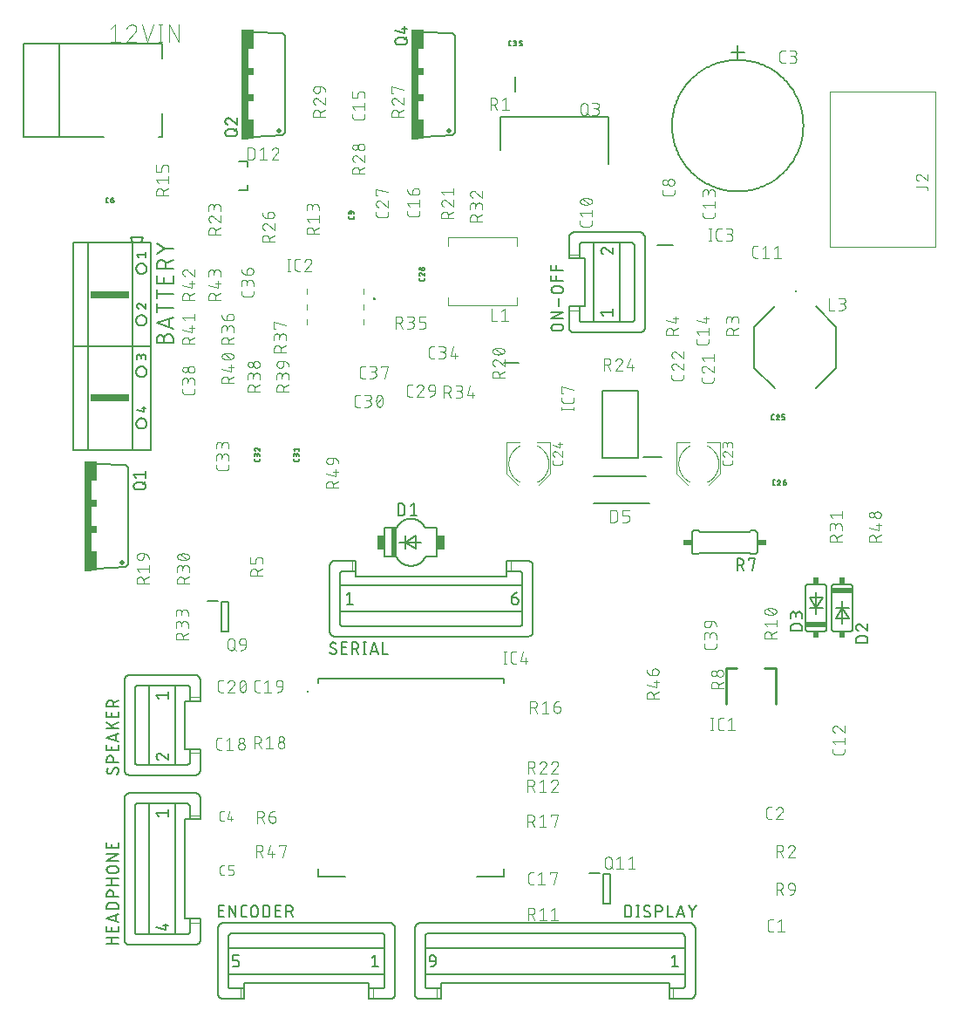
<source format=gbr>
G04 EAGLE Gerber RS-274X export*
G75*
%MOMM*%
%FSLAX34Y34*%
%LPD*%
%INSilkscreen Top*%
%IPPOS*%
%AMOC8*
5,1,8,0,0,1.08239X$1,22.5*%
G01*
%ADD10C,0.152400*%
%ADD11R,2.032000X0.508000*%
%ADD12R,0.508000X0.635000*%
%ADD13C,0.127000*%
%ADD14C,0.101600*%
%ADD15C,0.508000*%
%ADD16R,0.762000X10.668000*%
%ADD17R,0.508000X1.905000*%
%ADD18R,0.508000X0.762000*%
%ADD19C,0.200000*%
%ADD20C,0.100000*%
%ADD21C,0.100000*%
%ADD22C,0.200000*%
%ADD23R,0.863600X0.609600*%
%ADD24R,0.508000X2.794000*%
%ADD25R,0.787400X1.320800*%
%ADD26C,0.076200*%
%ADD27C,0.050800*%
%ADD28R,3.810000X0.762000*%
%ADD29C,0.177800*%
%ADD30C,0.254000*%


D10*
X749300Y425450D02*
X749300Y419100D01*
X755650Y408940D02*
X742950Y408940D01*
X749300Y419100D01*
X749300Y403860D01*
X755650Y408940D02*
X749300Y419100D01*
X755650Y419100D01*
X749300Y419100D02*
X742950Y419100D01*
X759460Y398780D02*
X759458Y398680D01*
X759452Y398581D01*
X759442Y398481D01*
X759429Y398383D01*
X759411Y398284D01*
X759390Y398187D01*
X759365Y398091D01*
X759336Y397995D01*
X759303Y397901D01*
X759267Y397808D01*
X759227Y397717D01*
X759183Y397627D01*
X759136Y397539D01*
X759086Y397453D01*
X759032Y397369D01*
X758975Y397287D01*
X758915Y397208D01*
X758851Y397130D01*
X758785Y397056D01*
X758716Y396984D01*
X758644Y396915D01*
X758570Y396849D01*
X758492Y396785D01*
X758413Y396725D01*
X758331Y396668D01*
X758247Y396614D01*
X758161Y396564D01*
X758073Y396517D01*
X757983Y396473D01*
X757892Y396433D01*
X757799Y396397D01*
X757705Y396364D01*
X757609Y396335D01*
X757513Y396310D01*
X757416Y396289D01*
X757317Y396271D01*
X757219Y396258D01*
X757119Y396248D01*
X757020Y396242D01*
X756920Y396240D01*
X741680Y396240D01*
X741580Y396242D01*
X741481Y396248D01*
X741381Y396258D01*
X741283Y396271D01*
X741184Y396289D01*
X741087Y396310D01*
X740991Y396335D01*
X740895Y396364D01*
X740801Y396397D01*
X740708Y396433D01*
X740617Y396473D01*
X740527Y396517D01*
X740439Y396564D01*
X740353Y396614D01*
X740269Y396668D01*
X740187Y396725D01*
X740108Y396785D01*
X740030Y396849D01*
X739956Y396915D01*
X739884Y396984D01*
X739815Y397056D01*
X739749Y397130D01*
X739685Y397208D01*
X739625Y397287D01*
X739568Y397369D01*
X739514Y397453D01*
X739464Y397539D01*
X739417Y397627D01*
X739373Y397717D01*
X739333Y397808D01*
X739297Y397901D01*
X739264Y397995D01*
X739235Y398091D01*
X739210Y398187D01*
X739189Y398284D01*
X739171Y398383D01*
X739158Y398481D01*
X739148Y398581D01*
X739142Y398680D01*
X739140Y398780D01*
X759460Y439420D02*
X759458Y439520D01*
X759452Y439619D01*
X759442Y439719D01*
X759429Y439817D01*
X759411Y439916D01*
X759390Y440013D01*
X759365Y440109D01*
X759336Y440205D01*
X759303Y440299D01*
X759267Y440392D01*
X759227Y440483D01*
X759183Y440573D01*
X759136Y440661D01*
X759086Y440747D01*
X759032Y440831D01*
X758975Y440913D01*
X758915Y440992D01*
X758851Y441070D01*
X758785Y441144D01*
X758716Y441216D01*
X758644Y441285D01*
X758570Y441351D01*
X758492Y441415D01*
X758413Y441475D01*
X758331Y441532D01*
X758247Y441586D01*
X758161Y441636D01*
X758073Y441683D01*
X757983Y441727D01*
X757892Y441767D01*
X757799Y441803D01*
X757705Y441836D01*
X757609Y441865D01*
X757513Y441890D01*
X757416Y441911D01*
X757317Y441929D01*
X757219Y441942D01*
X757119Y441952D01*
X757020Y441958D01*
X756920Y441960D01*
X741680Y441960D02*
X741580Y441958D01*
X741481Y441952D01*
X741381Y441942D01*
X741283Y441929D01*
X741184Y441911D01*
X741087Y441890D01*
X740991Y441865D01*
X740895Y441836D01*
X740801Y441803D01*
X740708Y441767D01*
X740617Y441727D01*
X740527Y441683D01*
X740439Y441636D01*
X740353Y441586D01*
X740269Y441532D01*
X740187Y441475D01*
X740108Y441415D01*
X740030Y441351D01*
X739956Y441285D01*
X739884Y441216D01*
X739815Y441144D01*
X739749Y441070D01*
X739685Y440992D01*
X739625Y440913D01*
X739568Y440831D01*
X739514Y440747D01*
X739464Y440661D01*
X739417Y440573D01*
X739373Y440483D01*
X739333Y440392D01*
X739297Y440299D01*
X739264Y440205D01*
X739235Y440109D01*
X739210Y440013D01*
X739189Y439916D01*
X739171Y439817D01*
X739158Y439719D01*
X739148Y439619D01*
X739142Y439520D01*
X739140Y439420D01*
X739140Y398780D01*
X741680Y441960D02*
X756920Y441960D01*
X759460Y439420D02*
X759460Y398780D01*
D11*
X749300Y435610D03*
D12*
X749300Y393065D03*
X749300Y445135D03*
D13*
X762635Y385064D02*
X774065Y385064D01*
X762635Y385064D02*
X762635Y388239D01*
X762637Y388350D01*
X762643Y388460D01*
X762652Y388571D01*
X762666Y388681D01*
X762683Y388790D01*
X762704Y388899D01*
X762729Y389007D01*
X762758Y389114D01*
X762790Y389220D01*
X762826Y389325D01*
X762866Y389428D01*
X762909Y389530D01*
X762956Y389631D01*
X763007Y389730D01*
X763060Y389827D01*
X763117Y389921D01*
X763178Y390014D01*
X763241Y390105D01*
X763308Y390194D01*
X763378Y390280D01*
X763451Y390363D01*
X763526Y390445D01*
X763604Y390523D01*
X763686Y390598D01*
X763769Y390671D01*
X763855Y390741D01*
X763944Y390808D01*
X764035Y390871D01*
X764128Y390932D01*
X764223Y390989D01*
X764319Y391042D01*
X764418Y391093D01*
X764519Y391140D01*
X764621Y391183D01*
X764724Y391223D01*
X764829Y391259D01*
X764935Y391291D01*
X765042Y391320D01*
X765150Y391345D01*
X765259Y391366D01*
X765368Y391383D01*
X765478Y391397D01*
X765589Y391406D01*
X765699Y391412D01*
X765810Y391414D01*
X770890Y391414D01*
X771001Y391412D01*
X771111Y391406D01*
X771222Y391397D01*
X771332Y391383D01*
X771441Y391366D01*
X771550Y391345D01*
X771658Y391320D01*
X771765Y391291D01*
X771871Y391259D01*
X771976Y391223D01*
X772079Y391183D01*
X772181Y391140D01*
X772282Y391093D01*
X772381Y391042D01*
X772478Y390989D01*
X772572Y390932D01*
X772665Y390871D01*
X772756Y390808D01*
X772845Y390741D01*
X772931Y390671D01*
X773014Y390598D01*
X773096Y390523D01*
X773174Y390445D01*
X773249Y390363D01*
X773322Y390280D01*
X773392Y390194D01*
X773459Y390105D01*
X773522Y390014D01*
X773583Y389921D01*
X773640Y389827D01*
X773693Y389730D01*
X773744Y389631D01*
X773791Y389530D01*
X773834Y389428D01*
X773874Y389325D01*
X773910Y389220D01*
X773942Y389114D01*
X773971Y389007D01*
X773996Y388899D01*
X774017Y388790D01*
X774034Y388681D01*
X774048Y388571D01*
X774057Y388460D01*
X774063Y388350D01*
X774065Y388239D01*
X774065Y385064D01*
X762635Y400368D02*
X762637Y400472D01*
X762643Y400577D01*
X762652Y400681D01*
X762665Y400784D01*
X762683Y400887D01*
X762703Y400989D01*
X762728Y401091D01*
X762756Y401191D01*
X762788Y401291D01*
X762824Y401389D01*
X762863Y401486D01*
X762905Y401581D01*
X762951Y401675D01*
X763001Y401767D01*
X763053Y401857D01*
X763109Y401945D01*
X763169Y402031D01*
X763231Y402115D01*
X763296Y402196D01*
X763364Y402275D01*
X763436Y402352D01*
X763509Y402425D01*
X763586Y402497D01*
X763665Y402565D01*
X763746Y402630D01*
X763830Y402692D01*
X763916Y402752D01*
X764004Y402808D01*
X764094Y402860D01*
X764186Y402910D01*
X764280Y402956D01*
X764375Y402998D01*
X764472Y403037D01*
X764570Y403073D01*
X764670Y403105D01*
X764770Y403133D01*
X764872Y403158D01*
X764974Y403178D01*
X765077Y403196D01*
X765180Y403209D01*
X765284Y403218D01*
X765389Y403224D01*
X765493Y403226D01*
X762635Y400368D02*
X762637Y400250D01*
X762643Y400131D01*
X762652Y400013D01*
X762665Y399896D01*
X762683Y399779D01*
X762703Y399662D01*
X762728Y399546D01*
X762756Y399431D01*
X762789Y399318D01*
X762824Y399205D01*
X762864Y399093D01*
X762906Y398983D01*
X762953Y398874D01*
X763003Y398766D01*
X763056Y398661D01*
X763113Y398557D01*
X763173Y398455D01*
X763236Y398355D01*
X763303Y398257D01*
X763372Y398161D01*
X763445Y398068D01*
X763521Y397977D01*
X763599Y397888D01*
X763681Y397802D01*
X763765Y397719D01*
X763851Y397638D01*
X763941Y397561D01*
X764032Y397486D01*
X764126Y397414D01*
X764223Y397345D01*
X764321Y397280D01*
X764422Y397217D01*
X764525Y397158D01*
X764629Y397102D01*
X764735Y397050D01*
X764843Y397001D01*
X764952Y396956D01*
X765063Y396914D01*
X765175Y396876D01*
X767715Y402273D02*
X767640Y402349D01*
X767561Y402424D01*
X767480Y402495D01*
X767396Y402564D01*
X767310Y402629D01*
X767222Y402691D01*
X767132Y402751D01*
X767040Y402807D01*
X766945Y402860D01*
X766849Y402909D01*
X766751Y402955D01*
X766652Y402998D01*
X766551Y403037D01*
X766449Y403072D01*
X766346Y403104D01*
X766242Y403132D01*
X766137Y403157D01*
X766030Y403178D01*
X765924Y403195D01*
X765817Y403208D01*
X765709Y403217D01*
X765601Y403223D01*
X765493Y403225D01*
X767715Y402273D02*
X774065Y396875D01*
X774065Y403225D01*
D10*
X723900Y412750D02*
X723900Y419100D01*
X717550Y429260D02*
X730250Y429260D01*
X723900Y419100D01*
X723900Y434340D01*
X717550Y429260D02*
X723900Y419100D01*
X717550Y419100D01*
X723900Y419100D02*
X730250Y419100D01*
X713740Y439420D02*
X713742Y439520D01*
X713748Y439619D01*
X713758Y439719D01*
X713771Y439817D01*
X713789Y439916D01*
X713810Y440013D01*
X713835Y440109D01*
X713864Y440205D01*
X713897Y440299D01*
X713933Y440392D01*
X713973Y440483D01*
X714017Y440573D01*
X714064Y440661D01*
X714114Y440747D01*
X714168Y440831D01*
X714225Y440913D01*
X714285Y440992D01*
X714349Y441070D01*
X714415Y441144D01*
X714484Y441216D01*
X714556Y441285D01*
X714630Y441351D01*
X714708Y441415D01*
X714787Y441475D01*
X714869Y441532D01*
X714953Y441586D01*
X715039Y441636D01*
X715127Y441683D01*
X715217Y441727D01*
X715308Y441767D01*
X715401Y441803D01*
X715495Y441836D01*
X715591Y441865D01*
X715687Y441890D01*
X715784Y441911D01*
X715883Y441929D01*
X715981Y441942D01*
X716081Y441952D01*
X716180Y441958D01*
X716280Y441960D01*
X731520Y441960D01*
X731620Y441958D01*
X731719Y441952D01*
X731819Y441942D01*
X731917Y441929D01*
X732016Y441911D01*
X732113Y441890D01*
X732209Y441865D01*
X732305Y441836D01*
X732399Y441803D01*
X732492Y441767D01*
X732583Y441727D01*
X732673Y441683D01*
X732761Y441636D01*
X732847Y441586D01*
X732931Y441532D01*
X733013Y441475D01*
X733092Y441415D01*
X733170Y441351D01*
X733244Y441285D01*
X733316Y441216D01*
X733385Y441144D01*
X733451Y441070D01*
X733515Y440992D01*
X733575Y440913D01*
X733632Y440831D01*
X733686Y440747D01*
X733736Y440661D01*
X733783Y440573D01*
X733827Y440483D01*
X733867Y440392D01*
X733903Y440299D01*
X733936Y440205D01*
X733965Y440109D01*
X733990Y440013D01*
X734011Y439916D01*
X734029Y439817D01*
X734042Y439719D01*
X734052Y439619D01*
X734058Y439520D01*
X734060Y439420D01*
X713740Y398780D02*
X713742Y398680D01*
X713748Y398581D01*
X713758Y398481D01*
X713771Y398383D01*
X713789Y398284D01*
X713810Y398187D01*
X713835Y398091D01*
X713864Y397995D01*
X713897Y397901D01*
X713933Y397808D01*
X713973Y397717D01*
X714017Y397627D01*
X714064Y397539D01*
X714114Y397453D01*
X714168Y397369D01*
X714225Y397287D01*
X714285Y397208D01*
X714349Y397130D01*
X714415Y397056D01*
X714484Y396984D01*
X714556Y396915D01*
X714630Y396849D01*
X714708Y396785D01*
X714787Y396725D01*
X714869Y396668D01*
X714953Y396614D01*
X715039Y396564D01*
X715127Y396517D01*
X715217Y396473D01*
X715308Y396433D01*
X715401Y396397D01*
X715495Y396364D01*
X715591Y396335D01*
X715687Y396310D01*
X715784Y396289D01*
X715883Y396271D01*
X715981Y396258D01*
X716081Y396248D01*
X716180Y396242D01*
X716280Y396240D01*
X731520Y396240D02*
X731620Y396242D01*
X731719Y396248D01*
X731819Y396258D01*
X731917Y396271D01*
X732016Y396289D01*
X732113Y396310D01*
X732209Y396335D01*
X732305Y396364D01*
X732399Y396397D01*
X732492Y396433D01*
X732583Y396473D01*
X732673Y396517D01*
X732761Y396564D01*
X732847Y396614D01*
X732931Y396668D01*
X733013Y396725D01*
X733092Y396785D01*
X733170Y396849D01*
X733244Y396915D01*
X733316Y396984D01*
X733385Y397056D01*
X733451Y397130D01*
X733515Y397208D01*
X733575Y397287D01*
X733632Y397369D01*
X733686Y397453D01*
X733736Y397539D01*
X733783Y397627D01*
X733827Y397717D01*
X733867Y397808D01*
X733903Y397901D01*
X733936Y397995D01*
X733965Y398091D01*
X733990Y398187D01*
X734011Y398284D01*
X734029Y398383D01*
X734042Y398481D01*
X734052Y398581D01*
X734058Y398680D01*
X734060Y398780D01*
X734060Y439420D01*
X731520Y396240D02*
X716280Y396240D01*
X713740Y398780D02*
X713740Y439420D01*
D11*
X723900Y402590D03*
D12*
X723900Y445135D03*
X723900Y393065D03*
D13*
X710565Y396875D02*
X699135Y396875D01*
X699135Y400050D01*
X699137Y400161D01*
X699143Y400271D01*
X699152Y400382D01*
X699166Y400492D01*
X699183Y400601D01*
X699204Y400710D01*
X699229Y400818D01*
X699258Y400925D01*
X699290Y401031D01*
X699326Y401136D01*
X699366Y401239D01*
X699409Y401341D01*
X699456Y401442D01*
X699507Y401541D01*
X699560Y401638D01*
X699617Y401732D01*
X699678Y401825D01*
X699741Y401916D01*
X699808Y402005D01*
X699878Y402091D01*
X699951Y402174D01*
X700026Y402256D01*
X700104Y402334D01*
X700186Y402409D01*
X700269Y402482D01*
X700355Y402552D01*
X700444Y402619D01*
X700535Y402682D01*
X700628Y402743D01*
X700723Y402800D01*
X700819Y402853D01*
X700918Y402904D01*
X701019Y402951D01*
X701121Y402994D01*
X701224Y403034D01*
X701329Y403070D01*
X701435Y403102D01*
X701542Y403131D01*
X701650Y403156D01*
X701759Y403177D01*
X701868Y403194D01*
X701978Y403208D01*
X702089Y403217D01*
X702199Y403223D01*
X702310Y403225D01*
X707390Y403225D01*
X707501Y403223D01*
X707611Y403217D01*
X707722Y403208D01*
X707832Y403194D01*
X707941Y403177D01*
X708050Y403156D01*
X708158Y403131D01*
X708265Y403102D01*
X708371Y403070D01*
X708476Y403034D01*
X708579Y402994D01*
X708681Y402951D01*
X708782Y402904D01*
X708881Y402853D01*
X708978Y402800D01*
X709072Y402743D01*
X709165Y402682D01*
X709256Y402619D01*
X709345Y402552D01*
X709431Y402482D01*
X709514Y402409D01*
X709596Y402334D01*
X709674Y402256D01*
X709749Y402174D01*
X709822Y402091D01*
X709892Y402005D01*
X709959Y401916D01*
X710022Y401825D01*
X710083Y401732D01*
X710140Y401638D01*
X710193Y401541D01*
X710244Y401442D01*
X710291Y401341D01*
X710334Y401239D01*
X710374Y401136D01*
X710410Y401031D01*
X710442Y400925D01*
X710471Y400818D01*
X710496Y400710D01*
X710517Y400601D01*
X710534Y400492D01*
X710548Y400382D01*
X710557Y400271D01*
X710563Y400161D01*
X710565Y400050D01*
X710565Y396875D01*
X710565Y408686D02*
X710565Y411861D01*
X710563Y411972D01*
X710557Y412082D01*
X710548Y412193D01*
X710534Y412303D01*
X710517Y412412D01*
X710496Y412521D01*
X710471Y412629D01*
X710442Y412736D01*
X710410Y412842D01*
X710374Y412947D01*
X710334Y413050D01*
X710291Y413152D01*
X710244Y413253D01*
X710193Y413352D01*
X710140Y413449D01*
X710083Y413543D01*
X710022Y413636D01*
X709959Y413727D01*
X709892Y413816D01*
X709822Y413902D01*
X709749Y413985D01*
X709674Y414067D01*
X709596Y414145D01*
X709514Y414220D01*
X709431Y414293D01*
X709345Y414363D01*
X709256Y414430D01*
X709165Y414493D01*
X709072Y414554D01*
X708978Y414611D01*
X708881Y414664D01*
X708782Y414715D01*
X708681Y414762D01*
X708579Y414805D01*
X708476Y414845D01*
X708371Y414881D01*
X708265Y414913D01*
X708158Y414942D01*
X708050Y414967D01*
X707941Y414988D01*
X707832Y415005D01*
X707722Y415019D01*
X707611Y415028D01*
X707501Y415034D01*
X707390Y415036D01*
X707279Y415034D01*
X707169Y415028D01*
X707058Y415019D01*
X706948Y415005D01*
X706839Y414988D01*
X706730Y414967D01*
X706622Y414942D01*
X706515Y414913D01*
X706409Y414881D01*
X706304Y414845D01*
X706201Y414805D01*
X706099Y414762D01*
X705998Y414715D01*
X705899Y414664D01*
X705803Y414611D01*
X705708Y414554D01*
X705615Y414493D01*
X705524Y414430D01*
X705435Y414363D01*
X705349Y414293D01*
X705266Y414220D01*
X705184Y414145D01*
X705106Y414067D01*
X705031Y413985D01*
X704958Y413902D01*
X704888Y413816D01*
X704821Y413727D01*
X704758Y413636D01*
X704697Y413543D01*
X704640Y413449D01*
X704587Y413352D01*
X704536Y413253D01*
X704489Y413152D01*
X704446Y413050D01*
X704406Y412947D01*
X704370Y412842D01*
X704338Y412736D01*
X704309Y412629D01*
X704284Y412521D01*
X704263Y412412D01*
X704246Y412303D01*
X704232Y412193D01*
X704223Y412082D01*
X704217Y411972D01*
X704215Y411861D01*
X699135Y412496D02*
X699135Y408686D01*
X699135Y412496D02*
X699137Y412596D01*
X699143Y412695D01*
X699153Y412795D01*
X699166Y412893D01*
X699184Y412992D01*
X699205Y413089D01*
X699230Y413185D01*
X699259Y413281D01*
X699292Y413375D01*
X699328Y413468D01*
X699368Y413559D01*
X699412Y413649D01*
X699459Y413737D01*
X699509Y413823D01*
X699563Y413907D01*
X699620Y413989D01*
X699680Y414068D01*
X699744Y414146D01*
X699810Y414220D01*
X699879Y414292D01*
X699951Y414361D01*
X700025Y414427D01*
X700103Y414491D01*
X700182Y414551D01*
X700264Y414608D01*
X700348Y414662D01*
X700434Y414712D01*
X700522Y414759D01*
X700612Y414803D01*
X700703Y414843D01*
X700796Y414879D01*
X700890Y414912D01*
X700986Y414941D01*
X701082Y414966D01*
X701179Y414987D01*
X701278Y415005D01*
X701376Y415018D01*
X701476Y415028D01*
X701575Y415034D01*
X701675Y415036D01*
X701775Y415034D01*
X701874Y415028D01*
X701974Y415018D01*
X702072Y415005D01*
X702171Y414987D01*
X702268Y414966D01*
X702364Y414941D01*
X702460Y414912D01*
X702554Y414879D01*
X702647Y414843D01*
X702738Y414803D01*
X702828Y414759D01*
X702916Y414712D01*
X703002Y414662D01*
X703086Y414608D01*
X703168Y414551D01*
X703247Y414491D01*
X703325Y414427D01*
X703399Y414361D01*
X703471Y414292D01*
X703540Y414220D01*
X703606Y414146D01*
X703670Y414068D01*
X703730Y413989D01*
X703787Y413907D01*
X703841Y413823D01*
X703891Y413737D01*
X703938Y413649D01*
X703982Y413559D01*
X704022Y413468D01*
X704058Y413375D01*
X704091Y413281D01*
X704120Y413185D01*
X704145Y413089D01*
X704166Y412992D01*
X704184Y412893D01*
X704197Y412795D01*
X704207Y412695D01*
X704213Y412596D01*
X704215Y412496D01*
X704215Y409956D01*
D14*
X622836Y311912D02*
X622836Y300228D01*
X621538Y300228D02*
X624134Y300228D01*
X624134Y311912D02*
X621538Y311912D01*
X631298Y300228D02*
X633894Y300228D01*
X631298Y300228D02*
X631199Y300230D01*
X631099Y300236D01*
X631000Y300245D01*
X630902Y300258D01*
X630804Y300275D01*
X630706Y300296D01*
X630610Y300321D01*
X630515Y300349D01*
X630421Y300381D01*
X630328Y300416D01*
X630236Y300455D01*
X630146Y300498D01*
X630058Y300543D01*
X629971Y300593D01*
X629887Y300645D01*
X629804Y300701D01*
X629724Y300759D01*
X629646Y300821D01*
X629571Y300886D01*
X629498Y300954D01*
X629428Y301024D01*
X629360Y301097D01*
X629295Y301172D01*
X629233Y301250D01*
X629175Y301330D01*
X629119Y301413D01*
X629067Y301497D01*
X629017Y301584D01*
X628972Y301672D01*
X628929Y301762D01*
X628890Y301854D01*
X628855Y301947D01*
X628823Y302041D01*
X628795Y302136D01*
X628770Y302232D01*
X628749Y302330D01*
X628732Y302428D01*
X628719Y302526D01*
X628710Y302625D01*
X628704Y302725D01*
X628702Y302824D01*
X628701Y302824D02*
X628701Y309316D01*
X628702Y309316D02*
X628704Y309415D01*
X628710Y309515D01*
X628719Y309614D01*
X628732Y309712D01*
X628749Y309810D01*
X628770Y309908D01*
X628795Y310004D01*
X628823Y310099D01*
X628855Y310193D01*
X628890Y310286D01*
X628929Y310378D01*
X628972Y310468D01*
X629017Y310556D01*
X629067Y310643D01*
X629119Y310727D01*
X629175Y310810D01*
X629233Y310890D01*
X629295Y310968D01*
X629360Y311043D01*
X629428Y311116D01*
X629498Y311186D01*
X629571Y311254D01*
X629646Y311319D01*
X629724Y311381D01*
X629804Y311439D01*
X629887Y311495D01*
X629971Y311547D01*
X630058Y311597D01*
X630146Y311642D01*
X630236Y311685D01*
X630328Y311724D01*
X630420Y311759D01*
X630515Y311791D01*
X630610Y311819D01*
X630706Y311844D01*
X630804Y311865D01*
X630902Y311882D01*
X631000Y311895D01*
X631099Y311904D01*
X631199Y311910D01*
X631298Y311912D01*
X633894Y311912D01*
X638260Y309316D02*
X641505Y311912D01*
X641505Y300228D01*
X638260Y300228D02*
X644751Y300228D01*
D10*
X55880Y554990D02*
X53340Y557530D01*
X55880Y554990D02*
X55880Y461010D01*
X53340Y458470D01*
X53340Y557530D02*
X24130Y558800D01*
X24130Y457200D02*
X53340Y458470D01*
D15*
X49784Y463042D03*
D16*
X16510Y508000D03*
D17*
X22860Y464185D03*
D18*
X22860Y495300D03*
X22860Y520700D03*
D17*
X22860Y551815D03*
D13*
X64262Y534035D02*
X69342Y534035D01*
X64262Y534035D02*
X64151Y534037D01*
X64041Y534043D01*
X63930Y534052D01*
X63820Y534066D01*
X63711Y534083D01*
X63602Y534104D01*
X63494Y534129D01*
X63387Y534158D01*
X63281Y534190D01*
X63176Y534226D01*
X63073Y534266D01*
X62971Y534309D01*
X62870Y534356D01*
X62771Y534407D01*
X62675Y534460D01*
X62580Y534517D01*
X62487Y534578D01*
X62396Y534641D01*
X62307Y534708D01*
X62221Y534778D01*
X62138Y534851D01*
X62056Y534926D01*
X61978Y535004D01*
X61903Y535086D01*
X61830Y535169D01*
X61760Y535255D01*
X61693Y535344D01*
X61630Y535435D01*
X61569Y535528D01*
X61512Y535623D01*
X61459Y535719D01*
X61408Y535818D01*
X61361Y535919D01*
X61318Y536021D01*
X61278Y536124D01*
X61242Y536229D01*
X61210Y536335D01*
X61181Y536442D01*
X61156Y536550D01*
X61135Y536659D01*
X61118Y536768D01*
X61104Y536878D01*
X61095Y536989D01*
X61089Y537099D01*
X61087Y537210D01*
X61089Y537321D01*
X61095Y537431D01*
X61104Y537542D01*
X61118Y537652D01*
X61135Y537761D01*
X61156Y537870D01*
X61181Y537978D01*
X61210Y538085D01*
X61242Y538191D01*
X61278Y538296D01*
X61318Y538399D01*
X61361Y538501D01*
X61408Y538602D01*
X61459Y538701D01*
X61512Y538798D01*
X61569Y538892D01*
X61630Y538985D01*
X61693Y539076D01*
X61760Y539165D01*
X61830Y539251D01*
X61903Y539334D01*
X61978Y539416D01*
X62056Y539494D01*
X62138Y539569D01*
X62221Y539642D01*
X62307Y539712D01*
X62396Y539779D01*
X62487Y539842D01*
X62580Y539903D01*
X62675Y539960D01*
X62771Y540013D01*
X62870Y540064D01*
X62971Y540111D01*
X63073Y540154D01*
X63176Y540194D01*
X63281Y540230D01*
X63387Y540262D01*
X63494Y540291D01*
X63602Y540316D01*
X63711Y540337D01*
X63820Y540354D01*
X63930Y540368D01*
X64041Y540377D01*
X64151Y540383D01*
X64262Y540385D01*
X69342Y540385D01*
X69453Y540383D01*
X69563Y540377D01*
X69674Y540368D01*
X69784Y540354D01*
X69893Y540337D01*
X70002Y540316D01*
X70110Y540291D01*
X70217Y540262D01*
X70323Y540230D01*
X70428Y540194D01*
X70531Y540154D01*
X70633Y540111D01*
X70734Y540064D01*
X70833Y540013D01*
X70930Y539960D01*
X71024Y539903D01*
X71117Y539842D01*
X71208Y539779D01*
X71297Y539712D01*
X71383Y539642D01*
X71466Y539569D01*
X71548Y539494D01*
X71626Y539416D01*
X71701Y539334D01*
X71774Y539251D01*
X71844Y539165D01*
X71911Y539076D01*
X71974Y538985D01*
X72035Y538892D01*
X72092Y538797D01*
X72145Y538701D01*
X72196Y538602D01*
X72243Y538501D01*
X72286Y538399D01*
X72326Y538296D01*
X72362Y538191D01*
X72394Y538085D01*
X72423Y537978D01*
X72448Y537870D01*
X72469Y537761D01*
X72486Y537652D01*
X72500Y537542D01*
X72509Y537431D01*
X72515Y537321D01*
X72517Y537210D01*
X72515Y537099D01*
X72509Y536989D01*
X72500Y536878D01*
X72486Y536768D01*
X72469Y536659D01*
X72448Y536550D01*
X72423Y536442D01*
X72394Y536335D01*
X72362Y536229D01*
X72326Y536124D01*
X72286Y536021D01*
X72243Y535919D01*
X72196Y535818D01*
X72145Y535719D01*
X72092Y535623D01*
X72035Y535528D01*
X71974Y535435D01*
X71911Y535344D01*
X71844Y535255D01*
X71774Y535169D01*
X71701Y535086D01*
X71626Y535004D01*
X71548Y534926D01*
X71466Y534851D01*
X71383Y534778D01*
X71297Y534708D01*
X71208Y534641D01*
X71117Y534578D01*
X71024Y534517D01*
X70929Y534460D01*
X70833Y534407D01*
X70734Y534356D01*
X70633Y534309D01*
X70531Y534266D01*
X70428Y534226D01*
X70323Y534190D01*
X70217Y534158D01*
X70110Y534129D01*
X70002Y534104D01*
X69893Y534083D01*
X69784Y534066D01*
X69674Y534052D01*
X69563Y534043D01*
X69453Y534037D01*
X69342Y534035D01*
X69977Y539115D02*
X72517Y541655D01*
X63627Y545096D02*
X61087Y548271D01*
X72517Y548271D01*
X72517Y545096D02*
X72517Y551446D01*
D19*
X420200Y350000D02*
X420200Y346000D01*
X420200Y350000D02*
X240200Y350000D01*
X240200Y346000D01*
X420200Y166000D02*
X420200Y158000D01*
X394200Y158000D01*
X240200Y158000D02*
X240200Y166000D01*
X240200Y158000D02*
X266200Y158000D01*
D20*
X230200Y338100D03*
D21*
X230198Y338144D01*
X230192Y338187D01*
X230183Y338229D01*
X230170Y338271D01*
X230153Y338311D01*
X230133Y338350D01*
X230110Y338387D01*
X230083Y338421D01*
X230054Y338454D01*
X230021Y338483D01*
X229987Y338510D01*
X229950Y338533D01*
X229911Y338553D01*
X229871Y338570D01*
X229829Y338583D01*
X229787Y338592D01*
X229744Y338598D01*
X229700Y338600D01*
X229656Y338598D01*
X229613Y338592D01*
X229571Y338583D01*
X229529Y338570D01*
X229489Y338553D01*
X229450Y338533D01*
X229413Y338510D01*
X229379Y338483D01*
X229346Y338454D01*
X229317Y338421D01*
X229290Y338387D01*
X229267Y338350D01*
X229247Y338311D01*
X229230Y338271D01*
X229217Y338229D01*
X229208Y338187D01*
X229202Y338144D01*
X229200Y338100D01*
D20*
X229200Y338100D03*
D21*
X229202Y338056D01*
X229208Y338013D01*
X229217Y337971D01*
X229230Y337929D01*
X229247Y337889D01*
X229267Y337850D01*
X229290Y337813D01*
X229317Y337779D01*
X229346Y337746D01*
X229379Y337717D01*
X229413Y337690D01*
X229450Y337667D01*
X229489Y337647D01*
X229529Y337630D01*
X229571Y337617D01*
X229613Y337608D01*
X229656Y337602D01*
X229700Y337600D01*
X229744Y337602D01*
X229787Y337608D01*
X229829Y337617D01*
X229871Y337630D01*
X229911Y337647D01*
X229950Y337667D01*
X229987Y337690D01*
X230021Y337717D01*
X230054Y337746D01*
X230083Y337779D01*
X230110Y337813D01*
X230133Y337850D01*
X230153Y337889D01*
X230170Y337929D01*
X230183Y337971D01*
X230192Y338013D01*
X230198Y338056D01*
X230200Y338100D01*
D14*
X421492Y364958D02*
X421492Y376642D01*
X420194Y364958D02*
X422790Y364958D01*
X422790Y376642D02*
X420194Y376642D01*
X429954Y364958D02*
X432550Y364958D01*
X429954Y364958D02*
X429855Y364960D01*
X429755Y364966D01*
X429656Y364975D01*
X429558Y364988D01*
X429460Y365005D01*
X429362Y365026D01*
X429266Y365051D01*
X429171Y365079D01*
X429077Y365111D01*
X428984Y365146D01*
X428892Y365185D01*
X428802Y365228D01*
X428714Y365273D01*
X428627Y365323D01*
X428543Y365375D01*
X428460Y365431D01*
X428380Y365489D01*
X428302Y365551D01*
X428227Y365616D01*
X428154Y365684D01*
X428084Y365754D01*
X428016Y365827D01*
X427951Y365902D01*
X427889Y365980D01*
X427831Y366060D01*
X427775Y366143D01*
X427723Y366227D01*
X427673Y366314D01*
X427628Y366402D01*
X427585Y366492D01*
X427546Y366584D01*
X427511Y366677D01*
X427479Y366771D01*
X427451Y366866D01*
X427426Y366962D01*
X427405Y367060D01*
X427388Y367158D01*
X427375Y367256D01*
X427366Y367355D01*
X427360Y367455D01*
X427358Y367554D01*
X427357Y367554D02*
X427357Y374046D01*
X427358Y374046D02*
X427360Y374145D01*
X427366Y374245D01*
X427375Y374344D01*
X427388Y374442D01*
X427405Y374540D01*
X427426Y374638D01*
X427451Y374734D01*
X427479Y374829D01*
X427511Y374923D01*
X427546Y375016D01*
X427585Y375108D01*
X427628Y375198D01*
X427673Y375286D01*
X427723Y375373D01*
X427775Y375457D01*
X427831Y375540D01*
X427889Y375620D01*
X427951Y375698D01*
X428016Y375773D01*
X428084Y375846D01*
X428154Y375916D01*
X428227Y375984D01*
X428302Y376049D01*
X428380Y376111D01*
X428460Y376169D01*
X428543Y376225D01*
X428627Y376277D01*
X428714Y376327D01*
X428802Y376372D01*
X428892Y376415D01*
X428984Y376454D01*
X429076Y376489D01*
X429171Y376521D01*
X429266Y376549D01*
X429362Y376574D01*
X429460Y376595D01*
X429558Y376612D01*
X429656Y376625D01*
X429755Y376634D01*
X429855Y376640D01*
X429954Y376642D01*
X432550Y376642D01*
X439512Y376642D02*
X436915Y367554D01*
X443406Y367554D01*
X441459Y370151D02*
X441459Y364958D01*
X443738Y217932D02*
X443738Y206248D01*
X443738Y217932D02*
X446984Y217932D01*
X447097Y217930D01*
X447210Y217924D01*
X447323Y217914D01*
X447436Y217900D01*
X447548Y217883D01*
X447659Y217861D01*
X447769Y217836D01*
X447879Y217806D01*
X447987Y217773D01*
X448094Y217736D01*
X448200Y217696D01*
X448304Y217651D01*
X448407Y217603D01*
X448508Y217552D01*
X448607Y217497D01*
X448704Y217439D01*
X448799Y217377D01*
X448892Y217312D01*
X448982Y217244D01*
X449070Y217173D01*
X449156Y217098D01*
X449239Y217021D01*
X449319Y216941D01*
X449396Y216858D01*
X449471Y216772D01*
X449542Y216684D01*
X449610Y216594D01*
X449675Y216501D01*
X449737Y216406D01*
X449795Y216309D01*
X449850Y216210D01*
X449901Y216109D01*
X449949Y216006D01*
X449994Y215902D01*
X450034Y215796D01*
X450071Y215689D01*
X450104Y215581D01*
X450134Y215471D01*
X450159Y215361D01*
X450181Y215250D01*
X450198Y215138D01*
X450212Y215025D01*
X450222Y214912D01*
X450228Y214799D01*
X450230Y214686D01*
X450228Y214573D01*
X450222Y214460D01*
X450212Y214347D01*
X450198Y214234D01*
X450181Y214122D01*
X450159Y214011D01*
X450134Y213901D01*
X450104Y213791D01*
X450071Y213683D01*
X450034Y213576D01*
X449994Y213470D01*
X449949Y213366D01*
X449901Y213263D01*
X449850Y213162D01*
X449795Y213063D01*
X449737Y212966D01*
X449675Y212871D01*
X449610Y212778D01*
X449542Y212688D01*
X449471Y212600D01*
X449396Y212514D01*
X449319Y212431D01*
X449239Y212351D01*
X449156Y212274D01*
X449070Y212199D01*
X448982Y212128D01*
X448892Y212060D01*
X448799Y211995D01*
X448704Y211933D01*
X448607Y211875D01*
X448508Y211820D01*
X448407Y211769D01*
X448304Y211721D01*
X448200Y211676D01*
X448094Y211636D01*
X447987Y211599D01*
X447879Y211566D01*
X447769Y211536D01*
X447659Y211511D01*
X447548Y211489D01*
X447436Y211472D01*
X447323Y211458D01*
X447210Y211448D01*
X447097Y211442D01*
X446984Y211440D01*
X446984Y211441D02*
X443738Y211441D01*
X447633Y211441D02*
X450229Y206248D01*
X455094Y215336D02*
X458340Y217932D01*
X458340Y206248D01*
X461585Y206248D02*
X455094Y206248D01*
X466524Y216634D02*
X466524Y217932D01*
X473015Y217932D01*
X469770Y206248D01*
X178308Y282448D02*
X178308Y294132D01*
X181554Y294132D01*
X181667Y294130D01*
X181780Y294124D01*
X181893Y294114D01*
X182006Y294100D01*
X182118Y294083D01*
X182229Y294061D01*
X182339Y294036D01*
X182449Y294006D01*
X182557Y293973D01*
X182664Y293936D01*
X182770Y293896D01*
X182874Y293851D01*
X182977Y293803D01*
X183078Y293752D01*
X183177Y293697D01*
X183274Y293639D01*
X183369Y293577D01*
X183462Y293512D01*
X183552Y293444D01*
X183640Y293373D01*
X183726Y293298D01*
X183809Y293221D01*
X183889Y293141D01*
X183966Y293058D01*
X184041Y292972D01*
X184112Y292884D01*
X184180Y292794D01*
X184245Y292701D01*
X184307Y292606D01*
X184365Y292509D01*
X184420Y292410D01*
X184471Y292309D01*
X184519Y292206D01*
X184564Y292102D01*
X184604Y291996D01*
X184641Y291889D01*
X184674Y291781D01*
X184704Y291671D01*
X184729Y291561D01*
X184751Y291450D01*
X184768Y291338D01*
X184782Y291225D01*
X184792Y291112D01*
X184798Y290999D01*
X184800Y290886D01*
X184798Y290773D01*
X184792Y290660D01*
X184782Y290547D01*
X184768Y290434D01*
X184751Y290322D01*
X184729Y290211D01*
X184704Y290101D01*
X184674Y289991D01*
X184641Y289883D01*
X184604Y289776D01*
X184564Y289670D01*
X184519Y289566D01*
X184471Y289463D01*
X184420Y289362D01*
X184365Y289263D01*
X184307Y289166D01*
X184245Y289071D01*
X184180Y288978D01*
X184112Y288888D01*
X184041Y288800D01*
X183966Y288714D01*
X183889Y288631D01*
X183809Y288551D01*
X183726Y288474D01*
X183640Y288399D01*
X183552Y288328D01*
X183462Y288260D01*
X183369Y288195D01*
X183274Y288133D01*
X183177Y288075D01*
X183078Y288020D01*
X182977Y287969D01*
X182874Y287921D01*
X182770Y287876D01*
X182664Y287836D01*
X182557Y287799D01*
X182449Y287766D01*
X182339Y287736D01*
X182229Y287711D01*
X182118Y287689D01*
X182006Y287672D01*
X181893Y287658D01*
X181780Y287648D01*
X181667Y287642D01*
X181554Y287640D01*
X181554Y287641D02*
X178308Y287641D01*
X182203Y287641D02*
X184799Y282448D01*
X189664Y291536D02*
X192910Y294132D01*
X192910Y282448D01*
X196155Y282448D02*
X189664Y282448D01*
X201094Y285694D02*
X201096Y285807D01*
X201102Y285920D01*
X201112Y286033D01*
X201126Y286146D01*
X201143Y286258D01*
X201165Y286369D01*
X201190Y286479D01*
X201220Y286589D01*
X201253Y286697D01*
X201290Y286804D01*
X201330Y286910D01*
X201375Y287014D01*
X201423Y287117D01*
X201474Y287218D01*
X201529Y287317D01*
X201587Y287414D01*
X201649Y287509D01*
X201714Y287602D01*
X201782Y287692D01*
X201853Y287780D01*
X201928Y287866D01*
X202005Y287949D01*
X202085Y288029D01*
X202168Y288106D01*
X202254Y288181D01*
X202342Y288252D01*
X202432Y288320D01*
X202525Y288385D01*
X202620Y288447D01*
X202717Y288505D01*
X202816Y288560D01*
X202917Y288611D01*
X203020Y288659D01*
X203124Y288704D01*
X203230Y288744D01*
X203337Y288781D01*
X203445Y288814D01*
X203555Y288844D01*
X203665Y288869D01*
X203776Y288891D01*
X203888Y288908D01*
X204001Y288922D01*
X204114Y288932D01*
X204227Y288938D01*
X204340Y288940D01*
X204453Y288938D01*
X204566Y288932D01*
X204679Y288922D01*
X204792Y288908D01*
X204904Y288891D01*
X205015Y288869D01*
X205125Y288844D01*
X205235Y288814D01*
X205343Y288781D01*
X205450Y288744D01*
X205556Y288704D01*
X205660Y288659D01*
X205763Y288611D01*
X205864Y288560D01*
X205963Y288505D01*
X206060Y288447D01*
X206155Y288385D01*
X206248Y288320D01*
X206338Y288252D01*
X206426Y288181D01*
X206512Y288106D01*
X206595Y288029D01*
X206675Y287949D01*
X206752Y287866D01*
X206827Y287780D01*
X206898Y287692D01*
X206966Y287602D01*
X207031Y287509D01*
X207093Y287414D01*
X207151Y287317D01*
X207206Y287218D01*
X207257Y287117D01*
X207305Y287014D01*
X207350Y286910D01*
X207390Y286804D01*
X207427Y286697D01*
X207460Y286589D01*
X207490Y286479D01*
X207515Y286369D01*
X207537Y286258D01*
X207554Y286146D01*
X207568Y286033D01*
X207578Y285920D01*
X207584Y285807D01*
X207586Y285694D01*
X207584Y285581D01*
X207578Y285468D01*
X207568Y285355D01*
X207554Y285242D01*
X207537Y285130D01*
X207515Y285019D01*
X207490Y284909D01*
X207460Y284799D01*
X207427Y284691D01*
X207390Y284584D01*
X207350Y284478D01*
X207305Y284374D01*
X207257Y284271D01*
X207206Y284170D01*
X207151Y284071D01*
X207093Y283974D01*
X207031Y283879D01*
X206966Y283786D01*
X206898Y283696D01*
X206827Y283608D01*
X206752Y283522D01*
X206675Y283439D01*
X206595Y283359D01*
X206512Y283282D01*
X206426Y283207D01*
X206338Y283136D01*
X206248Y283068D01*
X206155Y283003D01*
X206060Y282941D01*
X205963Y282883D01*
X205864Y282828D01*
X205763Y282777D01*
X205660Y282729D01*
X205556Y282684D01*
X205450Y282644D01*
X205343Y282607D01*
X205235Y282574D01*
X205125Y282544D01*
X205015Y282519D01*
X204904Y282497D01*
X204792Y282480D01*
X204679Y282466D01*
X204566Y282456D01*
X204453Y282450D01*
X204340Y282448D01*
X204227Y282450D01*
X204114Y282456D01*
X204001Y282466D01*
X203888Y282480D01*
X203776Y282497D01*
X203665Y282519D01*
X203555Y282544D01*
X203445Y282574D01*
X203337Y282607D01*
X203230Y282644D01*
X203124Y282684D01*
X203020Y282729D01*
X202917Y282777D01*
X202816Y282828D01*
X202717Y282883D01*
X202620Y282941D01*
X202525Y283003D01*
X202432Y283068D01*
X202342Y283136D01*
X202254Y283207D01*
X202168Y283282D01*
X202085Y283359D01*
X202005Y283439D01*
X201928Y283522D01*
X201853Y283608D01*
X201782Y283696D01*
X201714Y283786D01*
X201649Y283879D01*
X201587Y283974D01*
X201529Y284071D01*
X201474Y284170D01*
X201423Y284271D01*
X201375Y284374D01*
X201330Y284478D01*
X201290Y284584D01*
X201253Y284691D01*
X201220Y284799D01*
X201190Y284909D01*
X201165Y285019D01*
X201143Y285130D01*
X201126Y285242D01*
X201112Y285355D01*
X201102Y285468D01*
X201096Y285581D01*
X201094Y285694D01*
X201744Y291536D02*
X201746Y291637D01*
X201752Y291737D01*
X201762Y291837D01*
X201775Y291937D01*
X201793Y292036D01*
X201814Y292135D01*
X201839Y292232D01*
X201868Y292329D01*
X201901Y292424D01*
X201937Y292518D01*
X201977Y292610D01*
X202020Y292701D01*
X202067Y292790D01*
X202117Y292877D01*
X202171Y292963D01*
X202228Y293046D01*
X202288Y293126D01*
X202351Y293205D01*
X202418Y293281D01*
X202487Y293354D01*
X202559Y293424D01*
X202633Y293492D01*
X202710Y293557D01*
X202790Y293618D01*
X202872Y293677D01*
X202956Y293732D01*
X203042Y293784D01*
X203130Y293833D01*
X203220Y293878D01*
X203312Y293920D01*
X203405Y293958D01*
X203500Y293992D01*
X203595Y294023D01*
X203692Y294050D01*
X203790Y294073D01*
X203889Y294093D01*
X203989Y294108D01*
X204089Y294120D01*
X204189Y294128D01*
X204290Y294132D01*
X204390Y294132D01*
X204491Y294128D01*
X204591Y294120D01*
X204691Y294108D01*
X204791Y294093D01*
X204890Y294073D01*
X204988Y294050D01*
X205085Y294023D01*
X205180Y293992D01*
X205275Y293958D01*
X205368Y293920D01*
X205460Y293878D01*
X205550Y293833D01*
X205638Y293784D01*
X205724Y293732D01*
X205808Y293677D01*
X205890Y293618D01*
X205970Y293557D01*
X206047Y293492D01*
X206121Y293424D01*
X206193Y293354D01*
X206262Y293281D01*
X206329Y293205D01*
X206392Y293126D01*
X206452Y293046D01*
X206509Y292963D01*
X206563Y292877D01*
X206613Y292790D01*
X206660Y292701D01*
X206703Y292610D01*
X206743Y292518D01*
X206779Y292424D01*
X206812Y292329D01*
X206841Y292232D01*
X206866Y292135D01*
X206887Y292036D01*
X206905Y291937D01*
X206918Y291837D01*
X206928Y291737D01*
X206934Y291637D01*
X206936Y291536D01*
X206934Y291435D01*
X206928Y291335D01*
X206918Y291235D01*
X206905Y291135D01*
X206887Y291036D01*
X206866Y290937D01*
X206841Y290840D01*
X206812Y290743D01*
X206779Y290648D01*
X206743Y290554D01*
X206703Y290462D01*
X206660Y290371D01*
X206613Y290282D01*
X206563Y290195D01*
X206509Y290109D01*
X206452Y290026D01*
X206392Y289946D01*
X206329Y289867D01*
X206262Y289791D01*
X206193Y289718D01*
X206121Y289648D01*
X206047Y289580D01*
X205970Y289515D01*
X205890Y289454D01*
X205808Y289395D01*
X205724Y289340D01*
X205638Y289288D01*
X205550Y289239D01*
X205460Y289194D01*
X205368Y289152D01*
X205275Y289114D01*
X205180Y289080D01*
X205085Y289049D01*
X204988Y289022D01*
X204890Y288999D01*
X204791Y288979D01*
X204691Y288964D01*
X204591Y288952D01*
X204491Y288944D01*
X204390Y288940D01*
X204290Y288940D01*
X204189Y288944D01*
X204089Y288952D01*
X203989Y288964D01*
X203889Y288979D01*
X203790Y288999D01*
X203692Y289022D01*
X203595Y289049D01*
X203500Y289080D01*
X203405Y289114D01*
X203312Y289152D01*
X203220Y289194D01*
X203130Y289239D01*
X203042Y289288D01*
X202956Y289340D01*
X202872Y289395D01*
X202790Y289454D01*
X202710Y289515D01*
X202633Y289580D01*
X202559Y289648D01*
X202487Y289718D01*
X202418Y289791D01*
X202351Y289867D01*
X202288Y289946D01*
X202228Y290026D01*
X202171Y290109D01*
X202117Y290195D01*
X202067Y290282D01*
X202020Y290371D01*
X201977Y290462D01*
X201937Y290554D01*
X201901Y290648D01*
X201868Y290743D01*
X201839Y290840D01*
X201814Y290937D01*
X201793Y291036D01*
X201775Y291135D01*
X201762Y291235D01*
X201752Y291335D01*
X201746Y291435D01*
X201744Y291536D01*
X447049Y150368D02*
X449646Y150368D01*
X447049Y150368D02*
X446950Y150370D01*
X446850Y150376D01*
X446751Y150385D01*
X446653Y150398D01*
X446555Y150415D01*
X446457Y150436D01*
X446361Y150461D01*
X446266Y150489D01*
X446172Y150521D01*
X446079Y150556D01*
X445987Y150595D01*
X445897Y150638D01*
X445809Y150683D01*
X445722Y150733D01*
X445638Y150785D01*
X445555Y150841D01*
X445475Y150899D01*
X445397Y150961D01*
X445322Y151026D01*
X445249Y151094D01*
X445179Y151164D01*
X445111Y151237D01*
X445046Y151312D01*
X444984Y151390D01*
X444926Y151470D01*
X444870Y151553D01*
X444818Y151637D01*
X444768Y151724D01*
X444723Y151812D01*
X444680Y151902D01*
X444641Y151994D01*
X444606Y152087D01*
X444574Y152181D01*
X444546Y152276D01*
X444521Y152372D01*
X444500Y152470D01*
X444483Y152568D01*
X444470Y152666D01*
X444461Y152765D01*
X444455Y152865D01*
X444453Y152964D01*
X444453Y159456D01*
X444455Y159555D01*
X444461Y159655D01*
X444470Y159754D01*
X444483Y159852D01*
X444500Y159950D01*
X444521Y160048D01*
X444546Y160144D01*
X444574Y160239D01*
X444606Y160333D01*
X444641Y160426D01*
X444680Y160518D01*
X444723Y160608D01*
X444768Y160696D01*
X444818Y160783D01*
X444870Y160867D01*
X444926Y160950D01*
X444984Y161030D01*
X445046Y161108D01*
X445111Y161183D01*
X445179Y161256D01*
X445249Y161326D01*
X445322Y161394D01*
X445397Y161459D01*
X445475Y161521D01*
X445555Y161579D01*
X445638Y161635D01*
X445722Y161687D01*
X445809Y161737D01*
X445897Y161782D01*
X445987Y161825D01*
X446079Y161864D01*
X446171Y161899D01*
X446266Y161931D01*
X446361Y161959D01*
X446457Y161984D01*
X446555Y162005D01*
X446653Y162022D01*
X446751Y162035D01*
X446850Y162044D01*
X446950Y162050D01*
X447049Y162052D01*
X449646Y162052D01*
X454011Y159456D02*
X457256Y162052D01*
X457256Y150368D01*
X454011Y150368D02*
X460502Y150368D01*
X465441Y160754D02*
X465441Y162052D01*
X471932Y162052D01*
X468686Y150368D01*
X146671Y281178D02*
X144074Y281178D01*
X143975Y281180D01*
X143875Y281186D01*
X143776Y281195D01*
X143678Y281208D01*
X143580Y281225D01*
X143482Y281246D01*
X143386Y281271D01*
X143291Y281299D01*
X143197Y281331D01*
X143104Y281366D01*
X143012Y281405D01*
X142922Y281448D01*
X142834Y281493D01*
X142747Y281543D01*
X142663Y281595D01*
X142580Y281651D01*
X142500Y281709D01*
X142422Y281771D01*
X142347Y281836D01*
X142274Y281904D01*
X142204Y281974D01*
X142136Y282047D01*
X142071Y282122D01*
X142009Y282200D01*
X141951Y282280D01*
X141895Y282363D01*
X141843Y282447D01*
X141793Y282534D01*
X141748Y282622D01*
X141705Y282712D01*
X141666Y282804D01*
X141631Y282897D01*
X141599Y282991D01*
X141571Y283086D01*
X141546Y283182D01*
X141525Y283280D01*
X141508Y283378D01*
X141495Y283476D01*
X141486Y283575D01*
X141480Y283675D01*
X141478Y283774D01*
X141478Y290266D01*
X141480Y290365D01*
X141486Y290465D01*
X141495Y290564D01*
X141508Y290662D01*
X141525Y290760D01*
X141546Y290858D01*
X141571Y290954D01*
X141599Y291049D01*
X141631Y291143D01*
X141666Y291236D01*
X141705Y291328D01*
X141748Y291418D01*
X141793Y291506D01*
X141843Y291593D01*
X141895Y291677D01*
X141951Y291760D01*
X142009Y291840D01*
X142071Y291918D01*
X142136Y291993D01*
X142204Y292066D01*
X142274Y292136D01*
X142347Y292204D01*
X142422Y292269D01*
X142500Y292331D01*
X142580Y292389D01*
X142663Y292445D01*
X142747Y292497D01*
X142834Y292547D01*
X142922Y292592D01*
X143012Y292635D01*
X143104Y292674D01*
X143196Y292709D01*
X143291Y292741D01*
X143386Y292769D01*
X143482Y292794D01*
X143580Y292815D01*
X143678Y292832D01*
X143776Y292845D01*
X143875Y292854D01*
X143975Y292860D01*
X144074Y292862D01*
X146671Y292862D01*
X151036Y290266D02*
X154282Y292862D01*
X154282Y281178D01*
X157527Y281178D02*
X151036Y281178D01*
X162466Y284424D02*
X162468Y284537D01*
X162474Y284650D01*
X162484Y284763D01*
X162498Y284876D01*
X162515Y284988D01*
X162537Y285099D01*
X162562Y285209D01*
X162592Y285319D01*
X162625Y285427D01*
X162662Y285534D01*
X162702Y285640D01*
X162747Y285744D01*
X162795Y285847D01*
X162846Y285948D01*
X162901Y286047D01*
X162959Y286144D01*
X163021Y286239D01*
X163086Y286332D01*
X163154Y286422D01*
X163225Y286510D01*
X163300Y286596D01*
X163377Y286679D01*
X163457Y286759D01*
X163540Y286836D01*
X163626Y286911D01*
X163714Y286982D01*
X163804Y287050D01*
X163897Y287115D01*
X163992Y287177D01*
X164089Y287235D01*
X164188Y287290D01*
X164289Y287341D01*
X164392Y287389D01*
X164496Y287434D01*
X164602Y287474D01*
X164709Y287511D01*
X164817Y287544D01*
X164927Y287574D01*
X165037Y287599D01*
X165148Y287621D01*
X165260Y287638D01*
X165373Y287652D01*
X165486Y287662D01*
X165599Y287668D01*
X165712Y287670D01*
X165825Y287668D01*
X165938Y287662D01*
X166051Y287652D01*
X166164Y287638D01*
X166276Y287621D01*
X166387Y287599D01*
X166497Y287574D01*
X166607Y287544D01*
X166715Y287511D01*
X166822Y287474D01*
X166928Y287434D01*
X167032Y287389D01*
X167135Y287341D01*
X167236Y287290D01*
X167335Y287235D01*
X167432Y287177D01*
X167527Y287115D01*
X167620Y287050D01*
X167710Y286982D01*
X167798Y286911D01*
X167884Y286836D01*
X167967Y286759D01*
X168047Y286679D01*
X168124Y286596D01*
X168199Y286510D01*
X168270Y286422D01*
X168338Y286332D01*
X168403Y286239D01*
X168465Y286144D01*
X168523Y286047D01*
X168578Y285948D01*
X168629Y285847D01*
X168677Y285744D01*
X168722Y285640D01*
X168762Y285534D01*
X168799Y285427D01*
X168832Y285319D01*
X168862Y285209D01*
X168887Y285099D01*
X168909Y284988D01*
X168926Y284876D01*
X168940Y284763D01*
X168950Y284650D01*
X168956Y284537D01*
X168958Y284424D01*
X168956Y284311D01*
X168950Y284198D01*
X168940Y284085D01*
X168926Y283972D01*
X168909Y283860D01*
X168887Y283749D01*
X168862Y283639D01*
X168832Y283529D01*
X168799Y283421D01*
X168762Y283314D01*
X168722Y283208D01*
X168677Y283104D01*
X168629Y283001D01*
X168578Y282900D01*
X168523Y282801D01*
X168465Y282704D01*
X168403Y282609D01*
X168338Y282516D01*
X168270Y282426D01*
X168199Y282338D01*
X168124Y282252D01*
X168047Y282169D01*
X167967Y282089D01*
X167884Y282012D01*
X167798Y281937D01*
X167710Y281866D01*
X167620Y281798D01*
X167527Y281733D01*
X167432Y281671D01*
X167335Y281613D01*
X167236Y281558D01*
X167135Y281507D01*
X167032Y281459D01*
X166928Y281414D01*
X166822Y281374D01*
X166715Y281337D01*
X166607Y281304D01*
X166497Y281274D01*
X166387Y281249D01*
X166276Y281227D01*
X166164Y281210D01*
X166051Y281196D01*
X165938Y281186D01*
X165825Y281180D01*
X165712Y281178D01*
X165599Y281180D01*
X165486Y281186D01*
X165373Y281196D01*
X165260Y281210D01*
X165148Y281227D01*
X165037Y281249D01*
X164927Y281274D01*
X164817Y281304D01*
X164709Y281337D01*
X164602Y281374D01*
X164496Y281414D01*
X164392Y281459D01*
X164289Y281507D01*
X164188Y281558D01*
X164089Y281613D01*
X163992Y281671D01*
X163897Y281733D01*
X163804Y281798D01*
X163714Y281866D01*
X163626Y281937D01*
X163540Y282012D01*
X163457Y282089D01*
X163377Y282169D01*
X163300Y282252D01*
X163225Y282338D01*
X163154Y282426D01*
X163086Y282516D01*
X163021Y282609D01*
X162959Y282704D01*
X162901Y282801D01*
X162846Y282900D01*
X162795Y283001D01*
X162747Y283104D01*
X162702Y283208D01*
X162662Y283314D01*
X162625Y283421D01*
X162592Y283529D01*
X162562Y283639D01*
X162537Y283749D01*
X162515Y283860D01*
X162498Y283972D01*
X162484Y284085D01*
X162474Y284198D01*
X162468Y284311D01*
X162466Y284424D01*
X163116Y290266D02*
X163118Y290367D01*
X163124Y290467D01*
X163134Y290567D01*
X163147Y290667D01*
X163165Y290766D01*
X163186Y290865D01*
X163211Y290962D01*
X163240Y291059D01*
X163273Y291154D01*
X163309Y291248D01*
X163349Y291340D01*
X163392Y291431D01*
X163439Y291520D01*
X163489Y291607D01*
X163543Y291693D01*
X163600Y291776D01*
X163660Y291856D01*
X163723Y291935D01*
X163790Y292011D01*
X163859Y292084D01*
X163931Y292154D01*
X164005Y292222D01*
X164082Y292287D01*
X164162Y292348D01*
X164244Y292407D01*
X164328Y292462D01*
X164414Y292514D01*
X164502Y292563D01*
X164592Y292608D01*
X164684Y292650D01*
X164777Y292688D01*
X164872Y292722D01*
X164967Y292753D01*
X165064Y292780D01*
X165162Y292803D01*
X165261Y292823D01*
X165361Y292838D01*
X165461Y292850D01*
X165561Y292858D01*
X165662Y292862D01*
X165762Y292862D01*
X165863Y292858D01*
X165963Y292850D01*
X166063Y292838D01*
X166163Y292823D01*
X166262Y292803D01*
X166360Y292780D01*
X166457Y292753D01*
X166552Y292722D01*
X166647Y292688D01*
X166740Y292650D01*
X166832Y292608D01*
X166922Y292563D01*
X167010Y292514D01*
X167096Y292462D01*
X167180Y292407D01*
X167262Y292348D01*
X167342Y292287D01*
X167419Y292222D01*
X167493Y292154D01*
X167565Y292084D01*
X167634Y292011D01*
X167701Y291935D01*
X167764Y291856D01*
X167824Y291776D01*
X167881Y291693D01*
X167935Y291607D01*
X167985Y291520D01*
X168032Y291431D01*
X168075Y291340D01*
X168115Y291248D01*
X168151Y291154D01*
X168184Y291059D01*
X168213Y290962D01*
X168238Y290865D01*
X168259Y290766D01*
X168277Y290667D01*
X168290Y290567D01*
X168300Y290467D01*
X168306Y290367D01*
X168308Y290266D01*
X168306Y290165D01*
X168300Y290065D01*
X168290Y289965D01*
X168277Y289865D01*
X168259Y289766D01*
X168238Y289667D01*
X168213Y289570D01*
X168184Y289473D01*
X168151Y289378D01*
X168115Y289284D01*
X168075Y289192D01*
X168032Y289101D01*
X167985Y289012D01*
X167935Y288925D01*
X167881Y288839D01*
X167824Y288756D01*
X167764Y288676D01*
X167701Y288597D01*
X167634Y288521D01*
X167565Y288448D01*
X167493Y288378D01*
X167419Y288310D01*
X167342Y288245D01*
X167262Y288184D01*
X167180Y288125D01*
X167096Y288070D01*
X167010Y288018D01*
X166922Y287969D01*
X166832Y287924D01*
X166740Y287882D01*
X166647Y287844D01*
X166552Y287810D01*
X166457Y287779D01*
X166360Y287752D01*
X166262Y287729D01*
X166163Y287709D01*
X166063Y287694D01*
X165963Y287682D01*
X165863Y287674D01*
X165762Y287670D01*
X165662Y287670D01*
X165561Y287674D01*
X165461Y287682D01*
X165361Y287694D01*
X165261Y287709D01*
X165162Y287729D01*
X165064Y287752D01*
X164967Y287779D01*
X164872Y287810D01*
X164777Y287844D01*
X164684Y287882D01*
X164592Y287924D01*
X164502Y287969D01*
X164414Y288018D01*
X164328Y288070D01*
X164244Y288125D01*
X164162Y288184D01*
X164082Y288245D01*
X164005Y288310D01*
X163931Y288378D01*
X163859Y288448D01*
X163790Y288521D01*
X163723Y288597D01*
X163660Y288676D01*
X163600Y288756D01*
X163543Y288839D01*
X163489Y288925D01*
X163439Y289012D01*
X163392Y289101D01*
X163349Y289192D01*
X163309Y289284D01*
X163273Y289378D01*
X163240Y289473D01*
X163211Y289570D01*
X163186Y289667D01*
X163165Y289766D01*
X163147Y289865D01*
X163134Y289965D01*
X163124Y290065D01*
X163118Y290165D01*
X163116Y290266D01*
X180904Y337058D02*
X183501Y337058D01*
X180904Y337058D02*
X180805Y337060D01*
X180705Y337066D01*
X180606Y337075D01*
X180508Y337088D01*
X180410Y337105D01*
X180312Y337126D01*
X180216Y337151D01*
X180121Y337179D01*
X180027Y337211D01*
X179934Y337246D01*
X179842Y337285D01*
X179752Y337328D01*
X179664Y337373D01*
X179577Y337423D01*
X179493Y337475D01*
X179410Y337531D01*
X179330Y337589D01*
X179252Y337651D01*
X179177Y337716D01*
X179104Y337784D01*
X179034Y337854D01*
X178966Y337927D01*
X178901Y338002D01*
X178839Y338080D01*
X178781Y338160D01*
X178725Y338243D01*
X178673Y338327D01*
X178623Y338414D01*
X178578Y338502D01*
X178535Y338592D01*
X178496Y338684D01*
X178461Y338777D01*
X178429Y338871D01*
X178401Y338966D01*
X178376Y339062D01*
X178355Y339160D01*
X178338Y339258D01*
X178325Y339356D01*
X178316Y339455D01*
X178310Y339555D01*
X178308Y339654D01*
X178308Y346146D01*
X178310Y346245D01*
X178316Y346345D01*
X178325Y346444D01*
X178338Y346542D01*
X178355Y346640D01*
X178376Y346738D01*
X178401Y346834D01*
X178429Y346929D01*
X178461Y347023D01*
X178496Y347116D01*
X178535Y347208D01*
X178578Y347298D01*
X178623Y347386D01*
X178673Y347473D01*
X178725Y347557D01*
X178781Y347640D01*
X178839Y347720D01*
X178901Y347798D01*
X178966Y347873D01*
X179034Y347946D01*
X179104Y348016D01*
X179177Y348084D01*
X179252Y348149D01*
X179330Y348211D01*
X179410Y348269D01*
X179493Y348325D01*
X179577Y348377D01*
X179664Y348427D01*
X179752Y348472D01*
X179842Y348515D01*
X179934Y348554D01*
X180026Y348589D01*
X180121Y348621D01*
X180216Y348649D01*
X180312Y348674D01*
X180410Y348695D01*
X180508Y348712D01*
X180606Y348725D01*
X180705Y348734D01*
X180805Y348740D01*
X180904Y348742D01*
X183501Y348742D01*
X187866Y346146D02*
X191112Y348742D01*
X191112Y337058D01*
X194357Y337058D02*
X187866Y337058D01*
X201893Y342251D02*
X205787Y342251D01*
X201893Y342251D02*
X201794Y342253D01*
X201694Y342259D01*
X201595Y342268D01*
X201497Y342281D01*
X201399Y342298D01*
X201301Y342319D01*
X201205Y342344D01*
X201110Y342372D01*
X201016Y342404D01*
X200923Y342439D01*
X200831Y342478D01*
X200741Y342521D01*
X200653Y342566D01*
X200566Y342616D01*
X200482Y342668D01*
X200399Y342724D01*
X200319Y342782D01*
X200241Y342844D01*
X200166Y342909D01*
X200093Y342977D01*
X200023Y343047D01*
X199955Y343120D01*
X199890Y343195D01*
X199828Y343273D01*
X199770Y343353D01*
X199714Y343436D01*
X199662Y343520D01*
X199612Y343607D01*
X199567Y343695D01*
X199524Y343785D01*
X199485Y343877D01*
X199450Y343970D01*
X199418Y344064D01*
X199390Y344159D01*
X199365Y344255D01*
X199344Y344353D01*
X199327Y344451D01*
X199314Y344549D01*
X199305Y344648D01*
X199299Y344748D01*
X199297Y344847D01*
X199296Y344847D02*
X199296Y345496D01*
X199298Y345609D01*
X199304Y345722D01*
X199314Y345835D01*
X199328Y345948D01*
X199345Y346060D01*
X199367Y346171D01*
X199392Y346281D01*
X199422Y346391D01*
X199455Y346499D01*
X199492Y346606D01*
X199532Y346712D01*
X199577Y346816D01*
X199625Y346919D01*
X199676Y347020D01*
X199731Y347119D01*
X199789Y347216D01*
X199851Y347311D01*
X199916Y347404D01*
X199984Y347494D01*
X200055Y347582D01*
X200130Y347668D01*
X200207Y347751D01*
X200287Y347831D01*
X200370Y347908D01*
X200456Y347983D01*
X200544Y348054D01*
X200634Y348122D01*
X200727Y348187D01*
X200822Y348249D01*
X200919Y348307D01*
X201018Y348362D01*
X201119Y348413D01*
X201222Y348461D01*
X201326Y348506D01*
X201432Y348546D01*
X201539Y348583D01*
X201647Y348616D01*
X201757Y348646D01*
X201867Y348671D01*
X201978Y348693D01*
X202090Y348710D01*
X202203Y348724D01*
X202316Y348734D01*
X202429Y348740D01*
X202542Y348742D01*
X202655Y348740D01*
X202768Y348734D01*
X202881Y348724D01*
X202994Y348710D01*
X203106Y348693D01*
X203217Y348671D01*
X203327Y348646D01*
X203437Y348616D01*
X203545Y348583D01*
X203652Y348546D01*
X203758Y348506D01*
X203862Y348461D01*
X203965Y348413D01*
X204066Y348362D01*
X204165Y348307D01*
X204262Y348249D01*
X204357Y348187D01*
X204450Y348122D01*
X204540Y348054D01*
X204628Y347983D01*
X204714Y347908D01*
X204797Y347831D01*
X204877Y347751D01*
X204954Y347668D01*
X205029Y347582D01*
X205100Y347494D01*
X205168Y347404D01*
X205233Y347311D01*
X205295Y347216D01*
X205353Y347119D01*
X205408Y347020D01*
X205459Y346919D01*
X205507Y346816D01*
X205552Y346712D01*
X205592Y346606D01*
X205629Y346499D01*
X205662Y346391D01*
X205692Y346281D01*
X205717Y346171D01*
X205739Y346060D01*
X205756Y345948D01*
X205770Y345835D01*
X205780Y345722D01*
X205786Y345609D01*
X205788Y345496D01*
X205787Y345496D02*
X205787Y342251D01*
X205785Y342108D01*
X205779Y341965D01*
X205769Y341822D01*
X205755Y341680D01*
X205738Y341538D01*
X205716Y341396D01*
X205691Y341255D01*
X205661Y341115D01*
X205628Y340976D01*
X205591Y340838D01*
X205550Y340701D01*
X205506Y340565D01*
X205457Y340430D01*
X205405Y340297D01*
X205350Y340165D01*
X205290Y340035D01*
X205227Y339906D01*
X205161Y339779D01*
X205091Y339654D01*
X205018Y339532D01*
X204941Y339411D01*
X204861Y339292D01*
X204778Y339176D01*
X204692Y339061D01*
X204603Y338950D01*
X204510Y338840D01*
X204415Y338734D01*
X204316Y338630D01*
X204215Y338529D01*
X204111Y338430D01*
X204005Y338335D01*
X203895Y338242D01*
X203784Y338153D01*
X203669Y338067D01*
X203553Y337984D01*
X203434Y337904D01*
X203313Y337827D01*
X203190Y337754D01*
X203066Y337684D01*
X202939Y337618D01*
X202810Y337555D01*
X202680Y337495D01*
X202548Y337440D01*
X202415Y337388D01*
X202280Y337339D01*
X202144Y337295D01*
X202007Y337254D01*
X201869Y337217D01*
X201730Y337184D01*
X201590Y337154D01*
X201449Y337129D01*
X201307Y337107D01*
X201165Y337090D01*
X201023Y337076D01*
X200880Y337066D01*
X200737Y337060D01*
X200594Y337058D01*
X147941Y337058D02*
X145344Y337058D01*
X145245Y337060D01*
X145145Y337066D01*
X145046Y337075D01*
X144948Y337088D01*
X144850Y337105D01*
X144752Y337126D01*
X144656Y337151D01*
X144561Y337179D01*
X144467Y337211D01*
X144374Y337246D01*
X144282Y337285D01*
X144192Y337328D01*
X144104Y337373D01*
X144017Y337423D01*
X143933Y337475D01*
X143850Y337531D01*
X143770Y337589D01*
X143692Y337651D01*
X143617Y337716D01*
X143544Y337784D01*
X143474Y337854D01*
X143406Y337927D01*
X143341Y338002D01*
X143279Y338080D01*
X143221Y338160D01*
X143165Y338243D01*
X143113Y338327D01*
X143063Y338414D01*
X143018Y338502D01*
X142975Y338592D01*
X142936Y338684D01*
X142901Y338777D01*
X142869Y338871D01*
X142841Y338966D01*
X142816Y339062D01*
X142795Y339160D01*
X142778Y339258D01*
X142765Y339356D01*
X142756Y339455D01*
X142750Y339555D01*
X142748Y339654D01*
X142748Y346146D01*
X142750Y346245D01*
X142756Y346345D01*
X142765Y346444D01*
X142778Y346542D01*
X142795Y346640D01*
X142816Y346738D01*
X142841Y346834D01*
X142869Y346929D01*
X142901Y347023D01*
X142936Y347116D01*
X142975Y347208D01*
X143018Y347298D01*
X143063Y347386D01*
X143113Y347473D01*
X143165Y347557D01*
X143221Y347640D01*
X143279Y347720D01*
X143341Y347798D01*
X143406Y347873D01*
X143474Y347946D01*
X143544Y348016D01*
X143617Y348084D01*
X143692Y348149D01*
X143770Y348211D01*
X143850Y348269D01*
X143933Y348325D01*
X144017Y348377D01*
X144104Y348427D01*
X144192Y348472D01*
X144282Y348515D01*
X144374Y348554D01*
X144466Y348589D01*
X144561Y348621D01*
X144656Y348649D01*
X144752Y348674D01*
X144850Y348695D01*
X144948Y348712D01*
X145046Y348725D01*
X145145Y348734D01*
X145245Y348740D01*
X145344Y348742D01*
X147941Y348742D01*
X155876Y348742D02*
X155983Y348740D01*
X156089Y348734D01*
X156195Y348724D01*
X156301Y348711D01*
X156407Y348693D01*
X156511Y348672D01*
X156615Y348647D01*
X156718Y348618D01*
X156819Y348586D01*
X156919Y348549D01*
X157018Y348509D01*
X157116Y348466D01*
X157212Y348419D01*
X157306Y348368D01*
X157398Y348314D01*
X157488Y348257D01*
X157576Y348197D01*
X157661Y348133D01*
X157744Y348066D01*
X157825Y347996D01*
X157903Y347924D01*
X157979Y347848D01*
X158051Y347770D01*
X158121Y347689D01*
X158188Y347606D01*
X158252Y347521D01*
X158312Y347433D01*
X158369Y347343D01*
X158423Y347251D01*
X158474Y347157D01*
X158521Y347061D01*
X158564Y346963D01*
X158604Y346864D01*
X158641Y346764D01*
X158673Y346663D01*
X158702Y346560D01*
X158727Y346456D01*
X158748Y346352D01*
X158766Y346246D01*
X158779Y346140D01*
X158789Y346034D01*
X158795Y345928D01*
X158797Y345821D01*
X155876Y348742D02*
X155755Y348740D01*
X155634Y348734D01*
X155514Y348724D01*
X155393Y348711D01*
X155274Y348693D01*
X155154Y348672D01*
X155036Y348647D01*
X154919Y348618D01*
X154802Y348585D01*
X154687Y348549D01*
X154573Y348508D01*
X154460Y348465D01*
X154348Y348417D01*
X154239Y348366D01*
X154131Y348311D01*
X154024Y348253D01*
X153920Y348192D01*
X153818Y348127D01*
X153718Y348059D01*
X153620Y347988D01*
X153524Y347914D01*
X153431Y347837D01*
X153341Y347756D01*
X153253Y347673D01*
X153168Y347587D01*
X153085Y347498D01*
X153006Y347407D01*
X152929Y347313D01*
X152856Y347217D01*
X152786Y347119D01*
X152719Y347018D01*
X152655Y346915D01*
X152595Y346810D01*
X152538Y346703D01*
X152484Y346595D01*
X152434Y346485D01*
X152388Y346373D01*
X152345Y346260D01*
X152306Y346145D01*
X157824Y343549D02*
X157903Y343626D01*
X157979Y343707D01*
X158052Y343790D01*
X158122Y343875D01*
X158189Y343963D01*
X158253Y344053D01*
X158313Y344145D01*
X158370Y344240D01*
X158424Y344336D01*
X158475Y344434D01*
X158522Y344534D01*
X158566Y344636D01*
X158606Y344739D01*
X158642Y344843D01*
X158674Y344949D01*
X158703Y345055D01*
X158728Y345163D01*
X158750Y345271D01*
X158767Y345381D01*
X158781Y345490D01*
X158790Y345600D01*
X158796Y345711D01*
X158798Y345821D01*
X157824Y343549D02*
X152306Y337058D01*
X158797Y337058D01*
X163737Y342900D02*
X163740Y343130D01*
X163748Y343360D01*
X163762Y343589D01*
X163781Y343818D01*
X163806Y344047D01*
X163836Y344274D01*
X163871Y344502D01*
X163912Y344728D01*
X163958Y344953D01*
X164010Y345177D01*
X164067Y345399D01*
X164129Y345621D01*
X164197Y345840D01*
X164270Y346058D01*
X164348Y346275D01*
X164431Y346489D01*
X164519Y346701D01*
X164612Y346911D01*
X164711Y347119D01*
X164710Y347119D02*
X164743Y347209D01*
X164779Y347298D01*
X164819Y347386D01*
X164863Y347471D01*
X164910Y347555D01*
X164960Y347637D01*
X165014Y347717D01*
X165070Y347794D01*
X165130Y347870D01*
X165193Y347943D01*
X165258Y348013D01*
X165327Y348081D01*
X165398Y348145D01*
X165471Y348207D01*
X165547Y348266D01*
X165625Y348322D01*
X165706Y348375D01*
X165788Y348424D01*
X165872Y348470D01*
X165959Y348513D01*
X166046Y348552D01*
X166136Y348588D01*
X166226Y348620D01*
X166318Y348648D01*
X166411Y348673D01*
X166505Y348694D01*
X166599Y348711D01*
X166694Y348725D01*
X166790Y348734D01*
X166886Y348740D01*
X166982Y348742D01*
X167078Y348740D01*
X167174Y348734D01*
X167270Y348725D01*
X167365Y348711D01*
X167459Y348694D01*
X167553Y348673D01*
X167646Y348648D01*
X167738Y348620D01*
X167828Y348588D01*
X167918Y348552D01*
X168005Y348513D01*
X168092Y348470D01*
X168176Y348424D01*
X168258Y348375D01*
X168339Y348322D01*
X168417Y348266D01*
X168493Y348207D01*
X168566Y348145D01*
X168637Y348081D01*
X168706Y348013D01*
X168771Y347943D01*
X168834Y347870D01*
X168894Y347794D01*
X168950Y347717D01*
X169004Y347637D01*
X169054Y347555D01*
X169101Y347471D01*
X169145Y347386D01*
X169185Y347298D01*
X169221Y347209D01*
X169254Y347119D01*
X169353Y346912D01*
X169446Y346702D01*
X169534Y346489D01*
X169617Y346275D01*
X169695Y346059D01*
X169768Y345841D01*
X169836Y345621D01*
X169898Y345400D01*
X169955Y345177D01*
X170007Y344953D01*
X170053Y344728D01*
X170094Y344502D01*
X170129Y344275D01*
X170159Y344047D01*
X170184Y343818D01*
X170203Y343589D01*
X170217Y343360D01*
X170225Y343130D01*
X170228Y342900D01*
X163736Y342900D02*
X163739Y342670D01*
X163747Y342440D01*
X163761Y342211D01*
X163780Y341982D01*
X163805Y341753D01*
X163835Y341525D01*
X163870Y341298D01*
X163911Y341072D01*
X163957Y340847D01*
X164009Y340623D01*
X164066Y340400D01*
X164128Y340179D01*
X164196Y339959D01*
X164269Y339741D01*
X164347Y339525D01*
X164430Y339311D01*
X164518Y339099D01*
X164611Y338888D01*
X164710Y338681D01*
X164743Y338591D01*
X164779Y338502D01*
X164820Y338414D01*
X164863Y338329D01*
X164910Y338245D01*
X164960Y338163D01*
X165014Y338083D01*
X165070Y338006D01*
X165130Y337930D01*
X165193Y337857D01*
X165258Y337787D01*
X165327Y337719D01*
X165398Y337655D01*
X165471Y337593D01*
X165547Y337534D01*
X165625Y337478D01*
X165706Y337425D01*
X165788Y337376D01*
X165872Y337330D01*
X165959Y337287D01*
X166046Y337248D01*
X166136Y337212D01*
X166226Y337180D01*
X166318Y337152D01*
X166411Y337127D01*
X166505Y337106D01*
X166599Y337089D01*
X166694Y337075D01*
X166790Y337066D01*
X166886Y337060D01*
X166982Y337058D01*
X169254Y338681D02*
X169353Y338888D01*
X169446Y339099D01*
X169534Y339311D01*
X169617Y339525D01*
X169695Y339741D01*
X169768Y339959D01*
X169836Y340179D01*
X169898Y340400D01*
X169955Y340623D01*
X170007Y340847D01*
X170053Y341072D01*
X170094Y341298D01*
X170129Y341525D01*
X170159Y341753D01*
X170184Y341982D01*
X170203Y342211D01*
X170217Y342440D01*
X170225Y342670D01*
X170228Y342900D01*
X169254Y338681D02*
X169221Y338591D01*
X169185Y338502D01*
X169145Y338414D01*
X169101Y338329D01*
X169054Y338245D01*
X169004Y338163D01*
X168950Y338083D01*
X168894Y338006D01*
X168834Y337930D01*
X168771Y337857D01*
X168706Y337787D01*
X168637Y337719D01*
X168566Y337655D01*
X168493Y337593D01*
X168417Y337534D01*
X168339Y337478D01*
X168258Y337425D01*
X168176Y337376D01*
X168092Y337330D01*
X168005Y337287D01*
X167918Y337248D01*
X167828Y337212D01*
X167738Y337180D01*
X167646Y337152D01*
X167553Y337127D01*
X167459Y337106D01*
X167365Y337089D01*
X167270Y337075D01*
X167174Y337066D01*
X167078Y337060D01*
X166982Y337058D01*
X164385Y339654D02*
X169578Y346146D01*
D20*
X284040Y698700D03*
D21*
X284040Y693700D01*
D20*
X284040Y693700D03*
D21*
X284040Y698700D01*
D20*
X284040Y723700D03*
D21*
X284040Y728700D01*
D20*
X284040Y728700D03*
D21*
X284040Y723700D01*
D20*
X284040Y708700D03*
D21*
X284040Y713700D01*
D20*
X284040Y713700D03*
D21*
X284040Y708700D01*
D20*
X229040Y693700D03*
D21*
X229040Y698700D01*
D20*
X229040Y698700D03*
D21*
X229040Y693700D01*
D20*
X229040Y708700D03*
D21*
X229040Y713700D01*
D20*
X229040Y713700D03*
D21*
X229040Y708700D01*
D20*
X229040Y723700D03*
D21*
X229040Y728700D01*
D20*
X229040Y728700D03*
D21*
X229040Y723700D01*
D22*
X294540Y718200D03*
D19*
X294584Y718202D01*
X294627Y718208D01*
X294669Y718217D01*
X294711Y718230D01*
X294751Y718247D01*
X294790Y718267D01*
X294827Y718290D01*
X294861Y718317D01*
X294894Y718346D01*
X294923Y718379D01*
X294950Y718413D01*
X294973Y718450D01*
X294993Y718489D01*
X295010Y718529D01*
X295023Y718571D01*
X295032Y718613D01*
X295038Y718656D01*
X295040Y718700D01*
X295038Y718744D01*
X295032Y718787D01*
X295023Y718829D01*
X295010Y718871D01*
X294993Y718911D01*
X294973Y718950D01*
X294950Y718987D01*
X294923Y719021D01*
X294894Y719054D01*
X294861Y719083D01*
X294827Y719110D01*
X294790Y719133D01*
X294751Y719153D01*
X294711Y719170D01*
X294669Y719183D01*
X294627Y719192D01*
X294584Y719198D01*
X294540Y719200D01*
D22*
X294540Y719200D03*
D19*
X294496Y719198D01*
X294453Y719192D01*
X294411Y719183D01*
X294369Y719170D01*
X294329Y719153D01*
X294290Y719133D01*
X294253Y719110D01*
X294219Y719083D01*
X294186Y719054D01*
X294157Y719021D01*
X294130Y718987D01*
X294107Y718950D01*
X294087Y718911D01*
X294070Y718871D01*
X294057Y718829D01*
X294048Y718787D01*
X294042Y718744D01*
X294040Y718700D01*
X294042Y718656D01*
X294048Y718613D01*
X294057Y718571D01*
X294070Y718529D01*
X294087Y718489D01*
X294107Y718450D01*
X294130Y718413D01*
X294157Y718379D01*
X294186Y718346D01*
X294219Y718317D01*
X294253Y718290D01*
X294290Y718267D01*
X294329Y718247D01*
X294369Y718230D01*
X294411Y718217D01*
X294453Y718208D01*
X294496Y718202D01*
X294540Y718200D01*
D22*
X294540Y718200D03*
D19*
X294584Y718202D01*
X294627Y718208D01*
X294669Y718217D01*
X294711Y718230D01*
X294751Y718247D01*
X294790Y718267D01*
X294827Y718290D01*
X294861Y718317D01*
X294894Y718346D01*
X294923Y718379D01*
X294950Y718413D01*
X294973Y718450D01*
X294993Y718489D01*
X295010Y718529D01*
X295023Y718571D01*
X295032Y718613D01*
X295038Y718656D01*
X295040Y718700D01*
X295038Y718744D01*
X295032Y718787D01*
X295023Y718829D01*
X295010Y718871D01*
X294993Y718911D01*
X294973Y718950D01*
X294950Y718987D01*
X294923Y719021D01*
X294894Y719054D01*
X294861Y719083D01*
X294827Y719110D01*
X294790Y719133D01*
X294751Y719153D01*
X294711Y719170D01*
X294669Y719183D01*
X294627Y719192D01*
X294584Y719198D01*
X294540Y719200D01*
D14*
X211632Y745998D02*
X211632Y757682D01*
X210334Y745998D02*
X212930Y745998D01*
X212930Y757682D02*
X210334Y757682D01*
X220094Y745998D02*
X222690Y745998D01*
X220094Y745998D02*
X219995Y746000D01*
X219895Y746006D01*
X219796Y746015D01*
X219698Y746028D01*
X219600Y746045D01*
X219502Y746066D01*
X219406Y746091D01*
X219311Y746119D01*
X219217Y746151D01*
X219124Y746186D01*
X219032Y746225D01*
X218942Y746268D01*
X218854Y746313D01*
X218767Y746363D01*
X218683Y746415D01*
X218600Y746471D01*
X218520Y746529D01*
X218442Y746591D01*
X218367Y746656D01*
X218294Y746724D01*
X218224Y746794D01*
X218156Y746867D01*
X218091Y746942D01*
X218029Y747020D01*
X217971Y747100D01*
X217915Y747183D01*
X217863Y747267D01*
X217813Y747354D01*
X217768Y747442D01*
X217725Y747532D01*
X217686Y747624D01*
X217651Y747717D01*
X217619Y747811D01*
X217591Y747906D01*
X217566Y748002D01*
X217545Y748100D01*
X217528Y748198D01*
X217515Y748296D01*
X217506Y748395D01*
X217500Y748495D01*
X217498Y748594D01*
X217497Y748594D02*
X217497Y755086D01*
X217498Y755086D02*
X217500Y755185D01*
X217506Y755285D01*
X217515Y755384D01*
X217528Y755482D01*
X217545Y755580D01*
X217566Y755678D01*
X217591Y755774D01*
X217619Y755869D01*
X217651Y755963D01*
X217686Y756056D01*
X217725Y756148D01*
X217768Y756238D01*
X217813Y756326D01*
X217863Y756413D01*
X217915Y756497D01*
X217971Y756580D01*
X218029Y756660D01*
X218091Y756738D01*
X218156Y756813D01*
X218224Y756886D01*
X218294Y756956D01*
X218367Y757024D01*
X218442Y757089D01*
X218520Y757151D01*
X218600Y757209D01*
X218683Y757265D01*
X218767Y757317D01*
X218854Y757367D01*
X218942Y757412D01*
X219032Y757455D01*
X219124Y757494D01*
X219216Y757529D01*
X219311Y757561D01*
X219406Y757589D01*
X219502Y757614D01*
X219600Y757635D01*
X219698Y757652D01*
X219796Y757665D01*
X219895Y757674D01*
X219995Y757680D01*
X220094Y757682D01*
X222690Y757682D01*
X230625Y757682D02*
X230732Y757680D01*
X230838Y757674D01*
X230944Y757664D01*
X231050Y757651D01*
X231156Y757633D01*
X231260Y757612D01*
X231364Y757587D01*
X231467Y757558D01*
X231568Y757526D01*
X231668Y757489D01*
X231767Y757449D01*
X231865Y757406D01*
X231961Y757359D01*
X232055Y757308D01*
X232147Y757254D01*
X232237Y757197D01*
X232325Y757137D01*
X232410Y757073D01*
X232493Y757006D01*
X232574Y756936D01*
X232652Y756864D01*
X232728Y756788D01*
X232800Y756710D01*
X232870Y756629D01*
X232937Y756546D01*
X233001Y756461D01*
X233061Y756373D01*
X233118Y756283D01*
X233172Y756191D01*
X233223Y756097D01*
X233270Y756001D01*
X233313Y755903D01*
X233353Y755804D01*
X233390Y755704D01*
X233422Y755603D01*
X233451Y755500D01*
X233476Y755396D01*
X233497Y755292D01*
X233515Y755186D01*
X233528Y755080D01*
X233538Y754974D01*
X233544Y754868D01*
X233546Y754761D01*
X230625Y757682D02*
X230504Y757680D01*
X230383Y757674D01*
X230263Y757664D01*
X230142Y757651D01*
X230023Y757633D01*
X229903Y757612D01*
X229785Y757587D01*
X229668Y757558D01*
X229551Y757525D01*
X229436Y757489D01*
X229322Y757448D01*
X229209Y757405D01*
X229097Y757357D01*
X228988Y757306D01*
X228880Y757251D01*
X228773Y757193D01*
X228669Y757132D01*
X228567Y757067D01*
X228467Y756999D01*
X228369Y756928D01*
X228273Y756854D01*
X228180Y756777D01*
X228090Y756696D01*
X228002Y756613D01*
X227917Y756527D01*
X227834Y756438D01*
X227755Y756347D01*
X227678Y756253D01*
X227605Y756157D01*
X227535Y756059D01*
X227468Y755958D01*
X227404Y755855D01*
X227344Y755750D01*
X227287Y755643D01*
X227233Y755535D01*
X227183Y755425D01*
X227137Y755313D01*
X227094Y755200D01*
X227055Y755085D01*
X232573Y752489D02*
X232652Y752566D01*
X232728Y752647D01*
X232801Y752730D01*
X232871Y752815D01*
X232938Y752903D01*
X233002Y752993D01*
X233062Y753085D01*
X233119Y753180D01*
X233173Y753276D01*
X233224Y753374D01*
X233271Y753474D01*
X233315Y753576D01*
X233355Y753679D01*
X233391Y753783D01*
X233423Y753889D01*
X233452Y753995D01*
X233477Y754103D01*
X233499Y754211D01*
X233516Y754321D01*
X233530Y754430D01*
X233539Y754540D01*
X233545Y754651D01*
X233547Y754761D01*
X232573Y752489D02*
X227055Y745998D01*
X233546Y745998D01*
D13*
X88900Y876300D02*
X88900Y898525D01*
X88900Y876300D02*
X85725Y876300D01*
X88900Y952500D02*
X88900Y966216D01*
X-11176Y966216D01*
X-45974Y966216D01*
X-45974Y876300D01*
X31750Y876300D01*
X-11176Y876554D02*
X-11176Y966216D01*
D14*
X38608Y981287D02*
X43265Y985012D01*
X43265Y968248D01*
X47921Y968248D02*
X38608Y968248D01*
X59362Y985012D02*
X59489Y985010D01*
X59615Y985004D01*
X59741Y984995D01*
X59867Y984981D01*
X59993Y984964D01*
X60117Y984943D01*
X60242Y984919D01*
X60365Y984890D01*
X60487Y984858D01*
X60609Y984822D01*
X60729Y984783D01*
X60848Y984740D01*
X60966Y984693D01*
X61082Y984643D01*
X61197Y984589D01*
X61310Y984532D01*
X61421Y984471D01*
X61530Y984408D01*
X61637Y984340D01*
X61743Y984270D01*
X61846Y984197D01*
X61947Y984120D01*
X62045Y984041D01*
X62141Y983958D01*
X62235Y983873D01*
X62325Y983784D01*
X62414Y983694D01*
X62499Y983600D01*
X62582Y983504D01*
X62661Y983406D01*
X62738Y983305D01*
X62811Y983202D01*
X62881Y983096D01*
X62949Y982989D01*
X63012Y982880D01*
X63073Y982769D01*
X63130Y982656D01*
X63184Y982541D01*
X63234Y982425D01*
X63281Y982307D01*
X63324Y982188D01*
X63363Y982068D01*
X63399Y981946D01*
X63431Y981824D01*
X63460Y981701D01*
X63484Y981576D01*
X63505Y981452D01*
X63522Y981326D01*
X63536Y981200D01*
X63545Y981074D01*
X63551Y980948D01*
X63553Y980821D01*
X59362Y985012D02*
X59218Y985010D01*
X59074Y985004D01*
X58930Y984995D01*
X58787Y984981D01*
X58644Y984964D01*
X58501Y984943D01*
X58359Y984918D01*
X58218Y984889D01*
X58078Y984857D01*
X57939Y984820D01*
X57800Y984780D01*
X57663Y984737D01*
X57527Y984690D01*
X57392Y984639D01*
X57259Y984584D01*
X57127Y984526D01*
X56997Y984465D01*
X56868Y984400D01*
X56741Y984331D01*
X56616Y984259D01*
X56493Y984184D01*
X56373Y984106D01*
X56254Y984024D01*
X56137Y983939D01*
X56023Y983852D01*
X55911Y983761D01*
X55802Y983667D01*
X55695Y983570D01*
X55591Y983471D01*
X55490Y983369D01*
X55391Y983264D01*
X55295Y983156D01*
X55202Y983046D01*
X55112Y982933D01*
X55025Y982819D01*
X54941Y982701D01*
X54861Y982582D01*
X54783Y982461D01*
X54709Y982337D01*
X54638Y982212D01*
X54571Y982084D01*
X54507Y981955D01*
X54446Y981825D01*
X54389Y981692D01*
X54336Y981558D01*
X54286Y981423D01*
X54240Y981287D01*
X62156Y977561D02*
X62249Y977652D01*
X62339Y977746D01*
X62427Y977842D01*
X62511Y977941D01*
X62593Y978042D01*
X62672Y978146D01*
X62748Y978252D01*
X62821Y978360D01*
X62890Y978470D01*
X62957Y978582D01*
X63020Y978696D01*
X63080Y978811D01*
X63136Y978929D01*
X63189Y979048D01*
X63239Y979168D01*
X63285Y979290D01*
X63327Y979413D01*
X63366Y979537D01*
X63401Y979662D01*
X63433Y979789D01*
X63461Y979916D01*
X63485Y980044D01*
X63506Y980172D01*
X63523Y980301D01*
X63536Y980431D01*
X63545Y980561D01*
X63551Y980691D01*
X63553Y980821D01*
X62156Y977561D02*
X54239Y968248D01*
X63553Y968248D01*
X74527Y968248D02*
X68939Y985012D01*
X80115Y985012D02*
X74527Y968248D01*
X87032Y968248D02*
X87032Y985012D01*
X85169Y968248D02*
X88895Y968248D01*
X88895Y985012D02*
X85169Y985012D01*
X95401Y985012D02*
X95401Y968248D01*
X104715Y968248D02*
X95401Y985012D01*
X104715Y985012D02*
X104715Y968248D01*
X94742Y819658D02*
X83058Y819658D01*
X83058Y822904D01*
X83060Y823017D01*
X83066Y823130D01*
X83076Y823243D01*
X83090Y823356D01*
X83107Y823468D01*
X83129Y823579D01*
X83154Y823689D01*
X83184Y823799D01*
X83217Y823907D01*
X83254Y824014D01*
X83294Y824120D01*
X83339Y824224D01*
X83387Y824327D01*
X83438Y824428D01*
X83493Y824527D01*
X83551Y824624D01*
X83613Y824719D01*
X83678Y824812D01*
X83746Y824902D01*
X83817Y824990D01*
X83892Y825076D01*
X83969Y825159D01*
X84049Y825239D01*
X84132Y825316D01*
X84218Y825391D01*
X84306Y825462D01*
X84396Y825530D01*
X84489Y825595D01*
X84584Y825657D01*
X84681Y825715D01*
X84780Y825770D01*
X84881Y825821D01*
X84984Y825869D01*
X85088Y825914D01*
X85194Y825954D01*
X85301Y825991D01*
X85409Y826024D01*
X85519Y826054D01*
X85629Y826079D01*
X85740Y826101D01*
X85852Y826118D01*
X85965Y826132D01*
X86078Y826142D01*
X86191Y826148D01*
X86304Y826150D01*
X86417Y826148D01*
X86530Y826142D01*
X86643Y826132D01*
X86756Y826118D01*
X86868Y826101D01*
X86979Y826079D01*
X87089Y826054D01*
X87199Y826024D01*
X87307Y825991D01*
X87414Y825954D01*
X87520Y825914D01*
X87624Y825869D01*
X87727Y825821D01*
X87828Y825770D01*
X87927Y825715D01*
X88024Y825657D01*
X88119Y825595D01*
X88212Y825530D01*
X88302Y825462D01*
X88390Y825391D01*
X88476Y825316D01*
X88559Y825239D01*
X88639Y825159D01*
X88716Y825076D01*
X88791Y824990D01*
X88862Y824902D01*
X88930Y824812D01*
X88995Y824719D01*
X89057Y824624D01*
X89115Y824527D01*
X89170Y824428D01*
X89221Y824327D01*
X89269Y824224D01*
X89314Y824120D01*
X89354Y824014D01*
X89391Y823907D01*
X89424Y823799D01*
X89454Y823689D01*
X89479Y823579D01*
X89501Y823468D01*
X89518Y823356D01*
X89532Y823243D01*
X89542Y823130D01*
X89548Y823017D01*
X89550Y822904D01*
X89549Y822904D02*
X89549Y819658D01*
X89549Y823553D02*
X94742Y826149D01*
X85654Y831014D02*
X83058Y834260D01*
X94742Y834260D01*
X94742Y837505D02*
X94742Y831014D01*
X94742Y842444D02*
X94742Y846339D01*
X94740Y846438D01*
X94734Y846538D01*
X94725Y846637D01*
X94712Y846735D01*
X94695Y846833D01*
X94674Y846931D01*
X94649Y847027D01*
X94621Y847122D01*
X94589Y847216D01*
X94554Y847309D01*
X94515Y847401D01*
X94472Y847491D01*
X94427Y847579D01*
X94377Y847666D01*
X94325Y847750D01*
X94269Y847833D01*
X94211Y847913D01*
X94149Y847991D01*
X94084Y848066D01*
X94016Y848139D01*
X93946Y848209D01*
X93873Y848277D01*
X93798Y848342D01*
X93720Y848404D01*
X93640Y848462D01*
X93557Y848518D01*
X93473Y848570D01*
X93386Y848620D01*
X93298Y848665D01*
X93208Y848708D01*
X93116Y848747D01*
X93023Y848782D01*
X92929Y848814D01*
X92834Y848842D01*
X92738Y848867D01*
X92640Y848888D01*
X92542Y848905D01*
X92444Y848918D01*
X92345Y848927D01*
X92245Y848933D01*
X92146Y848935D01*
X90847Y848935D01*
X90748Y848933D01*
X90648Y848927D01*
X90549Y848918D01*
X90451Y848905D01*
X90353Y848888D01*
X90255Y848867D01*
X90159Y848842D01*
X90064Y848814D01*
X89970Y848782D01*
X89877Y848747D01*
X89785Y848708D01*
X89695Y848665D01*
X89607Y848620D01*
X89520Y848570D01*
X89436Y848518D01*
X89353Y848462D01*
X89273Y848404D01*
X89195Y848342D01*
X89120Y848277D01*
X89047Y848209D01*
X88977Y848139D01*
X88909Y848066D01*
X88844Y847991D01*
X88782Y847913D01*
X88724Y847833D01*
X88668Y847750D01*
X88616Y847666D01*
X88566Y847579D01*
X88521Y847491D01*
X88478Y847401D01*
X88439Y847309D01*
X88404Y847216D01*
X88372Y847122D01*
X88344Y847027D01*
X88319Y846931D01*
X88298Y846833D01*
X88281Y846735D01*
X88268Y846637D01*
X88259Y846538D01*
X88253Y846438D01*
X88251Y846339D01*
X88251Y842444D01*
X83058Y842444D01*
X83058Y848935D01*
X229108Y781745D02*
X240792Y781745D01*
X229108Y781745D02*
X229108Y784990D01*
X229110Y785103D01*
X229116Y785216D01*
X229126Y785329D01*
X229140Y785442D01*
X229157Y785554D01*
X229179Y785665D01*
X229204Y785775D01*
X229234Y785885D01*
X229267Y785993D01*
X229304Y786100D01*
X229344Y786206D01*
X229389Y786310D01*
X229437Y786413D01*
X229488Y786514D01*
X229543Y786613D01*
X229601Y786710D01*
X229663Y786805D01*
X229728Y786898D01*
X229796Y786988D01*
X229867Y787076D01*
X229942Y787162D01*
X230019Y787245D01*
X230099Y787325D01*
X230182Y787402D01*
X230268Y787477D01*
X230356Y787548D01*
X230446Y787616D01*
X230539Y787681D01*
X230634Y787743D01*
X230731Y787801D01*
X230830Y787856D01*
X230931Y787907D01*
X231034Y787955D01*
X231138Y788000D01*
X231244Y788040D01*
X231351Y788077D01*
X231459Y788110D01*
X231569Y788140D01*
X231679Y788165D01*
X231790Y788187D01*
X231902Y788204D01*
X232015Y788218D01*
X232128Y788228D01*
X232241Y788234D01*
X232354Y788236D01*
X232467Y788234D01*
X232580Y788228D01*
X232693Y788218D01*
X232806Y788204D01*
X232918Y788187D01*
X233029Y788165D01*
X233139Y788140D01*
X233249Y788110D01*
X233357Y788077D01*
X233464Y788040D01*
X233570Y788000D01*
X233674Y787955D01*
X233777Y787907D01*
X233878Y787856D01*
X233977Y787801D01*
X234074Y787743D01*
X234169Y787681D01*
X234262Y787616D01*
X234352Y787548D01*
X234440Y787477D01*
X234526Y787402D01*
X234609Y787325D01*
X234689Y787245D01*
X234766Y787162D01*
X234841Y787076D01*
X234912Y786988D01*
X234980Y786898D01*
X235045Y786805D01*
X235107Y786710D01*
X235165Y786613D01*
X235220Y786514D01*
X235271Y786413D01*
X235319Y786310D01*
X235364Y786206D01*
X235404Y786100D01*
X235441Y785993D01*
X235474Y785885D01*
X235504Y785775D01*
X235529Y785665D01*
X235551Y785554D01*
X235568Y785442D01*
X235582Y785329D01*
X235592Y785216D01*
X235598Y785103D01*
X235600Y784990D01*
X235599Y784990D02*
X235599Y781745D01*
X235599Y785639D02*
X240792Y788236D01*
X231704Y793101D02*
X229108Y796346D01*
X240792Y796346D01*
X240792Y793101D02*
X240792Y799592D01*
X240792Y804531D02*
X240792Y807776D01*
X240790Y807889D01*
X240784Y808002D01*
X240774Y808115D01*
X240760Y808228D01*
X240743Y808340D01*
X240721Y808451D01*
X240696Y808561D01*
X240666Y808671D01*
X240633Y808779D01*
X240596Y808886D01*
X240556Y808992D01*
X240511Y809096D01*
X240463Y809199D01*
X240412Y809300D01*
X240357Y809399D01*
X240299Y809496D01*
X240237Y809591D01*
X240172Y809684D01*
X240104Y809774D01*
X240033Y809862D01*
X239958Y809948D01*
X239881Y810031D01*
X239801Y810111D01*
X239718Y810188D01*
X239632Y810263D01*
X239544Y810334D01*
X239454Y810402D01*
X239361Y810467D01*
X239266Y810529D01*
X239169Y810587D01*
X239070Y810642D01*
X238969Y810693D01*
X238866Y810741D01*
X238762Y810786D01*
X238656Y810826D01*
X238549Y810863D01*
X238441Y810896D01*
X238331Y810926D01*
X238221Y810951D01*
X238110Y810973D01*
X237998Y810990D01*
X237885Y811004D01*
X237772Y811014D01*
X237659Y811020D01*
X237546Y811022D01*
X237433Y811020D01*
X237320Y811014D01*
X237207Y811004D01*
X237094Y810990D01*
X236982Y810973D01*
X236871Y810951D01*
X236761Y810926D01*
X236651Y810896D01*
X236543Y810863D01*
X236436Y810826D01*
X236330Y810786D01*
X236226Y810741D01*
X236123Y810693D01*
X236022Y810642D01*
X235923Y810587D01*
X235826Y810529D01*
X235731Y810467D01*
X235638Y810402D01*
X235548Y810334D01*
X235460Y810263D01*
X235374Y810188D01*
X235291Y810111D01*
X235211Y810031D01*
X235134Y809948D01*
X235059Y809862D01*
X234988Y809774D01*
X234920Y809684D01*
X234855Y809591D01*
X234793Y809496D01*
X234735Y809399D01*
X234680Y809300D01*
X234629Y809199D01*
X234581Y809096D01*
X234536Y808992D01*
X234496Y808886D01*
X234459Y808779D01*
X234426Y808671D01*
X234396Y808561D01*
X234371Y808451D01*
X234349Y808340D01*
X234332Y808228D01*
X234318Y808115D01*
X234308Y808002D01*
X234302Y807889D01*
X234300Y807776D01*
X229108Y808426D02*
X229108Y804531D01*
X229108Y808426D02*
X229110Y808527D01*
X229116Y808627D01*
X229126Y808727D01*
X229139Y808827D01*
X229157Y808926D01*
X229178Y809025D01*
X229203Y809122D01*
X229232Y809219D01*
X229265Y809314D01*
X229301Y809408D01*
X229341Y809500D01*
X229384Y809591D01*
X229431Y809680D01*
X229481Y809767D01*
X229535Y809853D01*
X229592Y809936D01*
X229652Y810016D01*
X229715Y810095D01*
X229782Y810171D01*
X229851Y810244D01*
X229923Y810314D01*
X229997Y810382D01*
X230074Y810447D01*
X230154Y810508D01*
X230236Y810567D01*
X230320Y810622D01*
X230406Y810674D01*
X230494Y810723D01*
X230584Y810768D01*
X230676Y810810D01*
X230769Y810848D01*
X230864Y810882D01*
X230959Y810913D01*
X231056Y810940D01*
X231154Y810963D01*
X231253Y810983D01*
X231353Y810998D01*
X231453Y811010D01*
X231553Y811018D01*
X231654Y811022D01*
X231754Y811022D01*
X231855Y811018D01*
X231955Y811010D01*
X232055Y810998D01*
X232155Y810983D01*
X232254Y810963D01*
X232352Y810940D01*
X232449Y810913D01*
X232544Y810882D01*
X232639Y810848D01*
X232732Y810810D01*
X232824Y810768D01*
X232914Y810723D01*
X233002Y810674D01*
X233088Y810622D01*
X233172Y810567D01*
X233254Y810508D01*
X233334Y810447D01*
X233411Y810382D01*
X233485Y810314D01*
X233557Y810244D01*
X233626Y810171D01*
X233693Y810095D01*
X233756Y810016D01*
X233816Y809936D01*
X233873Y809853D01*
X233927Y809767D01*
X233977Y809680D01*
X234024Y809591D01*
X234067Y809500D01*
X234107Y809408D01*
X234143Y809314D01*
X234176Y809219D01*
X234205Y809122D01*
X234230Y809025D01*
X234251Y808926D01*
X234269Y808827D01*
X234282Y808727D01*
X234292Y808627D01*
X234298Y808527D01*
X234300Y808426D01*
X234301Y808426D02*
X234301Y805829D01*
D13*
X274955Y798604D02*
X274955Y797532D01*
X274953Y797467D01*
X274947Y797403D01*
X274937Y797339D01*
X274924Y797275D01*
X274906Y797213D01*
X274885Y797152D01*
X274861Y797092D01*
X274832Y797034D01*
X274800Y796977D01*
X274765Y796923D01*
X274727Y796871D01*
X274685Y796821D01*
X274641Y796774D01*
X274594Y796730D01*
X274544Y796688D01*
X274492Y796650D01*
X274438Y796615D01*
X274381Y796583D01*
X274323Y796554D01*
X274263Y796530D01*
X274202Y796509D01*
X274140Y796491D01*
X274076Y796478D01*
X274012Y796468D01*
X273948Y796462D01*
X273883Y796460D01*
X273883Y796459D02*
X271201Y796459D01*
X271136Y796461D01*
X271072Y796467D01*
X271008Y796477D01*
X270944Y796490D01*
X270882Y796508D01*
X270821Y796529D01*
X270761Y796554D01*
X270702Y796582D01*
X270646Y796614D01*
X270591Y796649D01*
X270539Y796687D01*
X270489Y796729D01*
X270442Y796773D01*
X270398Y796820D01*
X270356Y796870D01*
X270318Y796922D01*
X270283Y796977D01*
X270251Y797033D01*
X270223Y797092D01*
X270198Y797151D01*
X270177Y797213D01*
X270159Y797275D01*
X270146Y797339D01*
X270136Y797403D01*
X270130Y797467D01*
X270128Y797532D01*
X270129Y797532D02*
X270129Y798604D01*
X272810Y802132D02*
X272810Y803741D01*
X272810Y802132D02*
X272808Y802067D01*
X272802Y802003D01*
X272792Y801939D01*
X272779Y801875D01*
X272761Y801813D01*
X272740Y801752D01*
X272716Y801692D01*
X272687Y801634D01*
X272655Y801577D01*
X272620Y801523D01*
X272582Y801471D01*
X272540Y801421D01*
X272496Y801374D01*
X272449Y801330D01*
X272399Y801288D01*
X272347Y801250D01*
X272293Y801215D01*
X272236Y801183D01*
X272178Y801154D01*
X272118Y801130D01*
X272057Y801109D01*
X271995Y801091D01*
X271931Y801078D01*
X271867Y801068D01*
X271803Y801062D01*
X271738Y801060D01*
X271470Y801060D01*
X271470Y801059D02*
X271399Y801061D01*
X271327Y801067D01*
X271257Y801076D01*
X271187Y801089D01*
X271117Y801106D01*
X271049Y801127D01*
X270982Y801151D01*
X270916Y801179D01*
X270852Y801210D01*
X270789Y801245D01*
X270729Y801283D01*
X270670Y801324D01*
X270614Y801368D01*
X270560Y801415D01*
X270509Y801464D01*
X270461Y801517D01*
X270415Y801572D01*
X270373Y801629D01*
X270333Y801689D01*
X270297Y801750D01*
X270264Y801814D01*
X270235Y801879D01*
X270209Y801945D01*
X270186Y802013D01*
X270167Y802082D01*
X270152Y802152D01*
X270141Y802222D01*
X270133Y802293D01*
X270129Y802364D01*
X270129Y802436D01*
X270133Y802507D01*
X270141Y802578D01*
X270152Y802648D01*
X270167Y802718D01*
X270186Y802787D01*
X270209Y802855D01*
X270235Y802921D01*
X270264Y802986D01*
X270297Y803050D01*
X270333Y803111D01*
X270373Y803171D01*
X270415Y803228D01*
X270461Y803283D01*
X270509Y803336D01*
X270560Y803385D01*
X270614Y803432D01*
X270670Y803476D01*
X270729Y803517D01*
X270789Y803555D01*
X270852Y803590D01*
X270916Y803621D01*
X270982Y803649D01*
X271049Y803673D01*
X271117Y803694D01*
X271187Y803711D01*
X271257Y803724D01*
X271327Y803733D01*
X271399Y803739D01*
X271470Y803741D01*
X272810Y803741D01*
X272901Y803739D01*
X272992Y803733D01*
X273082Y803724D01*
X273173Y803710D01*
X273262Y803693D01*
X273350Y803672D01*
X273438Y803647D01*
X273525Y803618D01*
X273610Y803586D01*
X273694Y803551D01*
X273776Y803511D01*
X273856Y803469D01*
X273935Y803423D01*
X274011Y803373D01*
X274085Y803321D01*
X274158Y803265D01*
X274227Y803206D01*
X274294Y803145D01*
X274359Y803080D01*
X274420Y803013D01*
X274479Y802944D01*
X274535Y802871D01*
X274587Y802797D01*
X274637Y802721D01*
X274683Y802642D01*
X274725Y802562D01*
X274765Y802480D01*
X274800Y802396D01*
X274832Y802311D01*
X274861Y802224D01*
X274886Y802136D01*
X274907Y802048D01*
X274924Y801959D01*
X274938Y801868D01*
X274947Y801778D01*
X274953Y801687D01*
X274955Y801596D01*
X36604Y812165D02*
X35532Y812165D01*
X35467Y812167D01*
X35403Y812173D01*
X35339Y812183D01*
X35275Y812196D01*
X35213Y812214D01*
X35152Y812235D01*
X35092Y812259D01*
X35034Y812288D01*
X34977Y812320D01*
X34923Y812355D01*
X34871Y812393D01*
X34821Y812435D01*
X34774Y812479D01*
X34730Y812526D01*
X34688Y812576D01*
X34650Y812628D01*
X34615Y812682D01*
X34583Y812739D01*
X34554Y812797D01*
X34530Y812857D01*
X34509Y812918D01*
X34491Y812980D01*
X34478Y813044D01*
X34468Y813108D01*
X34462Y813172D01*
X34460Y813237D01*
X34459Y813237D02*
X34459Y815919D01*
X34460Y815919D02*
X34462Y815984D01*
X34468Y816048D01*
X34478Y816112D01*
X34491Y816176D01*
X34509Y816238D01*
X34530Y816299D01*
X34554Y816359D01*
X34583Y816417D01*
X34615Y816474D01*
X34650Y816528D01*
X34688Y816580D01*
X34730Y816630D01*
X34774Y816677D01*
X34821Y816721D01*
X34871Y816763D01*
X34923Y816801D01*
X34977Y816836D01*
X35034Y816868D01*
X35092Y816897D01*
X35152Y816921D01*
X35213Y816942D01*
X35275Y816960D01*
X35339Y816973D01*
X35403Y816983D01*
X35467Y816989D01*
X35532Y816991D01*
X36604Y816991D01*
X39060Y814846D02*
X40668Y814846D01*
X40733Y814844D01*
X40797Y814838D01*
X40861Y814828D01*
X40925Y814815D01*
X40987Y814797D01*
X41048Y814776D01*
X41108Y814752D01*
X41166Y814723D01*
X41223Y814691D01*
X41277Y814656D01*
X41329Y814618D01*
X41379Y814576D01*
X41426Y814532D01*
X41470Y814485D01*
X41512Y814435D01*
X41550Y814383D01*
X41585Y814329D01*
X41617Y814272D01*
X41646Y814214D01*
X41670Y814154D01*
X41691Y814093D01*
X41709Y814031D01*
X41722Y813967D01*
X41732Y813903D01*
X41738Y813839D01*
X41740Y813774D01*
X41741Y813774D02*
X41741Y813506D01*
X41739Y813435D01*
X41733Y813363D01*
X41724Y813293D01*
X41711Y813223D01*
X41694Y813153D01*
X41673Y813085D01*
X41649Y813018D01*
X41621Y812952D01*
X41590Y812888D01*
X41555Y812825D01*
X41517Y812765D01*
X41476Y812706D01*
X41432Y812650D01*
X41385Y812596D01*
X41336Y812545D01*
X41283Y812497D01*
X41228Y812451D01*
X41171Y812409D01*
X41111Y812369D01*
X41050Y812333D01*
X40986Y812300D01*
X40921Y812271D01*
X40855Y812245D01*
X40787Y812222D01*
X40718Y812203D01*
X40648Y812188D01*
X40578Y812177D01*
X40507Y812169D01*
X40436Y812165D01*
X40364Y812165D01*
X40293Y812169D01*
X40222Y812177D01*
X40152Y812188D01*
X40082Y812203D01*
X40013Y812222D01*
X39945Y812245D01*
X39879Y812271D01*
X39814Y812300D01*
X39750Y812333D01*
X39689Y812369D01*
X39629Y812409D01*
X39572Y812451D01*
X39517Y812497D01*
X39464Y812545D01*
X39415Y812596D01*
X39368Y812650D01*
X39324Y812706D01*
X39283Y812765D01*
X39245Y812825D01*
X39210Y812888D01*
X39179Y812952D01*
X39151Y813018D01*
X39127Y813085D01*
X39106Y813153D01*
X39089Y813223D01*
X39076Y813293D01*
X39067Y813363D01*
X39061Y813435D01*
X39059Y813506D01*
X39060Y813506D02*
X39060Y814846D01*
X39062Y814937D01*
X39068Y815028D01*
X39077Y815118D01*
X39091Y815209D01*
X39108Y815298D01*
X39129Y815386D01*
X39154Y815474D01*
X39183Y815561D01*
X39215Y815646D01*
X39250Y815730D01*
X39290Y815812D01*
X39332Y815892D01*
X39378Y815971D01*
X39428Y816047D01*
X39480Y816121D01*
X39536Y816194D01*
X39595Y816263D01*
X39656Y816330D01*
X39721Y816395D01*
X39788Y816456D01*
X39857Y816515D01*
X39929Y816571D01*
X40004Y816623D01*
X40080Y816673D01*
X40159Y816719D01*
X40239Y816761D01*
X40321Y816801D01*
X40405Y816836D01*
X40490Y816868D01*
X40577Y816897D01*
X40664Y816922D01*
X40753Y816943D01*
X40842Y816960D01*
X40933Y816974D01*
X41023Y816983D01*
X41114Y816989D01*
X41205Y816991D01*
D10*
X163576Y852424D02*
X171704Y852424D01*
X171704Y846836D01*
X171704Y823976D02*
X163576Y823976D01*
X171704Y823976D02*
X171704Y829564D01*
D14*
X171958Y853948D02*
X171958Y865632D01*
X175204Y865632D01*
X175317Y865630D01*
X175430Y865624D01*
X175543Y865614D01*
X175656Y865600D01*
X175768Y865583D01*
X175879Y865561D01*
X175989Y865536D01*
X176099Y865506D01*
X176207Y865473D01*
X176314Y865436D01*
X176420Y865396D01*
X176524Y865351D01*
X176627Y865303D01*
X176728Y865252D01*
X176827Y865197D01*
X176924Y865139D01*
X177019Y865077D01*
X177112Y865012D01*
X177202Y864944D01*
X177290Y864873D01*
X177376Y864798D01*
X177459Y864721D01*
X177539Y864641D01*
X177616Y864558D01*
X177691Y864472D01*
X177762Y864384D01*
X177830Y864294D01*
X177895Y864201D01*
X177957Y864106D01*
X178015Y864009D01*
X178070Y863910D01*
X178121Y863809D01*
X178169Y863706D01*
X178214Y863602D01*
X178254Y863496D01*
X178291Y863389D01*
X178324Y863281D01*
X178354Y863171D01*
X178379Y863061D01*
X178401Y862950D01*
X178418Y862838D01*
X178432Y862725D01*
X178442Y862612D01*
X178448Y862499D01*
X178450Y862386D01*
X178449Y862386D02*
X178449Y857194D01*
X178450Y857194D02*
X178448Y857081D01*
X178442Y856968D01*
X178432Y856855D01*
X178418Y856742D01*
X178401Y856630D01*
X178379Y856519D01*
X178354Y856409D01*
X178324Y856299D01*
X178291Y856191D01*
X178254Y856084D01*
X178214Y855978D01*
X178169Y855874D01*
X178121Y855771D01*
X178070Y855670D01*
X178015Y855571D01*
X177957Y855474D01*
X177895Y855379D01*
X177830Y855286D01*
X177762Y855196D01*
X177691Y855108D01*
X177616Y855022D01*
X177539Y854939D01*
X177459Y854859D01*
X177376Y854782D01*
X177290Y854707D01*
X177202Y854636D01*
X177112Y854568D01*
X177019Y854503D01*
X176924Y854441D01*
X176827Y854383D01*
X176728Y854328D01*
X176627Y854277D01*
X176524Y854229D01*
X176420Y854184D01*
X176314Y854144D01*
X176207Y854107D01*
X176099Y854074D01*
X175989Y854044D01*
X175879Y854019D01*
X175768Y853997D01*
X175656Y853980D01*
X175543Y853966D01*
X175430Y853956D01*
X175317Y853950D01*
X175204Y853948D01*
X171958Y853948D01*
X183769Y863036D02*
X187015Y865632D01*
X187015Y853948D01*
X190260Y853948D02*
X183769Y853948D01*
X198769Y865632D02*
X198876Y865630D01*
X198982Y865624D01*
X199088Y865614D01*
X199194Y865601D01*
X199300Y865583D01*
X199404Y865562D01*
X199508Y865537D01*
X199611Y865508D01*
X199712Y865476D01*
X199812Y865439D01*
X199911Y865399D01*
X200009Y865356D01*
X200105Y865309D01*
X200199Y865258D01*
X200291Y865204D01*
X200381Y865147D01*
X200469Y865087D01*
X200554Y865023D01*
X200637Y864956D01*
X200718Y864886D01*
X200796Y864814D01*
X200872Y864738D01*
X200944Y864660D01*
X201014Y864579D01*
X201081Y864496D01*
X201145Y864411D01*
X201205Y864323D01*
X201262Y864233D01*
X201316Y864141D01*
X201367Y864047D01*
X201414Y863951D01*
X201457Y863853D01*
X201497Y863754D01*
X201534Y863654D01*
X201566Y863553D01*
X201595Y863450D01*
X201620Y863346D01*
X201641Y863242D01*
X201659Y863136D01*
X201672Y863030D01*
X201682Y862924D01*
X201688Y862818D01*
X201690Y862711D01*
X198769Y865632D02*
X198648Y865630D01*
X198527Y865624D01*
X198407Y865614D01*
X198286Y865601D01*
X198167Y865583D01*
X198047Y865562D01*
X197929Y865537D01*
X197812Y865508D01*
X197695Y865475D01*
X197580Y865439D01*
X197466Y865398D01*
X197353Y865355D01*
X197241Y865307D01*
X197132Y865256D01*
X197024Y865201D01*
X196917Y865143D01*
X196813Y865082D01*
X196711Y865017D01*
X196611Y864949D01*
X196513Y864878D01*
X196417Y864804D01*
X196324Y864727D01*
X196234Y864646D01*
X196146Y864563D01*
X196061Y864477D01*
X195978Y864388D01*
X195899Y864297D01*
X195822Y864203D01*
X195749Y864107D01*
X195679Y864009D01*
X195612Y863908D01*
X195548Y863805D01*
X195488Y863700D01*
X195431Y863593D01*
X195377Y863485D01*
X195327Y863375D01*
X195281Y863263D01*
X195238Y863150D01*
X195199Y863035D01*
X200717Y860439D02*
X200796Y860516D01*
X200872Y860597D01*
X200945Y860680D01*
X201015Y860765D01*
X201082Y860853D01*
X201146Y860943D01*
X201206Y861035D01*
X201263Y861130D01*
X201317Y861226D01*
X201368Y861324D01*
X201415Y861424D01*
X201459Y861526D01*
X201499Y861629D01*
X201535Y861733D01*
X201567Y861839D01*
X201596Y861945D01*
X201621Y862053D01*
X201643Y862161D01*
X201660Y862271D01*
X201674Y862380D01*
X201683Y862490D01*
X201689Y862601D01*
X201691Y862711D01*
X200716Y860439D02*
X195199Y853948D01*
X201690Y853948D01*
X145542Y781558D02*
X133858Y781558D01*
X133858Y784804D01*
X133860Y784917D01*
X133866Y785030D01*
X133876Y785143D01*
X133890Y785256D01*
X133907Y785368D01*
X133929Y785479D01*
X133954Y785589D01*
X133984Y785699D01*
X134017Y785807D01*
X134054Y785914D01*
X134094Y786020D01*
X134139Y786124D01*
X134187Y786227D01*
X134238Y786328D01*
X134293Y786427D01*
X134351Y786524D01*
X134413Y786619D01*
X134478Y786712D01*
X134546Y786802D01*
X134617Y786890D01*
X134692Y786976D01*
X134769Y787059D01*
X134849Y787139D01*
X134932Y787216D01*
X135018Y787291D01*
X135106Y787362D01*
X135196Y787430D01*
X135289Y787495D01*
X135384Y787557D01*
X135481Y787615D01*
X135580Y787670D01*
X135681Y787721D01*
X135784Y787769D01*
X135888Y787814D01*
X135994Y787854D01*
X136101Y787891D01*
X136209Y787924D01*
X136319Y787954D01*
X136429Y787979D01*
X136540Y788001D01*
X136652Y788018D01*
X136765Y788032D01*
X136878Y788042D01*
X136991Y788048D01*
X137104Y788050D01*
X137217Y788048D01*
X137330Y788042D01*
X137443Y788032D01*
X137556Y788018D01*
X137668Y788001D01*
X137779Y787979D01*
X137889Y787954D01*
X137999Y787924D01*
X138107Y787891D01*
X138214Y787854D01*
X138320Y787814D01*
X138424Y787769D01*
X138527Y787721D01*
X138628Y787670D01*
X138727Y787615D01*
X138824Y787557D01*
X138919Y787495D01*
X139012Y787430D01*
X139102Y787362D01*
X139190Y787291D01*
X139276Y787216D01*
X139359Y787139D01*
X139439Y787059D01*
X139516Y786976D01*
X139591Y786890D01*
X139662Y786802D01*
X139730Y786712D01*
X139795Y786619D01*
X139857Y786524D01*
X139915Y786427D01*
X139970Y786328D01*
X140021Y786227D01*
X140069Y786124D01*
X140114Y786020D01*
X140154Y785914D01*
X140191Y785807D01*
X140224Y785699D01*
X140254Y785589D01*
X140279Y785479D01*
X140301Y785368D01*
X140318Y785256D01*
X140332Y785143D01*
X140342Y785030D01*
X140348Y784917D01*
X140350Y784804D01*
X140349Y784804D02*
X140349Y781558D01*
X140349Y785453D02*
X145542Y788049D01*
X136779Y799405D02*
X136672Y799403D01*
X136566Y799397D01*
X136460Y799387D01*
X136354Y799374D01*
X136248Y799356D01*
X136144Y799335D01*
X136040Y799310D01*
X135937Y799281D01*
X135836Y799249D01*
X135736Y799212D01*
X135637Y799172D01*
X135539Y799129D01*
X135443Y799082D01*
X135349Y799031D01*
X135257Y798977D01*
X135167Y798920D01*
X135079Y798860D01*
X134994Y798796D01*
X134911Y798729D01*
X134830Y798659D01*
X134752Y798587D01*
X134676Y798511D01*
X134604Y798433D01*
X134534Y798352D01*
X134467Y798269D01*
X134403Y798184D01*
X134343Y798096D01*
X134286Y798006D01*
X134232Y797914D01*
X134181Y797820D01*
X134134Y797724D01*
X134091Y797626D01*
X134051Y797527D01*
X134014Y797427D01*
X133982Y797326D01*
X133953Y797223D01*
X133928Y797119D01*
X133907Y797015D01*
X133889Y796909D01*
X133876Y796803D01*
X133866Y796697D01*
X133860Y796591D01*
X133858Y796484D01*
X133860Y796363D01*
X133866Y796242D01*
X133876Y796122D01*
X133889Y796001D01*
X133907Y795882D01*
X133928Y795762D01*
X133953Y795644D01*
X133982Y795527D01*
X134015Y795410D01*
X134051Y795295D01*
X134092Y795181D01*
X134135Y795068D01*
X134183Y794956D01*
X134234Y794847D01*
X134289Y794739D01*
X134347Y794632D01*
X134408Y794528D01*
X134473Y794426D01*
X134541Y794326D01*
X134612Y794228D01*
X134686Y794132D01*
X134763Y794039D01*
X134844Y793949D01*
X134927Y793861D01*
X135013Y793776D01*
X135102Y793693D01*
X135193Y793614D01*
X135287Y793537D01*
X135383Y793464D01*
X135481Y793394D01*
X135582Y793327D01*
X135685Y793263D01*
X135790Y793203D01*
X135897Y793145D01*
X136005Y793092D01*
X136115Y793042D01*
X136227Y792996D01*
X136340Y792953D01*
X136455Y792914D01*
X139051Y798431D02*
X138973Y798510D01*
X138893Y798586D01*
X138810Y798659D01*
X138724Y798729D01*
X138637Y798796D01*
X138546Y798860D01*
X138454Y798920D01*
X138360Y798978D01*
X138263Y799032D01*
X138165Y799082D01*
X138065Y799129D01*
X137964Y799173D01*
X137861Y799213D01*
X137756Y799249D01*
X137651Y799281D01*
X137544Y799310D01*
X137437Y799335D01*
X137328Y799357D01*
X137219Y799374D01*
X137110Y799388D01*
X137000Y799397D01*
X136889Y799403D01*
X136779Y799405D01*
X139051Y798432D02*
X145542Y792914D01*
X145542Y799405D01*
X145542Y804344D02*
X145542Y807590D01*
X145540Y807703D01*
X145534Y807816D01*
X145524Y807929D01*
X145510Y808042D01*
X145493Y808154D01*
X145471Y808265D01*
X145446Y808375D01*
X145416Y808485D01*
X145383Y808593D01*
X145346Y808700D01*
X145306Y808806D01*
X145261Y808910D01*
X145213Y809013D01*
X145162Y809114D01*
X145107Y809213D01*
X145049Y809310D01*
X144987Y809405D01*
X144922Y809498D01*
X144854Y809588D01*
X144783Y809676D01*
X144708Y809762D01*
X144631Y809845D01*
X144551Y809925D01*
X144468Y810002D01*
X144382Y810077D01*
X144294Y810148D01*
X144204Y810216D01*
X144111Y810281D01*
X144016Y810343D01*
X143919Y810401D01*
X143820Y810456D01*
X143719Y810507D01*
X143616Y810555D01*
X143512Y810600D01*
X143406Y810640D01*
X143299Y810677D01*
X143191Y810710D01*
X143081Y810740D01*
X142971Y810765D01*
X142860Y810787D01*
X142748Y810804D01*
X142635Y810818D01*
X142522Y810828D01*
X142409Y810834D01*
X142296Y810836D01*
X142183Y810834D01*
X142070Y810828D01*
X141957Y810818D01*
X141844Y810804D01*
X141732Y810787D01*
X141621Y810765D01*
X141511Y810740D01*
X141401Y810710D01*
X141293Y810677D01*
X141186Y810640D01*
X141080Y810600D01*
X140976Y810555D01*
X140873Y810507D01*
X140772Y810456D01*
X140673Y810401D01*
X140576Y810343D01*
X140481Y810281D01*
X140388Y810216D01*
X140298Y810148D01*
X140210Y810077D01*
X140124Y810002D01*
X140041Y809925D01*
X139961Y809845D01*
X139884Y809762D01*
X139809Y809676D01*
X139738Y809588D01*
X139670Y809498D01*
X139605Y809405D01*
X139543Y809310D01*
X139485Y809213D01*
X139430Y809114D01*
X139379Y809013D01*
X139331Y808910D01*
X139286Y808806D01*
X139246Y808700D01*
X139209Y808593D01*
X139176Y808485D01*
X139146Y808375D01*
X139121Y808265D01*
X139099Y808154D01*
X139082Y808042D01*
X139068Y807929D01*
X139058Y807816D01*
X139052Y807703D01*
X139050Y807590D01*
X133858Y808239D02*
X133858Y804344D01*
X133858Y808239D02*
X133860Y808340D01*
X133866Y808440D01*
X133876Y808540D01*
X133889Y808640D01*
X133907Y808739D01*
X133928Y808838D01*
X133953Y808935D01*
X133982Y809032D01*
X134015Y809127D01*
X134051Y809221D01*
X134091Y809313D01*
X134134Y809404D01*
X134181Y809493D01*
X134231Y809580D01*
X134285Y809666D01*
X134342Y809749D01*
X134402Y809829D01*
X134465Y809908D01*
X134532Y809984D01*
X134601Y810057D01*
X134673Y810127D01*
X134747Y810195D01*
X134824Y810260D01*
X134904Y810321D01*
X134986Y810380D01*
X135070Y810435D01*
X135156Y810487D01*
X135244Y810536D01*
X135334Y810581D01*
X135426Y810623D01*
X135519Y810661D01*
X135614Y810695D01*
X135709Y810726D01*
X135806Y810753D01*
X135904Y810776D01*
X136003Y810796D01*
X136103Y810811D01*
X136203Y810823D01*
X136303Y810831D01*
X136404Y810835D01*
X136504Y810835D01*
X136605Y810831D01*
X136705Y810823D01*
X136805Y810811D01*
X136905Y810796D01*
X137004Y810776D01*
X137102Y810753D01*
X137199Y810726D01*
X137294Y810695D01*
X137389Y810661D01*
X137482Y810623D01*
X137574Y810581D01*
X137664Y810536D01*
X137752Y810487D01*
X137838Y810435D01*
X137922Y810380D01*
X138004Y810321D01*
X138084Y810260D01*
X138161Y810195D01*
X138235Y810127D01*
X138307Y810057D01*
X138376Y809984D01*
X138443Y809908D01*
X138506Y809829D01*
X138566Y809749D01*
X138623Y809666D01*
X138677Y809580D01*
X138727Y809493D01*
X138774Y809404D01*
X138817Y809313D01*
X138857Y809221D01*
X138893Y809127D01*
X138926Y809032D01*
X138955Y808935D01*
X138980Y808838D01*
X139001Y808739D01*
X139019Y808640D01*
X139032Y808540D01*
X139042Y808440D01*
X139048Y808340D01*
X139050Y808239D01*
X139051Y808239D02*
X139051Y805643D01*
X185928Y774125D02*
X197612Y774125D01*
X185928Y774125D02*
X185928Y777370D01*
X185930Y777483D01*
X185936Y777596D01*
X185946Y777709D01*
X185960Y777822D01*
X185977Y777934D01*
X185999Y778045D01*
X186024Y778155D01*
X186054Y778265D01*
X186087Y778373D01*
X186124Y778480D01*
X186164Y778586D01*
X186209Y778690D01*
X186257Y778793D01*
X186308Y778894D01*
X186363Y778993D01*
X186421Y779090D01*
X186483Y779185D01*
X186548Y779278D01*
X186616Y779368D01*
X186687Y779456D01*
X186762Y779542D01*
X186839Y779625D01*
X186919Y779705D01*
X187002Y779782D01*
X187088Y779857D01*
X187176Y779928D01*
X187266Y779996D01*
X187359Y780061D01*
X187454Y780123D01*
X187551Y780181D01*
X187650Y780236D01*
X187751Y780287D01*
X187854Y780335D01*
X187958Y780380D01*
X188064Y780420D01*
X188171Y780457D01*
X188279Y780490D01*
X188389Y780520D01*
X188499Y780545D01*
X188610Y780567D01*
X188722Y780584D01*
X188835Y780598D01*
X188948Y780608D01*
X189061Y780614D01*
X189174Y780616D01*
X189287Y780614D01*
X189400Y780608D01*
X189513Y780598D01*
X189626Y780584D01*
X189738Y780567D01*
X189849Y780545D01*
X189959Y780520D01*
X190069Y780490D01*
X190177Y780457D01*
X190284Y780420D01*
X190390Y780380D01*
X190494Y780335D01*
X190597Y780287D01*
X190698Y780236D01*
X190797Y780181D01*
X190894Y780123D01*
X190989Y780061D01*
X191082Y779996D01*
X191172Y779928D01*
X191260Y779857D01*
X191346Y779782D01*
X191429Y779705D01*
X191509Y779625D01*
X191586Y779542D01*
X191661Y779456D01*
X191732Y779368D01*
X191800Y779278D01*
X191865Y779185D01*
X191927Y779090D01*
X191985Y778993D01*
X192040Y778894D01*
X192091Y778793D01*
X192139Y778690D01*
X192184Y778586D01*
X192224Y778480D01*
X192261Y778373D01*
X192294Y778265D01*
X192324Y778155D01*
X192349Y778045D01*
X192371Y777934D01*
X192388Y777822D01*
X192402Y777709D01*
X192412Y777596D01*
X192418Y777483D01*
X192420Y777370D01*
X192419Y777370D02*
X192419Y774125D01*
X192419Y778019D02*
X197612Y780616D01*
X188849Y791972D02*
X188742Y791970D01*
X188636Y791964D01*
X188530Y791954D01*
X188424Y791941D01*
X188318Y791923D01*
X188214Y791902D01*
X188110Y791877D01*
X188007Y791848D01*
X187906Y791816D01*
X187806Y791779D01*
X187707Y791739D01*
X187609Y791696D01*
X187513Y791649D01*
X187419Y791598D01*
X187327Y791544D01*
X187237Y791487D01*
X187149Y791427D01*
X187064Y791363D01*
X186981Y791296D01*
X186900Y791226D01*
X186822Y791154D01*
X186746Y791078D01*
X186674Y791000D01*
X186604Y790919D01*
X186537Y790836D01*
X186473Y790751D01*
X186413Y790663D01*
X186356Y790573D01*
X186302Y790481D01*
X186251Y790387D01*
X186204Y790291D01*
X186161Y790193D01*
X186121Y790094D01*
X186084Y789994D01*
X186052Y789893D01*
X186023Y789790D01*
X185998Y789686D01*
X185977Y789582D01*
X185959Y789476D01*
X185946Y789370D01*
X185936Y789264D01*
X185930Y789158D01*
X185928Y789051D01*
X185930Y788930D01*
X185936Y788809D01*
X185946Y788689D01*
X185959Y788568D01*
X185977Y788449D01*
X185998Y788329D01*
X186023Y788211D01*
X186052Y788094D01*
X186085Y787977D01*
X186121Y787862D01*
X186162Y787748D01*
X186205Y787635D01*
X186253Y787523D01*
X186304Y787414D01*
X186359Y787306D01*
X186417Y787199D01*
X186478Y787095D01*
X186543Y786993D01*
X186611Y786893D01*
X186682Y786795D01*
X186756Y786699D01*
X186833Y786606D01*
X186914Y786516D01*
X186997Y786428D01*
X187083Y786343D01*
X187172Y786260D01*
X187263Y786181D01*
X187357Y786104D01*
X187453Y786031D01*
X187551Y785961D01*
X187652Y785894D01*
X187755Y785830D01*
X187860Y785770D01*
X187967Y785712D01*
X188075Y785659D01*
X188185Y785609D01*
X188297Y785563D01*
X188410Y785520D01*
X188525Y785481D01*
X191121Y790998D02*
X191043Y791077D01*
X190963Y791153D01*
X190880Y791226D01*
X190794Y791296D01*
X190707Y791363D01*
X190616Y791427D01*
X190524Y791487D01*
X190430Y791545D01*
X190333Y791599D01*
X190235Y791649D01*
X190135Y791696D01*
X190034Y791740D01*
X189931Y791780D01*
X189826Y791816D01*
X189721Y791848D01*
X189614Y791877D01*
X189507Y791902D01*
X189398Y791924D01*
X189289Y791941D01*
X189180Y791955D01*
X189070Y791964D01*
X188959Y791970D01*
X188849Y791972D01*
X191121Y790998D02*
X197612Y785481D01*
X197612Y791972D01*
X191121Y796911D02*
X191121Y800806D01*
X191123Y800905D01*
X191129Y801005D01*
X191138Y801104D01*
X191151Y801202D01*
X191168Y801300D01*
X191189Y801398D01*
X191214Y801494D01*
X191242Y801589D01*
X191274Y801683D01*
X191309Y801776D01*
X191348Y801868D01*
X191391Y801958D01*
X191436Y802046D01*
X191486Y802133D01*
X191538Y802217D01*
X191594Y802300D01*
X191652Y802380D01*
X191714Y802458D01*
X191779Y802533D01*
X191847Y802606D01*
X191917Y802676D01*
X191990Y802744D01*
X192065Y802809D01*
X192143Y802871D01*
X192223Y802929D01*
X192306Y802985D01*
X192390Y803037D01*
X192477Y803087D01*
X192565Y803132D01*
X192655Y803175D01*
X192747Y803214D01*
X192840Y803249D01*
X192934Y803281D01*
X193029Y803309D01*
X193125Y803334D01*
X193223Y803355D01*
X193321Y803372D01*
X193419Y803385D01*
X193518Y803394D01*
X193618Y803400D01*
X193717Y803402D01*
X194366Y803402D01*
X194479Y803400D01*
X194592Y803394D01*
X194705Y803384D01*
X194818Y803370D01*
X194930Y803353D01*
X195041Y803331D01*
X195151Y803306D01*
X195261Y803276D01*
X195369Y803243D01*
X195476Y803206D01*
X195582Y803166D01*
X195686Y803121D01*
X195789Y803073D01*
X195890Y803022D01*
X195989Y802967D01*
X196086Y802909D01*
X196181Y802847D01*
X196274Y802782D01*
X196364Y802714D01*
X196452Y802643D01*
X196538Y802568D01*
X196621Y802491D01*
X196701Y802411D01*
X196778Y802328D01*
X196853Y802242D01*
X196924Y802154D01*
X196992Y802064D01*
X197057Y801971D01*
X197119Y801876D01*
X197177Y801779D01*
X197232Y801680D01*
X197283Y801579D01*
X197331Y801476D01*
X197376Y801372D01*
X197416Y801266D01*
X197453Y801159D01*
X197486Y801051D01*
X197516Y800941D01*
X197541Y800831D01*
X197563Y800720D01*
X197580Y800608D01*
X197594Y800495D01*
X197604Y800382D01*
X197610Y800269D01*
X197612Y800156D01*
X197610Y800043D01*
X197604Y799930D01*
X197594Y799817D01*
X197580Y799704D01*
X197563Y799592D01*
X197541Y799481D01*
X197516Y799371D01*
X197486Y799261D01*
X197453Y799153D01*
X197416Y799046D01*
X197376Y798940D01*
X197331Y798836D01*
X197283Y798733D01*
X197232Y798632D01*
X197177Y798533D01*
X197119Y798436D01*
X197057Y798341D01*
X196992Y798248D01*
X196924Y798158D01*
X196853Y798070D01*
X196778Y797984D01*
X196701Y797901D01*
X196621Y797821D01*
X196538Y797744D01*
X196452Y797669D01*
X196364Y797598D01*
X196274Y797530D01*
X196181Y797465D01*
X196086Y797403D01*
X195989Y797345D01*
X195890Y797290D01*
X195789Y797239D01*
X195686Y797191D01*
X195582Y797146D01*
X195476Y797106D01*
X195369Y797069D01*
X195261Y797036D01*
X195151Y797006D01*
X195041Y796981D01*
X194930Y796959D01*
X194818Y796942D01*
X194705Y796928D01*
X194592Y796918D01*
X194479Y796912D01*
X194366Y796910D01*
X194366Y796911D02*
X191121Y796911D01*
X190978Y796913D01*
X190835Y796919D01*
X190692Y796929D01*
X190550Y796943D01*
X190408Y796960D01*
X190266Y796982D01*
X190125Y797007D01*
X189985Y797037D01*
X189846Y797070D01*
X189708Y797107D01*
X189571Y797148D01*
X189435Y797192D01*
X189300Y797241D01*
X189167Y797293D01*
X189035Y797348D01*
X188905Y797408D01*
X188776Y797471D01*
X188649Y797537D01*
X188525Y797607D01*
X188402Y797680D01*
X188281Y797757D01*
X188162Y797836D01*
X188046Y797920D01*
X187931Y798006D01*
X187820Y798095D01*
X187711Y798188D01*
X187604Y798283D01*
X187500Y798382D01*
X187399Y798483D01*
X187300Y798587D01*
X187205Y798693D01*
X187112Y798803D01*
X187023Y798914D01*
X186937Y799028D01*
X186854Y799145D01*
X186774Y799264D01*
X186697Y799385D01*
X186624Y799507D01*
X186554Y799632D01*
X186488Y799759D01*
X186425Y799888D01*
X186365Y800018D01*
X186310Y800150D01*
X186258Y800283D01*
X186209Y800418D01*
X186165Y800554D01*
X186124Y800691D01*
X186087Y800829D01*
X186054Y800968D01*
X186024Y801108D01*
X185999Y801249D01*
X185977Y801391D01*
X185960Y801533D01*
X185946Y801675D01*
X185936Y801818D01*
X185930Y801961D01*
X185928Y802104D01*
X311658Y895858D02*
X323342Y895858D01*
X311658Y895858D02*
X311658Y899104D01*
X311660Y899217D01*
X311666Y899330D01*
X311676Y899443D01*
X311690Y899556D01*
X311707Y899668D01*
X311729Y899779D01*
X311754Y899889D01*
X311784Y899999D01*
X311817Y900107D01*
X311854Y900214D01*
X311894Y900320D01*
X311939Y900424D01*
X311987Y900527D01*
X312038Y900628D01*
X312093Y900727D01*
X312151Y900824D01*
X312213Y900919D01*
X312278Y901012D01*
X312346Y901102D01*
X312417Y901190D01*
X312492Y901276D01*
X312569Y901359D01*
X312649Y901439D01*
X312732Y901516D01*
X312818Y901591D01*
X312906Y901662D01*
X312996Y901730D01*
X313089Y901795D01*
X313184Y901857D01*
X313281Y901915D01*
X313380Y901970D01*
X313481Y902021D01*
X313584Y902069D01*
X313688Y902114D01*
X313794Y902154D01*
X313901Y902191D01*
X314009Y902224D01*
X314119Y902254D01*
X314229Y902279D01*
X314340Y902301D01*
X314452Y902318D01*
X314565Y902332D01*
X314678Y902342D01*
X314791Y902348D01*
X314904Y902350D01*
X315017Y902348D01*
X315130Y902342D01*
X315243Y902332D01*
X315356Y902318D01*
X315468Y902301D01*
X315579Y902279D01*
X315689Y902254D01*
X315799Y902224D01*
X315907Y902191D01*
X316014Y902154D01*
X316120Y902114D01*
X316224Y902069D01*
X316327Y902021D01*
X316428Y901970D01*
X316527Y901915D01*
X316624Y901857D01*
X316719Y901795D01*
X316812Y901730D01*
X316902Y901662D01*
X316990Y901591D01*
X317076Y901516D01*
X317159Y901439D01*
X317239Y901359D01*
X317316Y901276D01*
X317391Y901190D01*
X317462Y901102D01*
X317530Y901012D01*
X317595Y900919D01*
X317657Y900824D01*
X317715Y900727D01*
X317770Y900628D01*
X317821Y900527D01*
X317869Y900424D01*
X317914Y900320D01*
X317954Y900214D01*
X317991Y900107D01*
X318024Y899999D01*
X318054Y899889D01*
X318079Y899779D01*
X318101Y899668D01*
X318118Y899556D01*
X318132Y899443D01*
X318142Y899330D01*
X318148Y899217D01*
X318150Y899104D01*
X318149Y899104D02*
X318149Y895858D01*
X318149Y899753D02*
X323342Y902349D01*
X314579Y913705D02*
X314472Y913703D01*
X314366Y913697D01*
X314260Y913687D01*
X314154Y913674D01*
X314048Y913656D01*
X313944Y913635D01*
X313840Y913610D01*
X313737Y913581D01*
X313636Y913549D01*
X313536Y913512D01*
X313437Y913472D01*
X313339Y913429D01*
X313243Y913382D01*
X313149Y913331D01*
X313057Y913277D01*
X312967Y913220D01*
X312879Y913160D01*
X312794Y913096D01*
X312711Y913029D01*
X312630Y912959D01*
X312552Y912887D01*
X312476Y912811D01*
X312404Y912733D01*
X312334Y912652D01*
X312267Y912569D01*
X312203Y912484D01*
X312143Y912396D01*
X312086Y912306D01*
X312032Y912214D01*
X311981Y912120D01*
X311934Y912024D01*
X311891Y911926D01*
X311851Y911827D01*
X311814Y911727D01*
X311782Y911626D01*
X311753Y911523D01*
X311728Y911419D01*
X311707Y911315D01*
X311689Y911209D01*
X311676Y911103D01*
X311666Y910997D01*
X311660Y910891D01*
X311658Y910784D01*
X311660Y910663D01*
X311666Y910542D01*
X311676Y910422D01*
X311689Y910301D01*
X311707Y910182D01*
X311728Y910062D01*
X311753Y909944D01*
X311782Y909827D01*
X311815Y909710D01*
X311851Y909595D01*
X311892Y909481D01*
X311935Y909368D01*
X311983Y909256D01*
X312034Y909147D01*
X312089Y909039D01*
X312147Y908932D01*
X312208Y908828D01*
X312273Y908726D01*
X312341Y908626D01*
X312412Y908528D01*
X312486Y908432D01*
X312563Y908339D01*
X312644Y908249D01*
X312727Y908161D01*
X312813Y908076D01*
X312902Y907993D01*
X312993Y907914D01*
X313087Y907837D01*
X313183Y907764D01*
X313281Y907694D01*
X313382Y907627D01*
X313485Y907563D01*
X313590Y907503D01*
X313697Y907445D01*
X313805Y907392D01*
X313915Y907342D01*
X314027Y907296D01*
X314140Y907253D01*
X314255Y907214D01*
X316851Y912731D02*
X316773Y912810D01*
X316693Y912886D01*
X316610Y912959D01*
X316524Y913029D01*
X316437Y913096D01*
X316346Y913160D01*
X316254Y913220D01*
X316160Y913278D01*
X316063Y913332D01*
X315965Y913382D01*
X315865Y913429D01*
X315764Y913473D01*
X315661Y913513D01*
X315556Y913549D01*
X315451Y913581D01*
X315344Y913610D01*
X315237Y913635D01*
X315128Y913657D01*
X315019Y913674D01*
X314910Y913688D01*
X314800Y913697D01*
X314689Y913703D01*
X314579Y913705D01*
X316851Y912732D02*
X323342Y907214D01*
X323342Y913705D01*
X312956Y918644D02*
X311658Y918644D01*
X311658Y925135D01*
X323342Y921890D01*
X285242Y840165D02*
X273558Y840165D01*
X273558Y843410D01*
X273560Y843523D01*
X273566Y843636D01*
X273576Y843749D01*
X273590Y843862D01*
X273607Y843974D01*
X273629Y844085D01*
X273654Y844195D01*
X273684Y844305D01*
X273717Y844413D01*
X273754Y844520D01*
X273794Y844626D01*
X273839Y844730D01*
X273887Y844833D01*
X273938Y844934D01*
X273993Y845033D01*
X274051Y845130D01*
X274113Y845225D01*
X274178Y845318D01*
X274246Y845408D01*
X274317Y845496D01*
X274392Y845582D01*
X274469Y845665D01*
X274549Y845745D01*
X274632Y845822D01*
X274718Y845897D01*
X274806Y845968D01*
X274896Y846036D01*
X274989Y846101D01*
X275084Y846163D01*
X275181Y846221D01*
X275280Y846276D01*
X275381Y846327D01*
X275484Y846375D01*
X275588Y846420D01*
X275694Y846460D01*
X275801Y846497D01*
X275909Y846530D01*
X276019Y846560D01*
X276129Y846585D01*
X276240Y846607D01*
X276352Y846624D01*
X276465Y846638D01*
X276578Y846648D01*
X276691Y846654D01*
X276804Y846656D01*
X276917Y846654D01*
X277030Y846648D01*
X277143Y846638D01*
X277256Y846624D01*
X277368Y846607D01*
X277479Y846585D01*
X277589Y846560D01*
X277699Y846530D01*
X277807Y846497D01*
X277914Y846460D01*
X278020Y846420D01*
X278124Y846375D01*
X278227Y846327D01*
X278328Y846276D01*
X278427Y846221D01*
X278524Y846163D01*
X278619Y846101D01*
X278712Y846036D01*
X278802Y845968D01*
X278890Y845897D01*
X278976Y845822D01*
X279059Y845745D01*
X279139Y845665D01*
X279216Y845582D01*
X279291Y845496D01*
X279362Y845408D01*
X279430Y845318D01*
X279495Y845225D01*
X279557Y845130D01*
X279615Y845033D01*
X279670Y844934D01*
X279721Y844833D01*
X279769Y844730D01*
X279814Y844626D01*
X279854Y844520D01*
X279891Y844413D01*
X279924Y844305D01*
X279954Y844195D01*
X279979Y844085D01*
X280001Y843974D01*
X280018Y843862D01*
X280032Y843749D01*
X280042Y843636D01*
X280048Y843523D01*
X280050Y843410D01*
X280049Y843410D02*
X280049Y840165D01*
X280049Y844059D02*
X285242Y846656D01*
X276479Y858012D02*
X276372Y858010D01*
X276266Y858004D01*
X276160Y857994D01*
X276054Y857981D01*
X275948Y857963D01*
X275844Y857942D01*
X275740Y857917D01*
X275637Y857888D01*
X275536Y857856D01*
X275436Y857819D01*
X275337Y857779D01*
X275239Y857736D01*
X275143Y857689D01*
X275049Y857638D01*
X274957Y857584D01*
X274867Y857527D01*
X274779Y857467D01*
X274694Y857403D01*
X274611Y857336D01*
X274530Y857266D01*
X274452Y857194D01*
X274376Y857118D01*
X274304Y857040D01*
X274234Y856959D01*
X274167Y856876D01*
X274103Y856791D01*
X274043Y856703D01*
X273986Y856613D01*
X273932Y856521D01*
X273881Y856427D01*
X273834Y856331D01*
X273791Y856233D01*
X273751Y856134D01*
X273714Y856034D01*
X273682Y855933D01*
X273653Y855830D01*
X273628Y855726D01*
X273607Y855622D01*
X273589Y855516D01*
X273576Y855410D01*
X273566Y855304D01*
X273560Y855198D01*
X273558Y855091D01*
X273560Y854970D01*
X273566Y854849D01*
X273576Y854729D01*
X273589Y854608D01*
X273607Y854489D01*
X273628Y854369D01*
X273653Y854251D01*
X273682Y854134D01*
X273715Y854017D01*
X273751Y853902D01*
X273792Y853788D01*
X273835Y853675D01*
X273883Y853563D01*
X273934Y853454D01*
X273989Y853346D01*
X274047Y853239D01*
X274108Y853135D01*
X274173Y853033D01*
X274241Y852933D01*
X274312Y852835D01*
X274386Y852739D01*
X274463Y852646D01*
X274544Y852556D01*
X274627Y852468D01*
X274713Y852383D01*
X274802Y852300D01*
X274893Y852221D01*
X274987Y852144D01*
X275083Y852071D01*
X275181Y852001D01*
X275282Y851934D01*
X275385Y851870D01*
X275490Y851810D01*
X275597Y851752D01*
X275705Y851699D01*
X275815Y851649D01*
X275927Y851603D01*
X276040Y851560D01*
X276155Y851521D01*
X278751Y857038D02*
X278673Y857117D01*
X278593Y857193D01*
X278510Y857266D01*
X278424Y857336D01*
X278337Y857403D01*
X278246Y857467D01*
X278154Y857527D01*
X278060Y857585D01*
X277963Y857639D01*
X277865Y857689D01*
X277765Y857736D01*
X277664Y857780D01*
X277561Y857820D01*
X277456Y857856D01*
X277351Y857888D01*
X277244Y857917D01*
X277137Y857942D01*
X277028Y857964D01*
X276919Y857981D01*
X276810Y857995D01*
X276700Y858004D01*
X276589Y858010D01*
X276479Y858012D01*
X278751Y857038D02*
X285242Y851521D01*
X285242Y858012D01*
X281996Y862950D02*
X281883Y862952D01*
X281770Y862958D01*
X281657Y862968D01*
X281544Y862982D01*
X281432Y862999D01*
X281321Y863021D01*
X281211Y863046D01*
X281101Y863076D01*
X280993Y863109D01*
X280886Y863146D01*
X280780Y863186D01*
X280676Y863231D01*
X280573Y863279D01*
X280472Y863330D01*
X280373Y863385D01*
X280276Y863443D01*
X280181Y863505D01*
X280088Y863570D01*
X279998Y863638D01*
X279910Y863709D01*
X279824Y863784D01*
X279741Y863861D01*
X279661Y863941D01*
X279584Y864024D01*
X279509Y864110D01*
X279438Y864198D01*
X279370Y864288D01*
X279305Y864381D01*
X279243Y864476D01*
X279185Y864573D01*
X279130Y864672D01*
X279079Y864773D01*
X279031Y864876D01*
X278986Y864980D01*
X278946Y865086D01*
X278909Y865193D01*
X278876Y865301D01*
X278846Y865411D01*
X278821Y865521D01*
X278799Y865632D01*
X278782Y865744D01*
X278768Y865857D01*
X278758Y865970D01*
X278752Y866083D01*
X278750Y866196D01*
X278752Y866309D01*
X278758Y866422D01*
X278768Y866535D01*
X278782Y866648D01*
X278799Y866760D01*
X278821Y866871D01*
X278846Y866981D01*
X278876Y867091D01*
X278909Y867199D01*
X278946Y867306D01*
X278986Y867412D01*
X279031Y867516D01*
X279079Y867619D01*
X279130Y867720D01*
X279185Y867819D01*
X279243Y867916D01*
X279305Y868011D01*
X279370Y868104D01*
X279438Y868194D01*
X279509Y868282D01*
X279584Y868368D01*
X279661Y868451D01*
X279741Y868531D01*
X279824Y868608D01*
X279910Y868683D01*
X279998Y868754D01*
X280088Y868822D01*
X280181Y868887D01*
X280276Y868949D01*
X280373Y869007D01*
X280472Y869062D01*
X280573Y869113D01*
X280676Y869161D01*
X280780Y869206D01*
X280886Y869246D01*
X280993Y869283D01*
X281101Y869316D01*
X281211Y869346D01*
X281321Y869371D01*
X281432Y869393D01*
X281544Y869410D01*
X281657Y869424D01*
X281770Y869434D01*
X281883Y869440D01*
X281996Y869442D01*
X282109Y869440D01*
X282222Y869434D01*
X282335Y869424D01*
X282448Y869410D01*
X282560Y869393D01*
X282671Y869371D01*
X282781Y869346D01*
X282891Y869316D01*
X282999Y869283D01*
X283106Y869246D01*
X283212Y869206D01*
X283316Y869161D01*
X283419Y869113D01*
X283520Y869062D01*
X283619Y869007D01*
X283716Y868949D01*
X283811Y868887D01*
X283904Y868822D01*
X283994Y868754D01*
X284082Y868683D01*
X284168Y868608D01*
X284251Y868531D01*
X284331Y868451D01*
X284408Y868368D01*
X284483Y868282D01*
X284554Y868194D01*
X284622Y868104D01*
X284687Y868011D01*
X284749Y867916D01*
X284807Y867819D01*
X284862Y867720D01*
X284913Y867619D01*
X284961Y867516D01*
X285006Y867412D01*
X285046Y867306D01*
X285083Y867199D01*
X285116Y867091D01*
X285146Y866981D01*
X285171Y866871D01*
X285193Y866760D01*
X285210Y866648D01*
X285224Y866535D01*
X285234Y866422D01*
X285240Y866309D01*
X285242Y866196D01*
X285240Y866083D01*
X285234Y865970D01*
X285224Y865857D01*
X285210Y865744D01*
X285193Y865632D01*
X285171Y865521D01*
X285146Y865411D01*
X285116Y865301D01*
X285083Y865193D01*
X285046Y865086D01*
X285006Y864980D01*
X284961Y864876D01*
X284913Y864773D01*
X284862Y864672D01*
X284807Y864573D01*
X284749Y864476D01*
X284687Y864381D01*
X284622Y864288D01*
X284554Y864198D01*
X284483Y864110D01*
X284408Y864024D01*
X284331Y863941D01*
X284251Y863861D01*
X284168Y863784D01*
X284082Y863709D01*
X283994Y863638D01*
X283904Y863570D01*
X283811Y863505D01*
X283716Y863443D01*
X283619Y863385D01*
X283520Y863330D01*
X283419Y863279D01*
X283316Y863231D01*
X283212Y863186D01*
X283106Y863146D01*
X282999Y863109D01*
X282891Y863076D01*
X282781Y863046D01*
X282671Y863021D01*
X282560Y862999D01*
X282448Y862982D01*
X282335Y862968D01*
X282222Y862958D01*
X282109Y862952D01*
X281996Y862950D01*
X276154Y863600D02*
X276053Y863602D01*
X275953Y863608D01*
X275853Y863618D01*
X275753Y863631D01*
X275654Y863649D01*
X275555Y863670D01*
X275458Y863695D01*
X275361Y863724D01*
X275266Y863757D01*
X275172Y863793D01*
X275080Y863833D01*
X274989Y863876D01*
X274900Y863923D01*
X274813Y863973D01*
X274727Y864027D01*
X274644Y864084D01*
X274564Y864144D01*
X274485Y864207D01*
X274409Y864274D01*
X274336Y864343D01*
X274266Y864415D01*
X274198Y864489D01*
X274133Y864566D01*
X274072Y864646D01*
X274013Y864728D01*
X273958Y864812D01*
X273906Y864898D01*
X273857Y864986D01*
X273812Y865076D01*
X273770Y865168D01*
X273732Y865261D01*
X273698Y865356D01*
X273667Y865451D01*
X273640Y865548D01*
X273617Y865646D01*
X273597Y865745D01*
X273582Y865845D01*
X273570Y865945D01*
X273562Y866045D01*
X273558Y866146D01*
X273558Y866246D01*
X273562Y866347D01*
X273570Y866447D01*
X273582Y866547D01*
X273597Y866647D01*
X273617Y866746D01*
X273640Y866844D01*
X273667Y866941D01*
X273698Y867036D01*
X273732Y867131D01*
X273770Y867224D01*
X273812Y867316D01*
X273857Y867406D01*
X273906Y867494D01*
X273958Y867580D01*
X274013Y867664D01*
X274072Y867746D01*
X274133Y867826D01*
X274198Y867903D01*
X274266Y867977D01*
X274336Y868049D01*
X274409Y868118D01*
X274485Y868185D01*
X274564Y868248D01*
X274644Y868308D01*
X274727Y868365D01*
X274813Y868419D01*
X274900Y868469D01*
X274989Y868516D01*
X275080Y868559D01*
X275172Y868599D01*
X275266Y868635D01*
X275361Y868668D01*
X275458Y868697D01*
X275555Y868722D01*
X275654Y868743D01*
X275753Y868761D01*
X275853Y868774D01*
X275953Y868784D01*
X276053Y868790D01*
X276154Y868792D01*
X276255Y868790D01*
X276355Y868784D01*
X276455Y868774D01*
X276555Y868761D01*
X276654Y868743D01*
X276753Y868722D01*
X276850Y868697D01*
X276947Y868668D01*
X277042Y868635D01*
X277136Y868599D01*
X277228Y868559D01*
X277319Y868516D01*
X277408Y868469D01*
X277495Y868419D01*
X277581Y868365D01*
X277664Y868308D01*
X277744Y868248D01*
X277823Y868185D01*
X277899Y868118D01*
X277972Y868049D01*
X278042Y867977D01*
X278110Y867903D01*
X278175Y867826D01*
X278236Y867746D01*
X278295Y867664D01*
X278350Y867580D01*
X278402Y867494D01*
X278451Y867406D01*
X278496Y867316D01*
X278538Y867224D01*
X278576Y867131D01*
X278610Y867036D01*
X278641Y866941D01*
X278668Y866844D01*
X278691Y866746D01*
X278711Y866647D01*
X278726Y866547D01*
X278738Y866447D01*
X278746Y866347D01*
X278750Y866246D01*
X278750Y866146D01*
X278746Y866045D01*
X278738Y865945D01*
X278726Y865845D01*
X278711Y865745D01*
X278691Y865646D01*
X278668Y865548D01*
X278641Y865451D01*
X278610Y865356D01*
X278576Y865261D01*
X278538Y865168D01*
X278496Y865076D01*
X278451Y864986D01*
X278402Y864898D01*
X278350Y864812D01*
X278295Y864728D01*
X278236Y864646D01*
X278175Y864566D01*
X278110Y864489D01*
X278042Y864415D01*
X277972Y864343D01*
X277899Y864274D01*
X277823Y864207D01*
X277744Y864144D01*
X277664Y864084D01*
X277581Y864027D01*
X277495Y863973D01*
X277408Y863923D01*
X277319Y863876D01*
X277228Y863833D01*
X277136Y863793D01*
X277042Y863757D01*
X276947Y863724D01*
X276850Y863695D01*
X276753Y863670D01*
X276654Y863649D01*
X276555Y863631D01*
X276455Y863618D01*
X276355Y863608D01*
X276255Y863602D01*
X276154Y863600D01*
X285242Y895359D02*
X285242Y897956D01*
X285242Y895359D02*
X285240Y895260D01*
X285234Y895160D01*
X285225Y895061D01*
X285212Y894963D01*
X285195Y894865D01*
X285174Y894767D01*
X285149Y894671D01*
X285121Y894576D01*
X285089Y894482D01*
X285054Y894389D01*
X285015Y894297D01*
X284972Y894207D01*
X284927Y894119D01*
X284877Y894032D01*
X284825Y893948D01*
X284769Y893865D01*
X284711Y893785D01*
X284649Y893707D01*
X284584Y893632D01*
X284516Y893559D01*
X284446Y893489D01*
X284373Y893421D01*
X284298Y893356D01*
X284220Y893294D01*
X284140Y893236D01*
X284057Y893180D01*
X283973Y893128D01*
X283886Y893078D01*
X283798Y893033D01*
X283708Y892990D01*
X283616Y892951D01*
X283523Y892916D01*
X283429Y892884D01*
X283334Y892856D01*
X283238Y892831D01*
X283140Y892810D01*
X283042Y892793D01*
X282944Y892780D01*
X282845Y892771D01*
X282745Y892765D01*
X282646Y892763D01*
X276154Y892763D01*
X276154Y892762D02*
X276055Y892764D01*
X275955Y892770D01*
X275856Y892779D01*
X275758Y892792D01*
X275660Y892810D01*
X275562Y892830D01*
X275466Y892855D01*
X275370Y892883D01*
X275276Y892915D01*
X275183Y892950D01*
X275092Y892989D01*
X275002Y893032D01*
X274913Y893077D01*
X274827Y893127D01*
X274742Y893179D01*
X274660Y893235D01*
X274580Y893294D01*
X274502Y893355D01*
X274426Y893420D01*
X274353Y893488D01*
X274283Y893558D01*
X274215Y893631D01*
X274150Y893707D01*
X274089Y893785D01*
X274030Y893865D01*
X273974Y893947D01*
X273922Y894032D01*
X273873Y894118D01*
X273827Y894207D01*
X273784Y894297D01*
X273745Y894388D01*
X273710Y894481D01*
X273678Y894575D01*
X273650Y894671D01*
X273625Y894767D01*
X273605Y894865D01*
X273587Y894963D01*
X273574Y895061D01*
X273565Y895160D01*
X273559Y895259D01*
X273557Y895359D01*
X273558Y895359D02*
X273558Y897956D01*
X276154Y902321D02*
X273558Y905566D01*
X285242Y905566D01*
X285242Y902321D02*
X285242Y908812D01*
X285242Y913751D02*
X285242Y917646D01*
X285240Y917745D01*
X285234Y917845D01*
X285225Y917944D01*
X285212Y918042D01*
X285195Y918140D01*
X285174Y918238D01*
X285149Y918334D01*
X285121Y918429D01*
X285089Y918523D01*
X285054Y918616D01*
X285015Y918708D01*
X284972Y918798D01*
X284927Y918886D01*
X284877Y918973D01*
X284825Y919057D01*
X284769Y919140D01*
X284711Y919220D01*
X284649Y919298D01*
X284584Y919373D01*
X284516Y919446D01*
X284446Y919516D01*
X284373Y919584D01*
X284298Y919649D01*
X284220Y919711D01*
X284140Y919769D01*
X284057Y919825D01*
X283973Y919877D01*
X283886Y919927D01*
X283798Y919972D01*
X283708Y920015D01*
X283616Y920054D01*
X283523Y920089D01*
X283429Y920121D01*
X283334Y920149D01*
X283238Y920174D01*
X283140Y920195D01*
X283042Y920212D01*
X282944Y920225D01*
X282845Y920234D01*
X282745Y920240D01*
X282646Y920242D01*
X281347Y920242D01*
X281248Y920240D01*
X281148Y920234D01*
X281049Y920225D01*
X280951Y920212D01*
X280853Y920195D01*
X280755Y920174D01*
X280659Y920149D01*
X280564Y920121D01*
X280470Y920089D01*
X280377Y920054D01*
X280285Y920015D01*
X280195Y919972D01*
X280107Y919927D01*
X280020Y919877D01*
X279936Y919825D01*
X279853Y919769D01*
X279773Y919711D01*
X279695Y919649D01*
X279620Y919584D01*
X279547Y919516D01*
X279477Y919446D01*
X279409Y919373D01*
X279344Y919298D01*
X279282Y919220D01*
X279224Y919140D01*
X279168Y919057D01*
X279116Y918973D01*
X279066Y918886D01*
X279021Y918798D01*
X278978Y918708D01*
X278939Y918616D01*
X278904Y918523D01*
X278872Y918429D01*
X278844Y918334D01*
X278819Y918238D01*
X278798Y918140D01*
X278781Y918042D01*
X278768Y917944D01*
X278759Y917845D01*
X278753Y917745D01*
X278751Y917646D01*
X278751Y913751D01*
X273558Y913751D01*
X273558Y920242D01*
X247142Y895858D02*
X235458Y895858D01*
X235458Y899104D01*
X235460Y899217D01*
X235466Y899330D01*
X235476Y899443D01*
X235490Y899556D01*
X235507Y899668D01*
X235529Y899779D01*
X235554Y899889D01*
X235584Y899999D01*
X235617Y900107D01*
X235654Y900214D01*
X235694Y900320D01*
X235739Y900424D01*
X235787Y900527D01*
X235838Y900628D01*
X235893Y900727D01*
X235951Y900824D01*
X236013Y900919D01*
X236078Y901012D01*
X236146Y901102D01*
X236217Y901190D01*
X236292Y901276D01*
X236369Y901359D01*
X236449Y901439D01*
X236532Y901516D01*
X236618Y901591D01*
X236706Y901662D01*
X236796Y901730D01*
X236889Y901795D01*
X236984Y901857D01*
X237081Y901915D01*
X237180Y901970D01*
X237281Y902021D01*
X237384Y902069D01*
X237488Y902114D01*
X237594Y902154D01*
X237701Y902191D01*
X237809Y902224D01*
X237919Y902254D01*
X238029Y902279D01*
X238140Y902301D01*
X238252Y902318D01*
X238365Y902332D01*
X238478Y902342D01*
X238591Y902348D01*
X238704Y902350D01*
X238817Y902348D01*
X238930Y902342D01*
X239043Y902332D01*
X239156Y902318D01*
X239268Y902301D01*
X239379Y902279D01*
X239489Y902254D01*
X239599Y902224D01*
X239707Y902191D01*
X239814Y902154D01*
X239920Y902114D01*
X240024Y902069D01*
X240127Y902021D01*
X240228Y901970D01*
X240327Y901915D01*
X240424Y901857D01*
X240519Y901795D01*
X240612Y901730D01*
X240702Y901662D01*
X240790Y901591D01*
X240876Y901516D01*
X240959Y901439D01*
X241039Y901359D01*
X241116Y901276D01*
X241191Y901190D01*
X241262Y901102D01*
X241330Y901012D01*
X241395Y900919D01*
X241457Y900824D01*
X241515Y900727D01*
X241570Y900628D01*
X241621Y900527D01*
X241669Y900424D01*
X241714Y900320D01*
X241754Y900214D01*
X241791Y900107D01*
X241824Y899999D01*
X241854Y899889D01*
X241879Y899779D01*
X241901Y899668D01*
X241918Y899556D01*
X241932Y899443D01*
X241942Y899330D01*
X241948Y899217D01*
X241950Y899104D01*
X241949Y899104D02*
X241949Y895858D01*
X241949Y899753D02*
X247142Y902349D01*
X238379Y913705D02*
X238272Y913703D01*
X238166Y913697D01*
X238060Y913687D01*
X237954Y913674D01*
X237848Y913656D01*
X237744Y913635D01*
X237640Y913610D01*
X237537Y913581D01*
X237436Y913549D01*
X237336Y913512D01*
X237237Y913472D01*
X237139Y913429D01*
X237043Y913382D01*
X236949Y913331D01*
X236857Y913277D01*
X236767Y913220D01*
X236679Y913160D01*
X236594Y913096D01*
X236511Y913029D01*
X236430Y912959D01*
X236352Y912887D01*
X236276Y912811D01*
X236204Y912733D01*
X236134Y912652D01*
X236067Y912569D01*
X236003Y912484D01*
X235943Y912396D01*
X235886Y912306D01*
X235832Y912214D01*
X235781Y912120D01*
X235734Y912024D01*
X235691Y911926D01*
X235651Y911827D01*
X235614Y911727D01*
X235582Y911626D01*
X235553Y911523D01*
X235528Y911419D01*
X235507Y911315D01*
X235489Y911209D01*
X235476Y911103D01*
X235466Y910997D01*
X235460Y910891D01*
X235458Y910784D01*
X235460Y910663D01*
X235466Y910542D01*
X235476Y910422D01*
X235489Y910301D01*
X235507Y910182D01*
X235528Y910062D01*
X235553Y909944D01*
X235582Y909827D01*
X235615Y909710D01*
X235651Y909595D01*
X235692Y909481D01*
X235735Y909368D01*
X235783Y909256D01*
X235834Y909147D01*
X235889Y909039D01*
X235947Y908932D01*
X236008Y908828D01*
X236073Y908726D01*
X236141Y908626D01*
X236212Y908528D01*
X236286Y908432D01*
X236363Y908339D01*
X236444Y908249D01*
X236527Y908161D01*
X236613Y908076D01*
X236702Y907993D01*
X236793Y907914D01*
X236887Y907837D01*
X236983Y907764D01*
X237081Y907694D01*
X237182Y907627D01*
X237285Y907563D01*
X237390Y907503D01*
X237497Y907445D01*
X237605Y907392D01*
X237715Y907342D01*
X237827Y907296D01*
X237940Y907253D01*
X238055Y907214D01*
X240651Y912731D02*
X240573Y912810D01*
X240493Y912886D01*
X240410Y912959D01*
X240324Y913029D01*
X240237Y913096D01*
X240146Y913160D01*
X240054Y913220D01*
X239960Y913278D01*
X239863Y913332D01*
X239765Y913382D01*
X239665Y913429D01*
X239564Y913473D01*
X239461Y913513D01*
X239356Y913549D01*
X239251Y913581D01*
X239144Y913610D01*
X239037Y913635D01*
X238928Y913657D01*
X238819Y913674D01*
X238710Y913688D01*
X238600Y913697D01*
X238489Y913703D01*
X238379Y913705D01*
X240651Y912732D02*
X247142Y907214D01*
X247142Y913705D01*
X241949Y921241D02*
X241949Y925135D01*
X241949Y921241D02*
X241947Y921142D01*
X241941Y921042D01*
X241932Y920943D01*
X241919Y920845D01*
X241902Y920747D01*
X241881Y920649D01*
X241856Y920553D01*
X241828Y920458D01*
X241796Y920364D01*
X241761Y920271D01*
X241722Y920179D01*
X241679Y920089D01*
X241634Y920001D01*
X241584Y919914D01*
X241532Y919830D01*
X241476Y919747D01*
X241418Y919667D01*
X241356Y919589D01*
X241291Y919514D01*
X241223Y919441D01*
X241153Y919371D01*
X241080Y919303D01*
X241005Y919238D01*
X240927Y919176D01*
X240847Y919118D01*
X240764Y919062D01*
X240680Y919010D01*
X240593Y918960D01*
X240505Y918915D01*
X240415Y918872D01*
X240323Y918833D01*
X240230Y918798D01*
X240136Y918766D01*
X240041Y918738D01*
X239945Y918713D01*
X239847Y918692D01*
X239749Y918675D01*
X239651Y918662D01*
X239552Y918653D01*
X239452Y918647D01*
X239353Y918645D01*
X239353Y918644D02*
X238704Y918644D01*
X238591Y918646D01*
X238478Y918652D01*
X238365Y918662D01*
X238252Y918676D01*
X238140Y918693D01*
X238029Y918715D01*
X237919Y918740D01*
X237809Y918770D01*
X237701Y918803D01*
X237594Y918840D01*
X237488Y918880D01*
X237384Y918925D01*
X237281Y918973D01*
X237180Y919024D01*
X237081Y919079D01*
X236984Y919137D01*
X236889Y919199D01*
X236796Y919264D01*
X236706Y919332D01*
X236618Y919403D01*
X236532Y919478D01*
X236449Y919555D01*
X236369Y919635D01*
X236292Y919718D01*
X236217Y919804D01*
X236146Y919892D01*
X236078Y919982D01*
X236013Y920075D01*
X235951Y920170D01*
X235893Y920267D01*
X235838Y920366D01*
X235787Y920467D01*
X235739Y920570D01*
X235694Y920674D01*
X235654Y920780D01*
X235617Y920887D01*
X235584Y920995D01*
X235554Y921105D01*
X235529Y921215D01*
X235507Y921326D01*
X235490Y921438D01*
X235476Y921551D01*
X235466Y921664D01*
X235460Y921777D01*
X235458Y921890D01*
X235460Y922003D01*
X235466Y922116D01*
X235476Y922229D01*
X235490Y922342D01*
X235507Y922454D01*
X235529Y922565D01*
X235554Y922675D01*
X235584Y922785D01*
X235617Y922893D01*
X235654Y923000D01*
X235694Y923106D01*
X235739Y923210D01*
X235787Y923313D01*
X235838Y923414D01*
X235893Y923513D01*
X235951Y923610D01*
X236013Y923705D01*
X236078Y923798D01*
X236146Y923888D01*
X236217Y923976D01*
X236292Y924062D01*
X236369Y924145D01*
X236449Y924225D01*
X236532Y924302D01*
X236618Y924377D01*
X236706Y924448D01*
X236796Y924516D01*
X236889Y924581D01*
X236984Y924643D01*
X237081Y924701D01*
X237180Y924756D01*
X237281Y924807D01*
X237384Y924855D01*
X237488Y924900D01*
X237594Y924940D01*
X237701Y924977D01*
X237809Y925010D01*
X237919Y925040D01*
X238029Y925065D01*
X238140Y925087D01*
X238252Y925104D01*
X238365Y925118D01*
X238478Y925128D01*
X238591Y925134D01*
X238704Y925136D01*
X238704Y925135D02*
X241949Y925135D01*
X241949Y925136D02*
X242092Y925134D01*
X242235Y925128D01*
X242378Y925118D01*
X242520Y925104D01*
X242662Y925087D01*
X242804Y925065D01*
X242945Y925040D01*
X243085Y925010D01*
X243224Y924977D01*
X243362Y924940D01*
X243499Y924899D01*
X243635Y924855D01*
X243770Y924806D01*
X243903Y924754D01*
X244035Y924699D01*
X244165Y924639D01*
X244294Y924576D01*
X244421Y924510D01*
X244546Y924440D01*
X244668Y924367D01*
X244789Y924290D01*
X244908Y924210D01*
X245024Y924127D01*
X245139Y924041D01*
X245250Y923952D01*
X245360Y923859D01*
X245466Y923764D01*
X245570Y923665D01*
X245671Y923564D01*
X245770Y923460D01*
X245865Y923354D01*
X245958Y923244D01*
X246047Y923133D01*
X246133Y923018D01*
X246216Y922902D01*
X246296Y922783D01*
X246373Y922662D01*
X246446Y922540D01*
X246516Y922415D01*
X246582Y922288D01*
X246645Y922159D01*
X246705Y922029D01*
X246760Y921897D01*
X246812Y921764D01*
X246861Y921629D01*
X246905Y921493D01*
X246946Y921356D01*
X246983Y921218D01*
X247016Y921079D01*
X247046Y920939D01*
X247071Y920798D01*
X247093Y920656D01*
X247110Y920514D01*
X247124Y920372D01*
X247134Y920229D01*
X247140Y920086D01*
X247142Y919943D01*
X338582Y803976D02*
X338582Y801379D01*
X338580Y801280D01*
X338574Y801180D01*
X338565Y801081D01*
X338552Y800983D01*
X338535Y800885D01*
X338514Y800787D01*
X338489Y800691D01*
X338461Y800596D01*
X338429Y800502D01*
X338394Y800409D01*
X338355Y800317D01*
X338312Y800227D01*
X338267Y800139D01*
X338217Y800052D01*
X338165Y799968D01*
X338109Y799885D01*
X338051Y799805D01*
X337989Y799727D01*
X337924Y799652D01*
X337856Y799579D01*
X337786Y799509D01*
X337713Y799441D01*
X337638Y799376D01*
X337560Y799314D01*
X337480Y799256D01*
X337397Y799200D01*
X337313Y799148D01*
X337226Y799098D01*
X337138Y799053D01*
X337048Y799010D01*
X336956Y798971D01*
X336863Y798936D01*
X336769Y798904D01*
X336674Y798876D01*
X336578Y798851D01*
X336480Y798830D01*
X336382Y798813D01*
X336284Y798800D01*
X336185Y798791D01*
X336085Y798785D01*
X335986Y798783D01*
X329494Y798783D01*
X329494Y798782D02*
X329395Y798784D01*
X329295Y798790D01*
X329196Y798799D01*
X329098Y798812D01*
X329000Y798830D01*
X328902Y798850D01*
X328806Y798875D01*
X328710Y798903D01*
X328616Y798935D01*
X328523Y798970D01*
X328432Y799009D01*
X328342Y799052D01*
X328253Y799097D01*
X328167Y799147D01*
X328082Y799199D01*
X328000Y799255D01*
X327920Y799314D01*
X327842Y799375D01*
X327766Y799440D01*
X327693Y799508D01*
X327623Y799578D01*
X327555Y799651D01*
X327490Y799727D01*
X327429Y799805D01*
X327370Y799885D01*
X327314Y799967D01*
X327262Y800052D01*
X327213Y800138D01*
X327167Y800227D01*
X327124Y800317D01*
X327085Y800408D01*
X327050Y800501D01*
X327018Y800595D01*
X326990Y800691D01*
X326965Y800787D01*
X326945Y800885D01*
X326927Y800983D01*
X326914Y801081D01*
X326905Y801180D01*
X326899Y801279D01*
X326897Y801379D01*
X326898Y801379D02*
X326898Y803976D01*
X329494Y808341D02*
X326898Y811586D01*
X338582Y811586D01*
X338582Y808341D02*
X338582Y814832D01*
X332091Y819771D02*
X332091Y823666D01*
X332093Y823765D01*
X332099Y823865D01*
X332108Y823964D01*
X332121Y824062D01*
X332138Y824160D01*
X332159Y824258D01*
X332184Y824354D01*
X332212Y824449D01*
X332244Y824543D01*
X332279Y824636D01*
X332318Y824728D01*
X332361Y824818D01*
X332406Y824906D01*
X332456Y824993D01*
X332508Y825077D01*
X332564Y825160D01*
X332622Y825240D01*
X332684Y825318D01*
X332749Y825393D01*
X332817Y825466D01*
X332887Y825536D01*
X332960Y825604D01*
X333035Y825669D01*
X333113Y825731D01*
X333193Y825789D01*
X333276Y825845D01*
X333360Y825897D01*
X333447Y825947D01*
X333535Y825992D01*
X333625Y826035D01*
X333717Y826074D01*
X333810Y826109D01*
X333904Y826141D01*
X333999Y826169D01*
X334095Y826194D01*
X334193Y826215D01*
X334291Y826232D01*
X334389Y826245D01*
X334488Y826254D01*
X334588Y826260D01*
X334687Y826262D01*
X335336Y826262D01*
X335449Y826260D01*
X335562Y826254D01*
X335675Y826244D01*
X335788Y826230D01*
X335900Y826213D01*
X336011Y826191D01*
X336121Y826166D01*
X336231Y826136D01*
X336339Y826103D01*
X336446Y826066D01*
X336552Y826026D01*
X336656Y825981D01*
X336759Y825933D01*
X336860Y825882D01*
X336959Y825827D01*
X337056Y825769D01*
X337151Y825707D01*
X337244Y825642D01*
X337334Y825574D01*
X337422Y825503D01*
X337508Y825428D01*
X337591Y825351D01*
X337671Y825271D01*
X337748Y825188D01*
X337823Y825102D01*
X337894Y825014D01*
X337962Y824924D01*
X338027Y824831D01*
X338089Y824736D01*
X338147Y824639D01*
X338202Y824540D01*
X338253Y824439D01*
X338301Y824336D01*
X338346Y824232D01*
X338386Y824126D01*
X338423Y824019D01*
X338456Y823911D01*
X338486Y823801D01*
X338511Y823691D01*
X338533Y823580D01*
X338550Y823468D01*
X338564Y823355D01*
X338574Y823242D01*
X338580Y823129D01*
X338582Y823016D01*
X338580Y822903D01*
X338574Y822790D01*
X338564Y822677D01*
X338550Y822564D01*
X338533Y822452D01*
X338511Y822341D01*
X338486Y822231D01*
X338456Y822121D01*
X338423Y822013D01*
X338386Y821906D01*
X338346Y821800D01*
X338301Y821696D01*
X338253Y821593D01*
X338202Y821492D01*
X338147Y821393D01*
X338089Y821296D01*
X338027Y821201D01*
X337962Y821108D01*
X337894Y821018D01*
X337823Y820930D01*
X337748Y820844D01*
X337671Y820761D01*
X337591Y820681D01*
X337508Y820604D01*
X337422Y820529D01*
X337334Y820458D01*
X337244Y820390D01*
X337151Y820325D01*
X337056Y820263D01*
X336959Y820205D01*
X336860Y820150D01*
X336759Y820099D01*
X336656Y820051D01*
X336552Y820006D01*
X336446Y819966D01*
X336339Y819929D01*
X336231Y819896D01*
X336121Y819866D01*
X336011Y819841D01*
X335900Y819819D01*
X335788Y819802D01*
X335675Y819788D01*
X335562Y819778D01*
X335449Y819772D01*
X335336Y819770D01*
X335336Y819771D02*
X332091Y819771D01*
X331948Y819773D01*
X331805Y819779D01*
X331662Y819789D01*
X331520Y819803D01*
X331378Y819820D01*
X331236Y819842D01*
X331095Y819867D01*
X330955Y819897D01*
X330816Y819930D01*
X330678Y819967D01*
X330541Y820008D01*
X330405Y820052D01*
X330270Y820101D01*
X330137Y820153D01*
X330005Y820208D01*
X329875Y820268D01*
X329746Y820331D01*
X329619Y820397D01*
X329495Y820467D01*
X329372Y820540D01*
X329251Y820617D01*
X329132Y820696D01*
X329016Y820780D01*
X328901Y820866D01*
X328790Y820955D01*
X328681Y821048D01*
X328574Y821143D01*
X328470Y821242D01*
X328369Y821343D01*
X328270Y821447D01*
X328175Y821553D01*
X328082Y821663D01*
X327993Y821774D01*
X327907Y821888D01*
X327824Y822005D01*
X327744Y822124D01*
X327667Y822245D01*
X327594Y822367D01*
X327524Y822492D01*
X327458Y822619D01*
X327395Y822748D01*
X327335Y822878D01*
X327280Y823010D01*
X327228Y823143D01*
X327179Y823278D01*
X327135Y823414D01*
X327094Y823551D01*
X327057Y823689D01*
X327024Y823828D01*
X326994Y823968D01*
X326969Y824109D01*
X326947Y824251D01*
X326930Y824393D01*
X326916Y824535D01*
X326906Y824678D01*
X326900Y824821D01*
X326898Y824964D01*
X308102Y803261D02*
X308102Y800664D01*
X308100Y800565D01*
X308094Y800465D01*
X308085Y800366D01*
X308072Y800268D01*
X308055Y800170D01*
X308034Y800072D01*
X308009Y799976D01*
X307981Y799881D01*
X307949Y799787D01*
X307914Y799694D01*
X307875Y799602D01*
X307832Y799512D01*
X307787Y799424D01*
X307737Y799337D01*
X307685Y799253D01*
X307629Y799170D01*
X307571Y799090D01*
X307509Y799012D01*
X307444Y798937D01*
X307376Y798864D01*
X307306Y798794D01*
X307233Y798726D01*
X307158Y798661D01*
X307080Y798599D01*
X307000Y798541D01*
X306917Y798485D01*
X306833Y798433D01*
X306746Y798383D01*
X306658Y798338D01*
X306568Y798295D01*
X306476Y798256D01*
X306383Y798221D01*
X306289Y798189D01*
X306194Y798161D01*
X306098Y798136D01*
X306000Y798115D01*
X305902Y798098D01*
X305804Y798085D01*
X305705Y798076D01*
X305605Y798070D01*
X305506Y798068D01*
X299014Y798068D01*
X298915Y798070D01*
X298815Y798076D01*
X298716Y798085D01*
X298618Y798098D01*
X298520Y798116D01*
X298422Y798136D01*
X298326Y798161D01*
X298230Y798189D01*
X298136Y798221D01*
X298043Y798256D01*
X297952Y798295D01*
X297862Y798338D01*
X297773Y798383D01*
X297687Y798433D01*
X297602Y798485D01*
X297520Y798541D01*
X297440Y798600D01*
X297362Y798661D01*
X297286Y798726D01*
X297213Y798794D01*
X297143Y798864D01*
X297075Y798937D01*
X297010Y799013D01*
X296949Y799091D01*
X296890Y799171D01*
X296834Y799253D01*
X296782Y799338D01*
X296733Y799424D01*
X296687Y799513D01*
X296644Y799603D01*
X296605Y799694D01*
X296570Y799787D01*
X296538Y799881D01*
X296510Y799977D01*
X296485Y800073D01*
X296465Y800171D01*
X296447Y800269D01*
X296434Y800367D01*
X296425Y800466D01*
X296419Y800565D01*
X296417Y800665D01*
X296418Y800664D02*
X296418Y803261D01*
X296418Y811196D02*
X296420Y811303D01*
X296426Y811409D01*
X296436Y811515D01*
X296449Y811621D01*
X296467Y811727D01*
X296488Y811831D01*
X296513Y811935D01*
X296542Y812038D01*
X296574Y812139D01*
X296611Y812239D01*
X296651Y812338D01*
X296694Y812436D01*
X296741Y812532D01*
X296792Y812626D01*
X296846Y812718D01*
X296903Y812808D01*
X296963Y812896D01*
X297027Y812981D01*
X297094Y813064D01*
X297164Y813145D01*
X297236Y813223D01*
X297312Y813299D01*
X297390Y813371D01*
X297471Y813441D01*
X297554Y813508D01*
X297639Y813572D01*
X297727Y813632D01*
X297817Y813689D01*
X297909Y813743D01*
X298003Y813794D01*
X298099Y813841D01*
X298197Y813884D01*
X298296Y813924D01*
X298396Y813961D01*
X298497Y813993D01*
X298600Y814022D01*
X298704Y814047D01*
X298808Y814068D01*
X298914Y814086D01*
X299020Y814099D01*
X299126Y814109D01*
X299232Y814115D01*
X299339Y814117D01*
X296418Y811196D02*
X296420Y811075D01*
X296426Y810954D01*
X296436Y810834D01*
X296449Y810713D01*
X296467Y810594D01*
X296488Y810474D01*
X296513Y810356D01*
X296542Y810239D01*
X296575Y810122D01*
X296611Y810007D01*
X296652Y809893D01*
X296695Y809780D01*
X296743Y809668D01*
X296794Y809559D01*
X296849Y809451D01*
X296907Y809344D01*
X296968Y809240D01*
X297033Y809138D01*
X297101Y809038D01*
X297172Y808940D01*
X297246Y808844D01*
X297323Y808751D01*
X297404Y808661D01*
X297487Y808573D01*
X297573Y808488D01*
X297662Y808405D01*
X297753Y808326D01*
X297847Y808249D01*
X297943Y808176D01*
X298041Y808106D01*
X298142Y808039D01*
X298245Y807975D01*
X298350Y807915D01*
X298457Y807857D01*
X298565Y807804D01*
X298675Y807754D01*
X298787Y807708D01*
X298900Y807665D01*
X299015Y807626D01*
X301611Y813143D02*
X301533Y813222D01*
X301453Y813298D01*
X301370Y813371D01*
X301284Y813441D01*
X301197Y813508D01*
X301106Y813572D01*
X301014Y813632D01*
X300920Y813690D01*
X300823Y813744D01*
X300725Y813794D01*
X300625Y813841D01*
X300524Y813885D01*
X300421Y813925D01*
X300316Y813961D01*
X300211Y813993D01*
X300104Y814022D01*
X299997Y814047D01*
X299888Y814069D01*
X299779Y814086D01*
X299670Y814100D01*
X299560Y814109D01*
X299449Y814115D01*
X299339Y814117D01*
X301611Y813144D02*
X308102Y807626D01*
X308102Y814117D01*
X297716Y819056D02*
X296418Y819056D01*
X296418Y825547D01*
X308102Y822302D01*
D13*
X343281Y738711D02*
X343281Y737638D01*
X343279Y737573D01*
X343273Y737509D01*
X343263Y737445D01*
X343250Y737381D01*
X343232Y737319D01*
X343211Y737258D01*
X343187Y737198D01*
X343158Y737140D01*
X343126Y737083D01*
X343091Y737029D01*
X343053Y736977D01*
X343011Y736927D01*
X342967Y736880D01*
X342920Y736836D01*
X342870Y736794D01*
X342818Y736756D01*
X342764Y736721D01*
X342707Y736689D01*
X342649Y736660D01*
X342589Y736636D01*
X342528Y736615D01*
X342466Y736597D01*
X342402Y736584D01*
X342338Y736574D01*
X342274Y736568D01*
X342209Y736566D01*
X339527Y736566D01*
X339527Y736565D02*
X339462Y736567D01*
X339398Y736573D01*
X339334Y736583D01*
X339270Y736596D01*
X339208Y736614D01*
X339147Y736635D01*
X339087Y736660D01*
X339028Y736688D01*
X338972Y736720D01*
X338917Y736755D01*
X338865Y736793D01*
X338815Y736835D01*
X338768Y736879D01*
X338724Y736926D01*
X338682Y736976D01*
X338644Y737028D01*
X338609Y737083D01*
X338577Y737139D01*
X338549Y737198D01*
X338524Y737257D01*
X338503Y737319D01*
X338485Y737381D01*
X338472Y737445D01*
X338462Y737509D01*
X338456Y737573D01*
X338454Y737638D01*
X338455Y737638D02*
X338455Y738711D01*
X338455Y742641D02*
X338457Y742709D01*
X338463Y742776D01*
X338472Y742843D01*
X338485Y742910D01*
X338502Y742975D01*
X338523Y743040D01*
X338547Y743103D01*
X338575Y743165D01*
X338606Y743225D01*
X338640Y743283D01*
X338678Y743339D01*
X338718Y743394D01*
X338762Y743445D01*
X338809Y743494D01*
X338858Y743541D01*
X338909Y743585D01*
X338964Y743625D01*
X339020Y743663D01*
X339078Y743697D01*
X339138Y743728D01*
X339200Y743756D01*
X339263Y743780D01*
X339328Y743801D01*
X339393Y743818D01*
X339460Y743831D01*
X339527Y743840D01*
X339594Y743846D01*
X339662Y743848D01*
X338455Y742641D02*
X338457Y742563D01*
X338463Y742485D01*
X338473Y742408D01*
X338486Y742331D01*
X338504Y742255D01*
X338525Y742180D01*
X338550Y742106D01*
X338579Y742034D01*
X338611Y741963D01*
X338647Y741894D01*
X338686Y741826D01*
X338729Y741761D01*
X338775Y741698D01*
X338824Y741637D01*
X338876Y741579D01*
X338931Y741524D01*
X338988Y741471D01*
X339048Y741422D01*
X339111Y741375D01*
X339176Y741332D01*
X339242Y741292D01*
X339311Y741255D01*
X339382Y741222D01*
X339454Y741192D01*
X339528Y741166D01*
X340600Y743446D02*
X340551Y743495D01*
X340499Y743542D01*
X340444Y743585D01*
X340387Y743626D01*
X340328Y743664D01*
X340267Y743698D01*
X340204Y743729D01*
X340140Y743757D01*
X340074Y743781D01*
X340008Y743801D01*
X339940Y743818D01*
X339871Y743831D01*
X339802Y743840D01*
X339732Y743846D01*
X339662Y743848D01*
X340600Y743446D02*
X343281Y741167D01*
X343281Y743848D01*
X341940Y746653D02*
X341869Y746655D01*
X341797Y746661D01*
X341727Y746670D01*
X341657Y746683D01*
X341587Y746700D01*
X341519Y746721D01*
X341452Y746745D01*
X341386Y746773D01*
X341322Y746804D01*
X341259Y746839D01*
X341199Y746877D01*
X341140Y746918D01*
X341084Y746962D01*
X341030Y747009D01*
X340979Y747058D01*
X340931Y747111D01*
X340885Y747166D01*
X340843Y747223D01*
X340803Y747283D01*
X340767Y747344D01*
X340734Y747408D01*
X340705Y747473D01*
X340679Y747539D01*
X340656Y747607D01*
X340637Y747676D01*
X340622Y747746D01*
X340611Y747816D01*
X340603Y747887D01*
X340599Y747958D01*
X340599Y748030D01*
X340603Y748101D01*
X340611Y748172D01*
X340622Y748242D01*
X340637Y748312D01*
X340656Y748381D01*
X340679Y748449D01*
X340705Y748515D01*
X340734Y748580D01*
X340767Y748644D01*
X340803Y748705D01*
X340843Y748765D01*
X340885Y748822D01*
X340931Y748877D01*
X340979Y748930D01*
X341030Y748979D01*
X341084Y749026D01*
X341140Y749070D01*
X341199Y749111D01*
X341259Y749149D01*
X341322Y749184D01*
X341386Y749215D01*
X341452Y749243D01*
X341519Y749267D01*
X341587Y749288D01*
X341657Y749305D01*
X341727Y749318D01*
X341797Y749327D01*
X341869Y749333D01*
X341940Y749335D01*
X342011Y749333D01*
X342083Y749327D01*
X342153Y749318D01*
X342223Y749305D01*
X342293Y749288D01*
X342361Y749267D01*
X342428Y749243D01*
X342494Y749215D01*
X342558Y749184D01*
X342621Y749149D01*
X342681Y749111D01*
X342740Y749070D01*
X342796Y749026D01*
X342850Y748979D01*
X342901Y748930D01*
X342949Y748877D01*
X342995Y748822D01*
X343037Y748765D01*
X343077Y748705D01*
X343113Y748644D01*
X343146Y748580D01*
X343175Y748515D01*
X343201Y748449D01*
X343224Y748381D01*
X343243Y748312D01*
X343258Y748242D01*
X343269Y748172D01*
X343277Y748101D01*
X343281Y748030D01*
X343281Y747958D01*
X343277Y747887D01*
X343269Y747816D01*
X343258Y747746D01*
X343243Y747676D01*
X343224Y747607D01*
X343201Y747539D01*
X343175Y747473D01*
X343146Y747408D01*
X343113Y747344D01*
X343077Y747283D01*
X343037Y747223D01*
X342995Y747166D01*
X342949Y747111D01*
X342901Y747058D01*
X342850Y747009D01*
X342796Y746962D01*
X342740Y746918D01*
X342681Y746877D01*
X342621Y746839D01*
X342558Y746804D01*
X342494Y746773D01*
X342428Y746745D01*
X342361Y746721D01*
X342293Y746700D01*
X342223Y746683D01*
X342153Y746670D01*
X342083Y746661D01*
X342011Y746655D01*
X341940Y746653D01*
X339527Y746922D02*
X339462Y746924D01*
X339398Y746930D01*
X339334Y746940D01*
X339270Y746953D01*
X339208Y746971D01*
X339147Y746992D01*
X339087Y747016D01*
X339029Y747045D01*
X338972Y747077D01*
X338918Y747112D01*
X338866Y747150D01*
X338816Y747192D01*
X338769Y747236D01*
X338725Y747283D01*
X338683Y747333D01*
X338645Y747385D01*
X338610Y747439D01*
X338578Y747496D01*
X338549Y747554D01*
X338525Y747614D01*
X338504Y747675D01*
X338486Y747737D01*
X338473Y747801D01*
X338463Y747865D01*
X338457Y747929D01*
X338455Y747994D01*
X338457Y748059D01*
X338463Y748123D01*
X338473Y748187D01*
X338486Y748251D01*
X338504Y748313D01*
X338525Y748374D01*
X338549Y748434D01*
X338578Y748492D01*
X338610Y748549D01*
X338645Y748603D01*
X338683Y748655D01*
X338725Y748705D01*
X338769Y748752D01*
X338816Y748796D01*
X338866Y748838D01*
X338918Y748876D01*
X338972Y748911D01*
X339029Y748943D01*
X339087Y748972D01*
X339147Y748996D01*
X339208Y749017D01*
X339270Y749035D01*
X339334Y749048D01*
X339398Y749058D01*
X339462Y749064D01*
X339527Y749066D01*
X339592Y749064D01*
X339656Y749058D01*
X339720Y749048D01*
X339784Y749035D01*
X339846Y749017D01*
X339907Y748996D01*
X339967Y748972D01*
X340025Y748943D01*
X340082Y748911D01*
X340136Y748876D01*
X340188Y748838D01*
X340238Y748796D01*
X340285Y748752D01*
X340329Y748705D01*
X340371Y748655D01*
X340409Y748603D01*
X340444Y748549D01*
X340476Y748492D01*
X340505Y748434D01*
X340529Y748374D01*
X340550Y748313D01*
X340568Y748251D01*
X340581Y748187D01*
X340591Y748123D01*
X340597Y748059D01*
X340599Y747994D01*
X340597Y747929D01*
X340591Y747865D01*
X340581Y747801D01*
X340568Y747737D01*
X340550Y747675D01*
X340529Y747614D01*
X340505Y747554D01*
X340476Y747496D01*
X340444Y747439D01*
X340409Y747385D01*
X340371Y747333D01*
X340329Y747283D01*
X340285Y747236D01*
X340238Y747192D01*
X340188Y747150D01*
X340136Y747112D01*
X340082Y747077D01*
X340025Y747045D01*
X339967Y747016D01*
X339907Y746992D01*
X339846Y746971D01*
X339784Y746953D01*
X339720Y746940D01*
X339656Y746930D01*
X339592Y746924D01*
X339527Y746922D01*
D14*
X387858Y794258D02*
X399542Y794258D01*
X387858Y794258D02*
X387858Y797504D01*
X387860Y797617D01*
X387866Y797730D01*
X387876Y797843D01*
X387890Y797956D01*
X387907Y798068D01*
X387929Y798179D01*
X387954Y798289D01*
X387984Y798399D01*
X388017Y798507D01*
X388054Y798614D01*
X388094Y798720D01*
X388139Y798824D01*
X388187Y798927D01*
X388238Y799028D01*
X388293Y799127D01*
X388351Y799224D01*
X388413Y799319D01*
X388478Y799412D01*
X388546Y799502D01*
X388617Y799590D01*
X388692Y799676D01*
X388769Y799759D01*
X388849Y799839D01*
X388932Y799916D01*
X389018Y799991D01*
X389106Y800062D01*
X389196Y800130D01*
X389289Y800195D01*
X389384Y800257D01*
X389481Y800315D01*
X389580Y800370D01*
X389681Y800421D01*
X389784Y800469D01*
X389888Y800514D01*
X389994Y800554D01*
X390101Y800591D01*
X390209Y800624D01*
X390319Y800654D01*
X390429Y800679D01*
X390540Y800701D01*
X390652Y800718D01*
X390765Y800732D01*
X390878Y800742D01*
X390991Y800748D01*
X391104Y800750D01*
X391217Y800748D01*
X391330Y800742D01*
X391443Y800732D01*
X391556Y800718D01*
X391668Y800701D01*
X391779Y800679D01*
X391889Y800654D01*
X391999Y800624D01*
X392107Y800591D01*
X392214Y800554D01*
X392320Y800514D01*
X392424Y800469D01*
X392527Y800421D01*
X392628Y800370D01*
X392727Y800315D01*
X392824Y800257D01*
X392919Y800195D01*
X393012Y800130D01*
X393102Y800062D01*
X393190Y799991D01*
X393276Y799916D01*
X393359Y799839D01*
X393439Y799759D01*
X393516Y799676D01*
X393591Y799590D01*
X393662Y799502D01*
X393730Y799412D01*
X393795Y799319D01*
X393857Y799224D01*
X393915Y799127D01*
X393970Y799028D01*
X394021Y798927D01*
X394069Y798824D01*
X394114Y798720D01*
X394154Y798614D01*
X394191Y798507D01*
X394224Y798399D01*
X394254Y798289D01*
X394279Y798179D01*
X394301Y798068D01*
X394318Y797956D01*
X394332Y797843D01*
X394342Y797730D01*
X394348Y797617D01*
X394350Y797504D01*
X394349Y797504D02*
X394349Y794258D01*
X394349Y798153D02*
X399542Y800749D01*
X399542Y805614D02*
X399542Y808860D01*
X399540Y808973D01*
X399534Y809086D01*
X399524Y809199D01*
X399510Y809312D01*
X399493Y809424D01*
X399471Y809535D01*
X399446Y809645D01*
X399416Y809755D01*
X399383Y809863D01*
X399346Y809970D01*
X399306Y810076D01*
X399261Y810180D01*
X399213Y810283D01*
X399162Y810384D01*
X399107Y810483D01*
X399049Y810580D01*
X398987Y810675D01*
X398922Y810768D01*
X398854Y810858D01*
X398783Y810946D01*
X398708Y811032D01*
X398631Y811115D01*
X398551Y811195D01*
X398468Y811272D01*
X398382Y811347D01*
X398294Y811418D01*
X398204Y811486D01*
X398111Y811551D01*
X398016Y811613D01*
X397919Y811671D01*
X397820Y811726D01*
X397719Y811777D01*
X397616Y811825D01*
X397512Y811870D01*
X397406Y811910D01*
X397299Y811947D01*
X397191Y811980D01*
X397081Y812010D01*
X396971Y812035D01*
X396860Y812057D01*
X396748Y812074D01*
X396635Y812088D01*
X396522Y812098D01*
X396409Y812104D01*
X396296Y812106D01*
X396183Y812104D01*
X396070Y812098D01*
X395957Y812088D01*
X395844Y812074D01*
X395732Y812057D01*
X395621Y812035D01*
X395511Y812010D01*
X395401Y811980D01*
X395293Y811947D01*
X395186Y811910D01*
X395080Y811870D01*
X394976Y811825D01*
X394873Y811777D01*
X394772Y811726D01*
X394673Y811671D01*
X394576Y811613D01*
X394481Y811551D01*
X394388Y811486D01*
X394298Y811418D01*
X394210Y811347D01*
X394124Y811272D01*
X394041Y811195D01*
X393961Y811115D01*
X393884Y811032D01*
X393809Y810946D01*
X393738Y810858D01*
X393670Y810768D01*
X393605Y810675D01*
X393543Y810580D01*
X393485Y810483D01*
X393430Y810384D01*
X393379Y810283D01*
X393331Y810180D01*
X393286Y810076D01*
X393246Y809970D01*
X393209Y809863D01*
X393176Y809755D01*
X393146Y809645D01*
X393121Y809535D01*
X393099Y809424D01*
X393082Y809312D01*
X393068Y809199D01*
X393058Y809086D01*
X393052Y808973D01*
X393050Y808860D01*
X387858Y809509D02*
X387858Y805614D01*
X387858Y809509D02*
X387860Y809610D01*
X387866Y809710D01*
X387876Y809810D01*
X387889Y809910D01*
X387907Y810009D01*
X387928Y810108D01*
X387953Y810205D01*
X387982Y810302D01*
X388015Y810397D01*
X388051Y810491D01*
X388091Y810583D01*
X388134Y810674D01*
X388181Y810763D01*
X388231Y810850D01*
X388285Y810936D01*
X388342Y811019D01*
X388402Y811099D01*
X388465Y811178D01*
X388532Y811254D01*
X388601Y811327D01*
X388673Y811397D01*
X388747Y811465D01*
X388824Y811530D01*
X388904Y811591D01*
X388986Y811650D01*
X389070Y811705D01*
X389156Y811757D01*
X389244Y811806D01*
X389334Y811851D01*
X389426Y811893D01*
X389519Y811931D01*
X389614Y811965D01*
X389709Y811996D01*
X389806Y812023D01*
X389904Y812046D01*
X390003Y812066D01*
X390103Y812081D01*
X390203Y812093D01*
X390303Y812101D01*
X390404Y812105D01*
X390504Y812105D01*
X390605Y812101D01*
X390705Y812093D01*
X390805Y812081D01*
X390905Y812066D01*
X391004Y812046D01*
X391102Y812023D01*
X391199Y811996D01*
X391294Y811965D01*
X391389Y811931D01*
X391482Y811893D01*
X391574Y811851D01*
X391664Y811806D01*
X391752Y811757D01*
X391838Y811705D01*
X391922Y811650D01*
X392004Y811591D01*
X392084Y811530D01*
X392161Y811465D01*
X392235Y811397D01*
X392307Y811327D01*
X392376Y811254D01*
X392443Y811178D01*
X392506Y811099D01*
X392566Y811019D01*
X392623Y810936D01*
X392677Y810850D01*
X392727Y810763D01*
X392774Y810674D01*
X392817Y810583D01*
X392857Y810491D01*
X392893Y810397D01*
X392926Y810302D01*
X392955Y810205D01*
X392980Y810108D01*
X393001Y810009D01*
X393019Y809910D01*
X393032Y809810D01*
X393042Y809710D01*
X393048Y809610D01*
X393050Y809509D01*
X393051Y809509D02*
X393051Y806913D01*
X387858Y820614D02*
X387860Y820721D01*
X387866Y820827D01*
X387876Y820933D01*
X387889Y821039D01*
X387907Y821145D01*
X387928Y821249D01*
X387953Y821353D01*
X387982Y821456D01*
X388014Y821557D01*
X388051Y821657D01*
X388091Y821756D01*
X388134Y821854D01*
X388181Y821950D01*
X388232Y822044D01*
X388286Y822136D01*
X388343Y822226D01*
X388403Y822314D01*
X388467Y822399D01*
X388534Y822482D01*
X388604Y822563D01*
X388676Y822641D01*
X388752Y822717D01*
X388830Y822789D01*
X388911Y822859D01*
X388994Y822926D01*
X389079Y822990D01*
X389167Y823050D01*
X389257Y823107D01*
X389349Y823161D01*
X389443Y823212D01*
X389539Y823259D01*
X389637Y823302D01*
X389736Y823342D01*
X389836Y823379D01*
X389937Y823411D01*
X390040Y823440D01*
X390144Y823465D01*
X390248Y823486D01*
X390354Y823504D01*
X390460Y823517D01*
X390566Y823527D01*
X390672Y823533D01*
X390779Y823535D01*
X387858Y820614D02*
X387860Y820493D01*
X387866Y820372D01*
X387876Y820252D01*
X387889Y820131D01*
X387907Y820012D01*
X387928Y819892D01*
X387953Y819774D01*
X387982Y819657D01*
X388015Y819540D01*
X388051Y819425D01*
X388092Y819311D01*
X388135Y819198D01*
X388183Y819086D01*
X388234Y818977D01*
X388289Y818869D01*
X388347Y818762D01*
X388408Y818658D01*
X388473Y818556D01*
X388541Y818456D01*
X388612Y818358D01*
X388686Y818262D01*
X388763Y818169D01*
X388844Y818079D01*
X388927Y817991D01*
X389013Y817906D01*
X389102Y817823D01*
X389193Y817744D01*
X389287Y817667D01*
X389383Y817594D01*
X389481Y817524D01*
X389582Y817457D01*
X389685Y817393D01*
X389790Y817333D01*
X389897Y817275D01*
X390005Y817222D01*
X390115Y817172D01*
X390227Y817126D01*
X390340Y817083D01*
X390455Y817044D01*
X393051Y822561D02*
X392973Y822640D01*
X392893Y822716D01*
X392810Y822789D01*
X392724Y822859D01*
X392637Y822926D01*
X392546Y822990D01*
X392454Y823050D01*
X392360Y823108D01*
X392263Y823162D01*
X392165Y823212D01*
X392065Y823259D01*
X391964Y823303D01*
X391861Y823343D01*
X391756Y823379D01*
X391651Y823411D01*
X391544Y823440D01*
X391437Y823465D01*
X391328Y823487D01*
X391219Y823504D01*
X391110Y823518D01*
X391000Y823527D01*
X390889Y823533D01*
X390779Y823535D01*
X393051Y822562D02*
X399542Y817044D01*
X399542Y823535D01*
X362458Y634492D02*
X362458Y622808D01*
X362458Y634492D02*
X365704Y634492D01*
X365817Y634490D01*
X365930Y634484D01*
X366043Y634474D01*
X366156Y634460D01*
X366268Y634443D01*
X366379Y634421D01*
X366489Y634396D01*
X366599Y634366D01*
X366707Y634333D01*
X366814Y634296D01*
X366920Y634256D01*
X367024Y634211D01*
X367127Y634163D01*
X367228Y634112D01*
X367327Y634057D01*
X367424Y633999D01*
X367519Y633937D01*
X367612Y633872D01*
X367702Y633804D01*
X367790Y633733D01*
X367876Y633658D01*
X367959Y633581D01*
X368039Y633501D01*
X368116Y633418D01*
X368191Y633332D01*
X368262Y633244D01*
X368330Y633154D01*
X368395Y633061D01*
X368457Y632966D01*
X368515Y632869D01*
X368570Y632770D01*
X368621Y632669D01*
X368669Y632566D01*
X368714Y632462D01*
X368754Y632356D01*
X368791Y632249D01*
X368824Y632141D01*
X368854Y632031D01*
X368879Y631921D01*
X368901Y631810D01*
X368918Y631698D01*
X368932Y631585D01*
X368942Y631472D01*
X368948Y631359D01*
X368950Y631246D01*
X368948Y631133D01*
X368942Y631020D01*
X368932Y630907D01*
X368918Y630794D01*
X368901Y630682D01*
X368879Y630571D01*
X368854Y630461D01*
X368824Y630351D01*
X368791Y630243D01*
X368754Y630136D01*
X368714Y630030D01*
X368669Y629926D01*
X368621Y629823D01*
X368570Y629722D01*
X368515Y629623D01*
X368457Y629526D01*
X368395Y629431D01*
X368330Y629338D01*
X368262Y629248D01*
X368191Y629160D01*
X368116Y629074D01*
X368039Y628991D01*
X367959Y628911D01*
X367876Y628834D01*
X367790Y628759D01*
X367702Y628688D01*
X367612Y628620D01*
X367519Y628555D01*
X367424Y628493D01*
X367327Y628435D01*
X367228Y628380D01*
X367127Y628329D01*
X367024Y628281D01*
X366920Y628236D01*
X366814Y628196D01*
X366707Y628159D01*
X366599Y628126D01*
X366489Y628096D01*
X366379Y628071D01*
X366268Y628049D01*
X366156Y628032D01*
X366043Y628018D01*
X365930Y628008D01*
X365817Y628002D01*
X365704Y628000D01*
X365704Y628001D02*
X362458Y628001D01*
X366353Y628001D02*
X368949Y622808D01*
X373814Y622808D02*
X377060Y622808D01*
X377173Y622810D01*
X377286Y622816D01*
X377399Y622826D01*
X377512Y622840D01*
X377624Y622857D01*
X377735Y622879D01*
X377845Y622904D01*
X377955Y622934D01*
X378063Y622967D01*
X378170Y623004D01*
X378276Y623044D01*
X378380Y623089D01*
X378483Y623137D01*
X378584Y623188D01*
X378683Y623243D01*
X378780Y623301D01*
X378875Y623363D01*
X378968Y623428D01*
X379058Y623496D01*
X379146Y623567D01*
X379232Y623642D01*
X379315Y623719D01*
X379395Y623799D01*
X379472Y623882D01*
X379547Y623968D01*
X379618Y624056D01*
X379686Y624146D01*
X379751Y624239D01*
X379813Y624334D01*
X379871Y624431D01*
X379926Y624530D01*
X379977Y624631D01*
X380025Y624734D01*
X380070Y624838D01*
X380110Y624944D01*
X380147Y625051D01*
X380180Y625159D01*
X380210Y625269D01*
X380235Y625379D01*
X380257Y625490D01*
X380274Y625602D01*
X380288Y625715D01*
X380298Y625828D01*
X380304Y625941D01*
X380306Y626054D01*
X380304Y626167D01*
X380298Y626280D01*
X380288Y626393D01*
X380274Y626506D01*
X380257Y626618D01*
X380235Y626729D01*
X380210Y626839D01*
X380180Y626949D01*
X380147Y627057D01*
X380110Y627164D01*
X380070Y627270D01*
X380025Y627374D01*
X379977Y627477D01*
X379926Y627578D01*
X379871Y627677D01*
X379813Y627774D01*
X379751Y627869D01*
X379686Y627962D01*
X379618Y628052D01*
X379547Y628140D01*
X379472Y628226D01*
X379395Y628309D01*
X379315Y628389D01*
X379232Y628466D01*
X379146Y628541D01*
X379058Y628612D01*
X378968Y628680D01*
X378875Y628745D01*
X378780Y628807D01*
X378683Y628865D01*
X378584Y628920D01*
X378483Y628971D01*
X378380Y629019D01*
X378276Y629064D01*
X378170Y629104D01*
X378063Y629141D01*
X377955Y629174D01*
X377845Y629204D01*
X377735Y629229D01*
X377624Y629251D01*
X377512Y629268D01*
X377399Y629282D01*
X377286Y629292D01*
X377173Y629298D01*
X377060Y629300D01*
X377709Y634492D02*
X373814Y634492D01*
X377709Y634492D02*
X377810Y634490D01*
X377910Y634484D01*
X378010Y634474D01*
X378110Y634461D01*
X378209Y634443D01*
X378308Y634422D01*
X378405Y634397D01*
X378502Y634368D01*
X378597Y634335D01*
X378691Y634299D01*
X378783Y634259D01*
X378874Y634216D01*
X378963Y634169D01*
X379050Y634119D01*
X379136Y634065D01*
X379219Y634008D01*
X379299Y633948D01*
X379378Y633885D01*
X379454Y633818D01*
X379527Y633749D01*
X379597Y633677D01*
X379665Y633603D01*
X379730Y633526D01*
X379791Y633446D01*
X379850Y633364D01*
X379905Y633280D01*
X379957Y633194D01*
X380006Y633106D01*
X380051Y633016D01*
X380093Y632924D01*
X380131Y632831D01*
X380165Y632736D01*
X380196Y632641D01*
X380223Y632544D01*
X380246Y632446D01*
X380266Y632347D01*
X380281Y632247D01*
X380293Y632147D01*
X380301Y632047D01*
X380305Y631946D01*
X380305Y631846D01*
X380301Y631745D01*
X380293Y631645D01*
X380281Y631545D01*
X380266Y631445D01*
X380246Y631346D01*
X380223Y631248D01*
X380196Y631151D01*
X380165Y631056D01*
X380131Y630961D01*
X380093Y630868D01*
X380051Y630776D01*
X380006Y630686D01*
X379957Y630598D01*
X379905Y630512D01*
X379850Y630428D01*
X379791Y630346D01*
X379730Y630266D01*
X379665Y630189D01*
X379597Y630115D01*
X379527Y630043D01*
X379454Y629974D01*
X379378Y629907D01*
X379299Y629844D01*
X379219Y629784D01*
X379136Y629727D01*
X379050Y629673D01*
X378963Y629623D01*
X378874Y629576D01*
X378783Y629533D01*
X378691Y629493D01*
X378597Y629457D01*
X378502Y629424D01*
X378405Y629395D01*
X378308Y629370D01*
X378209Y629349D01*
X378110Y629331D01*
X378010Y629318D01*
X377910Y629308D01*
X377810Y629302D01*
X377709Y629300D01*
X377709Y629299D02*
X375113Y629299D01*
X385244Y625404D02*
X387841Y634492D01*
X385244Y625404D02*
X391735Y625404D01*
X389788Y628001D02*
X389788Y622808D01*
X331536Y624078D02*
X328939Y624078D01*
X328840Y624080D01*
X328740Y624086D01*
X328641Y624095D01*
X328543Y624108D01*
X328445Y624125D01*
X328347Y624146D01*
X328251Y624171D01*
X328156Y624199D01*
X328062Y624231D01*
X327969Y624266D01*
X327877Y624305D01*
X327787Y624348D01*
X327699Y624393D01*
X327612Y624443D01*
X327528Y624495D01*
X327445Y624551D01*
X327365Y624609D01*
X327287Y624671D01*
X327212Y624736D01*
X327139Y624804D01*
X327069Y624874D01*
X327001Y624947D01*
X326936Y625022D01*
X326874Y625100D01*
X326816Y625180D01*
X326760Y625263D01*
X326708Y625347D01*
X326658Y625434D01*
X326613Y625522D01*
X326570Y625612D01*
X326531Y625704D01*
X326496Y625797D01*
X326464Y625891D01*
X326436Y625986D01*
X326411Y626082D01*
X326390Y626180D01*
X326373Y626278D01*
X326360Y626376D01*
X326351Y626475D01*
X326345Y626575D01*
X326343Y626674D01*
X326343Y633166D01*
X326345Y633265D01*
X326351Y633365D01*
X326360Y633464D01*
X326373Y633562D01*
X326390Y633660D01*
X326411Y633758D01*
X326436Y633854D01*
X326464Y633949D01*
X326496Y634043D01*
X326531Y634136D01*
X326570Y634228D01*
X326613Y634318D01*
X326658Y634406D01*
X326708Y634493D01*
X326760Y634577D01*
X326816Y634660D01*
X326874Y634740D01*
X326936Y634818D01*
X327001Y634893D01*
X327069Y634966D01*
X327139Y635036D01*
X327212Y635104D01*
X327287Y635169D01*
X327365Y635231D01*
X327445Y635289D01*
X327528Y635345D01*
X327612Y635397D01*
X327699Y635447D01*
X327787Y635492D01*
X327877Y635535D01*
X327969Y635574D01*
X328061Y635609D01*
X328156Y635641D01*
X328251Y635669D01*
X328347Y635694D01*
X328445Y635715D01*
X328543Y635732D01*
X328641Y635745D01*
X328740Y635754D01*
X328840Y635760D01*
X328939Y635762D01*
X331536Y635762D01*
X339471Y635762D02*
X339578Y635760D01*
X339684Y635754D01*
X339790Y635744D01*
X339896Y635731D01*
X340002Y635713D01*
X340106Y635692D01*
X340210Y635667D01*
X340313Y635638D01*
X340414Y635606D01*
X340514Y635569D01*
X340613Y635529D01*
X340711Y635486D01*
X340807Y635439D01*
X340901Y635388D01*
X340993Y635334D01*
X341083Y635277D01*
X341171Y635217D01*
X341256Y635153D01*
X341339Y635086D01*
X341420Y635016D01*
X341498Y634944D01*
X341574Y634868D01*
X341646Y634790D01*
X341716Y634709D01*
X341783Y634626D01*
X341847Y634541D01*
X341907Y634453D01*
X341964Y634363D01*
X342018Y634271D01*
X342069Y634177D01*
X342116Y634081D01*
X342159Y633983D01*
X342199Y633884D01*
X342236Y633784D01*
X342268Y633683D01*
X342297Y633580D01*
X342322Y633476D01*
X342343Y633372D01*
X342361Y633266D01*
X342374Y633160D01*
X342384Y633054D01*
X342390Y632948D01*
X342392Y632841D01*
X339471Y635762D02*
X339350Y635760D01*
X339229Y635754D01*
X339109Y635744D01*
X338988Y635731D01*
X338869Y635713D01*
X338749Y635692D01*
X338631Y635667D01*
X338514Y635638D01*
X338397Y635605D01*
X338282Y635569D01*
X338168Y635528D01*
X338055Y635485D01*
X337943Y635437D01*
X337834Y635386D01*
X337726Y635331D01*
X337619Y635273D01*
X337515Y635212D01*
X337413Y635147D01*
X337313Y635079D01*
X337215Y635008D01*
X337119Y634934D01*
X337026Y634857D01*
X336936Y634776D01*
X336848Y634693D01*
X336763Y634607D01*
X336680Y634518D01*
X336601Y634427D01*
X336524Y634333D01*
X336451Y634237D01*
X336381Y634139D01*
X336314Y634038D01*
X336250Y633935D01*
X336190Y633830D01*
X336133Y633723D01*
X336079Y633615D01*
X336029Y633505D01*
X335983Y633393D01*
X335940Y633280D01*
X335901Y633165D01*
X341419Y630569D02*
X341498Y630646D01*
X341574Y630727D01*
X341647Y630810D01*
X341717Y630895D01*
X341784Y630983D01*
X341848Y631073D01*
X341908Y631165D01*
X341965Y631260D01*
X342019Y631356D01*
X342070Y631454D01*
X342117Y631554D01*
X342161Y631656D01*
X342201Y631759D01*
X342237Y631863D01*
X342269Y631969D01*
X342298Y632075D01*
X342323Y632183D01*
X342345Y632291D01*
X342362Y632401D01*
X342376Y632510D01*
X342385Y632620D01*
X342391Y632731D01*
X342393Y632841D01*
X341418Y630569D02*
X335901Y624078D01*
X342392Y624078D01*
X349927Y629271D02*
X353822Y629271D01*
X349927Y629271D02*
X349828Y629273D01*
X349728Y629279D01*
X349629Y629288D01*
X349531Y629301D01*
X349433Y629318D01*
X349335Y629339D01*
X349239Y629364D01*
X349144Y629392D01*
X349050Y629424D01*
X348957Y629459D01*
X348865Y629498D01*
X348775Y629541D01*
X348687Y629586D01*
X348600Y629636D01*
X348516Y629688D01*
X348433Y629744D01*
X348353Y629802D01*
X348275Y629864D01*
X348200Y629929D01*
X348127Y629997D01*
X348057Y630067D01*
X347989Y630140D01*
X347924Y630215D01*
X347862Y630293D01*
X347804Y630373D01*
X347748Y630456D01*
X347696Y630540D01*
X347646Y630627D01*
X347601Y630715D01*
X347558Y630805D01*
X347519Y630897D01*
X347484Y630990D01*
X347452Y631084D01*
X347424Y631179D01*
X347399Y631275D01*
X347378Y631373D01*
X347361Y631471D01*
X347348Y631569D01*
X347339Y631668D01*
X347333Y631768D01*
X347331Y631867D01*
X347331Y632516D01*
X347330Y632516D02*
X347332Y632629D01*
X347338Y632742D01*
X347348Y632855D01*
X347362Y632968D01*
X347379Y633080D01*
X347401Y633191D01*
X347426Y633301D01*
X347456Y633411D01*
X347489Y633519D01*
X347526Y633626D01*
X347566Y633732D01*
X347611Y633836D01*
X347659Y633939D01*
X347710Y634040D01*
X347765Y634139D01*
X347823Y634236D01*
X347885Y634331D01*
X347950Y634424D01*
X348018Y634514D01*
X348089Y634602D01*
X348164Y634688D01*
X348241Y634771D01*
X348321Y634851D01*
X348404Y634928D01*
X348490Y635003D01*
X348578Y635074D01*
X348668Y635142D01*
X348761Y635207D01*
X348856Y635269D01*
X348953Y635327D01*
X349052Y635382D01*
X349153Y635433D01*
X349256Y635481D01*
X349360Y635526D01*
X349466Y635566D01*
X349573Y635603D01*
X349681Y635636D01*
X349791Y635666D01*
X349901Y635691D01*
X350012Y635713D01*
X350124Y635730D01*
X350237Y635744D01*
X350350Y635754D01*
X350463Y635760D01*
X350576Y635762D01*
X350689Y635760D01*
X350802Y635754D01*
X350915Y635744D01*
X351028Y635730D01*
X351140Y635713D01*
X351251Y635691D01*
X351361Y635666D01*
X351471Y635636D01*
X351579Y635603D01*
X351686Y635566D01*
X351792Y635526D01*
X351896Y635481D01*
X351999Y635433D01*
X352100Y635382D01*
X352199Y635327D01*
X352296Y635269D01*
X352391Y635207D01*
X352484Y635142D01*
X352574Y635074D01*
X352662Y635003D01*
X352748Y634928D01*
X352831Y634851D01*
X352911Y634771D01*
X352988Y634688D01*
X353063Y634602D01*
X353134Y634514D01*
X353202Y634424D01*
X353267Y634331D01*
X353329Y634236D01*
X353387Y634139D01*
X353442Y634040D01*
X353493Y633939D01*
X353541Y633836D01*
X353586Y633732D01*
X353626Y633626D01*
X353663Y633519D01*
X353696Y633411D01*
X353726Y633301D01*
X353751Y633191D01*
X353773Y633080D01*
X353790Y632968D01*
X353804Y632855D01*
X353814Y632742D01*
X353820Y632629D01*
X353822Y632516D01*
X353822Y629271D01*
X353820Y629128D01*
X353814Y628985D01*
X353804Y628842D01*
X353790Y628700D01*
X353773Y628558D01*
X353751Y628416D01*
X353726Y628275D01*
X353696Y628135D01*
X353663Y627996D01*
X353626Y627858D01*
X353585Y627721D01*
X353541Y627585D01*
X353492Y627450D01*
X353440Y627317D01*
X353385Y627185D01*
X353325Y627055D01*
X353262Y626926D01*
X353196Y626799D01*
X353126Y626675D01*
X353053Y626552D01*
X352976Y626431D01*
X352896Y626312D01*
X352813Y626196D01*
X352727Y626081D01*
X352638Y625970D01*
X352545Y625860D01*
X352450Y625754D01*
X352351Y625650D01*
X352250Y625549D01*
X352146Y625450D01*
X352040Y625355D01*
X351930Y625262D01*
X351819Y625173D01*
X351704Y625087D01*
X351588Y625004D01*
X351469Y624924D01*
X351348Y624847D01*
X351226Y624774D01*
X351101Y624704D01*
X350974Y624638D01*
X350845Y624575D01*
X350715Y624515D01*
X350583Y624460D01*
X350450Y624408D01*
X350315Y624359D01*
X350179Y624315D01*
X350042Y624274D01*
X349904Y624237D01*
X349765Y624204D01*
X349625Y624174D01*
X349484Y624149D01*
X349342Y624127D01*
X349200Y624110D01*
X349058Y624096D01*
X348915Y624086D01*
X348772Y624080D01*
X348629Y624078D01*
X280736Y613918D02*
X278139Y613918D01*
X278040Y613920D01*
X277940Y613926D01*
X277841Y613935D01*
X277743Y613948D01*
X277645Y613965D01*
X277547Y613986D01*
X277451Y614011D01*
X277356Y614039D01*
X277262Y614071D01*
X277169Y614106D01*
X277077Y614145D01*
X276987Y614188D01*
X276899Y614233D01*
X276812Y614283D01*
X276728Y614335D01*
X276645Y614391D01*
X276565Y614449D01*
X276487Y614511D01*
X276412Y614576D01*
X276339Y614644D01*
X276269Y614714D01*
X276201Y614787D01*
X276136Y614862D01*
X276074Y614940D01*
X276016Y615020D01*
X275960Y615103D01*
X275908Y615187D01*
X275858Y615274D01*
X275813Y615362D01*
X275770Y615452D01*
X275731Y615544D01*
X275696Y615637D01*
X275664Y615731D01*
X275636Y615826D01*
X275611Y615922D01*
X275590Y616020D01*
X275573Y616118D01*
X275560Y616216D01*
X275551Y616315D01*
X275545Y616415D01*
X275543Y616514D01*
X275543Y623006D01*
X275545Y623105D01*
X275551Y623205D01*
X275560Y623304D01*
X275573Y623402D01*
X275590Y623500D01*
X275611Y623598D01*
X275636Y623694D01*
X275664Y623789D01*
X275696Y623883D01*
X275731Y623976D01*
X275770Y624068D01*
X275813Y624158D01*
X275858Y624246D01*
X275908Y624333D01*
X275960Y624417D01*
X276016Y624500D01*
X276074Y624580D01*
X276136Y624658D01*
X276201Y624733D01*
X276269Y624806D01*
X276339Y624876D01*
X276412Y624944D01*
X276487Y625009D01*
X276565Y625071D01*
X276645Y625129D01*
X276728Y625185D01*
X276812Y625237D01*
X276899Y625287D01*
X276987Y625332D01*
X277077Y625375D01*
X277169Y625414D01*
X277261Y625449D01*
X277356Y625481D01*
X277451Y625509D01*
X277547Y625534D01*
X277645Y625555D01*
X277743Y625572D01*
X277841Y625585D01*
X277940Y625594D01*
X278040Y625600D01*
X278139Y625602D01*
X280736Y625602D01*
X285101Y613918D02*
X288346Y613918D01*
X288459Y613920D01*
X288572Y613926D01*
X288685Y613936D01*
X288798Y613950D01*
X288910Y613967D01*
X289021Y613989D01*
X289131Y614014D01*
X289241Y614044D01*
X289349Y614077D01*
X289456Y614114D01*
X289562Y614154D01*
X289666Y614199D01*
X289769Y614247D01*
X289870Y614298D01*
X289969Y614353D01*
X290066Y614411D01*
X290161Y614473D01*
X290254Y614538D01*
X290344Y614606D01*
X290432Y614677D01*
X290518Y614752D01*
X290601Y614829D01*
X290681Y614909D01*
X290758Y614992D01*
X290833Y615078D01*
X290904Y615166D01*
X290972Y615256D01*
X291037Y615349D01*
X291099Y615444D01*
X291157Y615541D01*
X291212Y615640D01*
X291263Y615741D01*
X291311Y615844D01*
X291356Y615948D01*
X291396Y616054D01*
X291433Y616161D01*
X291466Y616269D01*
X291496Y616379D01*
X291521Y616489D01*
X291543Y616600D01*
X291560Y616712D01*
X291574Y616825D01*
X291584Y616938D01*
X291590Y617051D01*
X291592Y617164D01*
X291590Y617277D01*
X291584Y617390D01*
X291574Y617503D01*
X291560Y617616D01*
X291543Y617728D01*
X291521Y617839D01*
X291496Y617949D01*
X291466Y618059D01*
X291433Y618167D01*
X291396Y618274D01*
X291356Y618380D01*
X291311Y618484D01*
X291263Y618587D01*
X291212Y618688D01*
X291157Y618787D01*
X291099Y618884D01*
X291037Y618979D01*
X290972Y619072D01*
X290904Y619162D01*
X290833Y619250D01*
X290758Y619336D01*
X290681Y619419D01*
X290601Y619499D01*
X290518Y619576D01*
X290432Y619651D01*
X290344Y619722D01*
X290254Y619790D01*
X290161Y619855D01*
X290066Y619917D01*
X289969Y619975D01*
X289870Y620030D01*
X289769Y620081D01*
X289666Y620129D01*
X289562Y620174D01*
X289456Y620214D01*
X289349Y620251D01*
X289241Y620284D01*
X289131Y620314D01*
X289021Y620339D01*
X288910Y620361D01*
X288798Y620378D01*
X288685Y620392D01*
X288572Y620402D01*
X288459Y620408D01*
X288346Y620410D01*
X288996Y625602D02*
X285101Y625602D01*
X288996Y625602D02*
X289097Y625600D01*
X289197Y625594D01*
X289297Y625584D01*
X289397Y625571D01*
X289496Y625553D01*
X289595Y625532D01*
X289692Y625507D01*
X289789Y625478D01*
X289884Y625445D01*
X289978Y625409D01*
X290070Y625369D01*
X290161Y625326D01*
X290250Y625279D01*
X290337Y625229D01*
X290423Y625175D01*
X290506Y625118D01*
X290586Y625058D01*
X290665Y624995D01*
X290741Y624928D01*
X290814Y624859D01*
X290884Y624787D01*
X290952Y624713D01*
X291017Y624636D01*
X291078Y624556D01*
X291137Y624474D01*
X291192Y624390D01*
X291244Y624304D01*
X291293Y624216D01*
X291338Y624126D01*
X291380Y624034D01*
X291418Y623941D01*
X291452Y623846D01*
X291483Y623751D01*
X291510Y623654D01*
X291533Y623556D01*
X291553Y623457D01*
X291568Y623357D01*
X291580Y623257D01*
X291588Y623157D01*
X291592Y623056D01*
X291592Y622956D01*
X291588Y622855D01*
X291580Y622755D01*
X291568Y622655D01*
X291553Y622555D01*
X291533Y622456D01*
X291510Y622358D01*
X291483Y622261D01*
X291452Y622166D01*
X291418Y622071D01*
X291380Y621978D01*
X291338Y621886D01*
X291293Y621796D01*
X291244Y621708D01*
X291192Y621622D01*
X291137Y621538D01*
X291078Y621456D01*
X291017Y621376D01*
X290952Y621299D01*
X290884Y621225D01*
X290814Y621153D01*
X290741Y621084D01*
X290665Y621017D01*
X290586Y620954D01*
X290506Y620894D01*
X290423Y620837D01*
X290337Y620783D01*
X290250Y620733D01*
X290161Y620686D01*
X290070Y620643D01*
X289978Y620603D01*
X289884Y620567D01*
X289789Y620534D01*
X289692Y620505D01*
X289595Y620480D01*
X289496Y620459D01*
X289397Y620441D01*
X289297Y620428D01*
X289197Y620418D01*
X289097Y620412D01*
X288996Y620410D01*
X288996Y620409D02*
X286399Y620409D01*
X296531Y619760D02*
X296534Y619990D01*
X296542Y620220D01*
X296556Y620449D01*
X296575Y620678D01*
X296600Y620907D01*
X296630Y621134D01*
X296665Y621362D01*
X296706Y621588D01*
X296752Y621813D01*
X296804Y622037D01*
X296861Y622259D01*
X296923Y622481D01*
X296991Y622700D01*
X297064Y622918D01*
X297142Y623135D01*
X297225Y623349D01*
X297313Y623561D01*
X297406Y623771D01*
X297505Y623979D01*
X297504Y623979D02*
X297537Y624069D01*
X297573Y624158D01*
X297613Y624246D01*
X297657Y624331D01*
X297704Y624415D01*
X297754Y624497D01*
X297808Y624577D01*
X297864Y624654D01*
X297924Y624730D01*
X297987Y624803D01*
X298052Y624873D01*
X298121Y624941D01*
X298192Y625005D01*
X298265Y625067D01*
X298341Y625126D01*
X298419Y625182D01*
X298500Y625235D01*
X298582Y625284D01*
X298666Y625330D01*
X298753Y625373D01*
X298840Y625412D01*
X298930Y625448D01*
X299020Y625480D01*
X299112Y625508D01*
X299205Y625533D01*
X299299Y625554D01*
X299393Y625571D01*
X299488Y625585D01*
X299584Y625594D01*
X299680Y625600D01*
X299776Y625602D01*
X299872Y625600D01*
X299968Y625594D01*
X300064Y625585D01*
X300159Y625571D01*
X300253Y625554D01*
X300347Y625533D01*
X300440Y625508D01*
X300532Y625480D01*
X300622Y625448D01*
X300712Y625412D01*
X300799Y625373D01*
X300886Y625330D01*
X300970Y625284D01*
X301052Y625235D01*
X301133Y625182D01*
X301211Y625126D01*
X301287Y625067D01*
X301360Y625005D01*
X301431Y624941D01*
X301500Y624873D01*
X301565Y624803D01*
X301628Y624730D01*
X301688Y624654D01*
X301744Y624577D01*
X301798Y624497D01*
X301848Y624415D01*
X301895Y624331D01*
X301939Y624246D01*
X301979Y624158D01*
X302015Y624069D01*
X302048Y623979D01*
X302049Y623979D02*
X302148Y623772D01*
X302241Y623562D01*
X302329Y623349D01*
X302412Y623135D01*
X302490Y622919D01*
X302563Y622701D01*
X302631Y622481D01*
X302693Y622260D01*
X302750Y622037D01*
X302802Y621813D01*
X302848Y621588D01*
X302889Y621362D01*
X302924Y621135D01*
X302954Y620907D01*
X302979Y620678D01*
X302998Y620449D01*
X303012Y620220D01*
X303020Y619990D01*
X303023Y619760D01*
X296531Y619760D02*
X296534Y619530D01*
X296542Y619300D01*
X296556Y619071D01*
X296575Y618842D01*
X296600Y618613D01*
X296630Y618385D01*
X296665Y618158D01*
X296706Y617932D01*
X296752Y617707D01*
X296804Y617483D01*
X296861Y617260D01*
X296923Y617039D01*
X296991Y616819D01*
X297064Y616601D01*
X297142Y616385D01*
X297225Y616171D01*
X297313Y615959D01*
X297406Y615748D01*
X297505Y615541D01*
X297504Y615541D02*
X297537Y615451D01*
X297573Y615362D01*
X297614Y615274D01*
X297657Y615189D01*
X297704Y615105D01*
X297754Y615023D01*
X297808Y614943D01*
X297864Y614866D01*
X297924Y614790D01*
X297987Y614717D01*
X298052Y614647D01*
X298121Y614579D01*
X298192Y614515D01*
X298265Y614453D01*
X298341Y614394D01*
X298419Y614338D01*
X298500Y614285D01*
X298582Y614236D01*
X298666Y614190D01*
X298753Y614147D01*
X298840Y614108D01*
X298930Y614072D01*
X299020Y614040D01*
X299112Y614012D01*
X299205Y613987D01*
X299299Y613966D01*
X299393Y613949D01*
X299488Y613935D01*
X299584Y613926D01*
X299680Y613920D01*
X299776Y613918D01*
X302048Y615541D02*
X302147Y615748D01*
X302240Y615959D01*
X302328Y616171D01*
X302411Y616385D01*
X302489Y616601D01*
X302562Y616819D01*
X302630Y617039D01*
X302692Y617260D01*
X302749Y617483D01*
X302801Y617707D01*
X302847Y617932D01*
X302888Y618158D01*
X302923Y618385D01*
X302953Y618613D01*
X302978Y618842D01*
X302997Y619071D01*
X303011Y619300D01*
X303019Y619530D01*
X303022Y619760D01*
X302048Y615541D02*
X302015Y615451D01*
X301979Y615362D01*
X301939Y615274D01*
X301895Y615189D01*
X301848Y615105D01*
X301798Y615023D01*
X301744Y614943D01*
X301688Y614866D01*
X301628Y614790D01*
X301565Y614717D01*
X301500Y614647D01*
X301431Y614579D01*
X301360Y614515D01*
X301287Y614453D01*
X301211Y614394D01*
X301133Y614338D01*
X301052Y614285D01*
X300970Y614236D01*
X300886Y614190D01*
X300799Y614147D01*
X300712Y614108D01*
X300622Y614072D01*
X300532Y614040D01*
X300440Y614012D01*
X300347Y613987D01*
X300253Y613966D01*
X300159Y613949D01*
X300064Y613935D01*
X299968Y613926D01*
X299872Y613920D01*
X299776Y613918D01*
X297180Y616514D02*
X302373Y623006D01*
D13*
X221361Y563451D02*
X221361Y562378D01*
X221359Y562313D01*
X221353Y562249D01*
X221343Y562185D01*
X221330Y562121D01*
X221312Y562059D01*
X221291Y561998D01*
X221267Y561938D01*
X221238Y561880D01*
X221206Y561823D01*
X221171Y561769D01*
X221133Y561717D01*
X221091Y561667D01*
X221047Y561620D01*
X221000Y561576D01*
X220950Y561534D01*
X220898Y561496D01*
X220844Y561461D01*
X220787Y561429D01*
X220729Y561400D01*
X220669Y561376D01*
X220608Y561355D01*
X220546Y561337D01*
X220482Y561324D01*
X220418Y561314D01*
X220354Y561308D01*
X220289Y561306D01*
X217607Y561306D01*
X217607Y561305D02*
X217542Y561307D01*
X217478Y561313D01*
X217414Y561323D01*
X217350Y561336D01*
X217288Y561354D01*
X217227Y561375D01*
X217167Y561400D01*
X217108Y561428D01*
X217052Y561460D01*
X216997Y561495D01*
X216945Y561533D01*
X216895Y561575D01*
X216848Y561619D01*
X216804Y561666D01*
X216762Y561716D01*
X216724Y561768D01*
X216689Y561823D01*
X216657Y561879D01*
X216629Y561938D01*
X216604Y561997D01*
X216583Y562059D01*
X216565Y562121D01*
X216552Y562185D01*
X216542Y562249D01*
X216536Y562313D01*
X216534Y562378D01*
X216535Y562378D02*
X216535Y563451D01*
X221361Y565907D02*
X221361Y567247D01*
X221359Y567318D01*
X221353Y567390D01*
X221344Y567460D01*
X221331Y567530D01*
X221314Y567600D01*
X221293Y567668D01*
X221269Y567735D01*
X221241Y567801D01*
X221210Y567865D01*
X221175Y567928D01*
X221137Y567988D01*
X221096Y568047D01*
X221052Y568103D01*
X221005Y568157D01*
X220956Y568208D01*
X220903Y568256D01*
X220848Y568302D01*
X220791Y568344D01*
X220731Y568384D01*
X220670Y568420D01*
X220606Y568453D01*
X220541Y568482D01*
X220475Y568508D01*
X220407Y568531D01*
X220338Y568550D01*
X220268Y568565D01*
X220198Y568576D01*
X220127Y568584D01*
X220056Y568588D01*
X219984Y568588D01*
X219913Y568584D01*
X219842Y568576D01*
X219772Y568565D01*
X219702Y568550D01*
X219633Y568531D01*
X219565Y568508D01*
X219499Y568482D01*
X219434Y568453D01*
X219370Y568420D01*
X219309Y568384D01*
X219249Y568344D01*
X219192Y568302D01*
X219137Y568256D01*
X219084Y568208D01*
X219035Y568157D01*
X218988Y568103D01*
X218944Y568047D01*
X218903Y567988D01*
X218865Y567928D01*
X218830Y567865D01*
X218799Y567801D01*
X218771Y567735D01*
X218747Y567668D01*
X218726Y567600D01*
X218709Y567530D01*
X218696Y567460D01*
X218687Y567390D01*
X218681Y567318D01*
X218679Y567247D01*
X216535Y567515D02*
X216535Y565907D01*
X216535Y567515D02*
X216537Y567580D01*
X216543Y567644D01*
X216553Y567708D01*
X216566Y567772D01*
X216584Y567834D01*
X216605Y567895D01*
X216629Y567955D01*
X216658Y568013D01*
X216690Y568070D01*
X216725Y568124D01*
X216763Y568176D01*
X216805Y568226D01*
X216849Y568273D01*
X216896Y568317D01*
X216946Y568359D01*
X216998Y568397D01*
X217052Y568432D01*
X217109Y568464D01*
X217167Y568493D01*
X217227Y568517D01*
X217288Y568538D01*
X217350Y568556D01*
X217414Y568569D01*
X217478Y568579D01*
X217542Y568585D01*
X217607Y568587D01*
X217672Y568585D01*
X217736Y568579D01*
X217800Y568569D01*
X217864Y568556D01*
X217926Y568538D01*
X217987Y568517D01*
X218047Y568493D01*
X218105Y568464D01*
X218162Y568432D01*
X218216Y568397D01*
X218268Y568359D01*
X218318Y568317D01*
X218365Y568273D01*
X218409Y568226D01*
X218451Y568176D01*
X218489Y568124D01*
X218524Y568070D01*
X218556Y568013D01*
X218585Y567955D01*
X218609Y567895D01*
X218630Y567834D01*
X218648Y567772D01*
X218661Y567708D01*
X218671Y567644D01*
X218677Y567580D01*
X218679Y567515D01*
X218680Y567515D02*
X218680Y566443D01*
X217607Y571393D02*
X216535Y572734D01*
X221361Y572734D01*
X221361Y574074D02*
X221361Y571393D01*
X183261Y563451D02*
X183261Y562378D01*
X183259Y562313D01*
X183253Y562249D01*
X183243Y562185D01*
X183230Y562121D01*
X183212Y562059D01*
X183191Y561998D01*
X183167Y561938D01*
X183138Y561880D01*
X183106Y561823D01*
X183071Y561769D01*
X183033Y561717D01*
X182991Y561667D01*
X182947Y561620D01*
X182900Y561576D01*
X182850Y561534D01*
X182798Y561496D01*
X182744Y561461D01*
X182687Y561429D01*
X182629Y561400D01*
X182569Y561376D01*
X182508Y561355D01*
X182446Y561337D01*
X182382Y561324D01*
X182318Y561314D01*
X182254Y561308D01*
X182189Y561306D01*
X179507Y561306D01*
X179507Y561305D02*
X179442Y561307D01*
X179378Y561313D01*
X179314Y561323D01*
X179250Y561336D01*
X179188Y561354D01*
X179127Y561375D01*
X179067Y561400D01*
X179008Y561428D01*
X178952Y561460D01*
X178897Y561495D01*
X178845Y561533D01*
X178795Y561575D01*
X178748Y561619D01*
X178704Y561666D01*
X178662Y561716D01*
X178624Y561768D01*
X178589Y561823D01*
X178557Y561879D01*
X178529Y561938D01*
X178504Y561997D01*
X178483Y562059D01*
X178465Y562121D01*
X178452Y562185D01*
X178442Y562249D01*
X178436Y562313D01*
X178434Y562378D01*
X178435Y562378D02*
X178435Y563451D01*
X183261Y565907D02*
X183261Y567247D01*
X183259Y567318D01*
X183253Y567390D01*
X183244Y567460D01*
X183231Y567530D01*
X183214Y567600D01*
X183193Y567668D01*
X183169Y567735D01*
X183141Y567801D01*
X183110Y567865D01*
X183075Y567928D01*
X183037Y567988D01*
X182996Y568047D01*
X182952Y568103D01*
X182905Y568157D01*
X182856Y568208D01*
X182803Y568256D01*
X182748Y568302D01*
X182691Y568344D01*
X182631Y568384D01*
X182570Y568420D01*
X182506Y568453D01*
X182441Y568482D01*
X182375Y568508D01*
X182307Y568531D01*
X182238Y568550D01*
X182168Y568565D01*
X182098Y568576D01*
X182027Y568584D01*
X181956Y568588D01*
X181884Y568588D01*
X181813Y568584D01*
X181742Y568576D01*
X181672Y568565D01*
X181602Y568550D01*
X181533Y568531D01*
X181465Y568508D01*
X181399Y568482D01*
X181334Y568453D01*
X181270Y568420D01*
X181209Y568384D01*
X181149Y568344D01*
X181092Y568302D01*
X181037Y568256D01*
X180984Y568208D01*
X180935Y568157D01*
X180888Y568103D01*
X180844Y568047D01*
X180803Y567988D01*
X180765Y567928D01*
X180730Y567865D01*
X180699Y567801D01*
X180671Y567735D01*
X180647Y567668D01*
X180626Y567600D01*
X180609Y567530D01*
X180596Y567460D01*
X180587Y567390D01*
X180581Y567318D01*
X180579Y567247D01*
X178435Y567515D02*
X178435Y565907D01*
X178435Y567515D02*
X178437Y567580D01*
X178443Y567644D01*
X178453Y567708D01*
X178466Y567772D01*
X178484Y567834D01*
X178505Y567895D01*
X178529Y567955D01*
X178558Y568013D01*
X178590Y568070D01*
X178625Y568124D01*
X178663Y568176D01*
X178705Y568226D01*
X178749Y568273D01*
X178796Y568317D01*
X178846Y568359D01*
X178898Y568397D01*
X178952Y568432D01*
X179009Y568464D01*
X179067Y568493D01*
X179127Y568517D01*
X179188Y568538D01*
X179250Y568556D01*
X179314Y568569D01*
X179378Y568579D01*
X179442Y568585D01*
X179507Y568587D01*
X179572Y568585D01*
X179636Y568579D01*
X179700Y568569D01*
X179764Y568556D01*
X179826Y568538D01*
X179887Y568517D01*
X179947Y568493D01*
X180005Y568464D01*
X180062Y568432D01*
X180116Y568397D01*
X180168Y568359D01*
X180218Y568317D01*
X180265Y568273D01*
X180309Y568226D01*
X180351Y568176D01*
X180389Y568124D01*
X180424Y568070D01*
X180456Y568013D01*
X180485Y567955D01*
X180509Y567895D01*
X180530Y567834D01*
X180548Y567772D01*
X180561Y567708D01*
X180571Y567644D01*
X180577Y567580D01*
X180579Y567515D01*
X180580Y567515D02*
X180580Y566443D01*
X178435Y572868D02*
X178437Y572936D01*
X178443Y573003D01*
X178452Y573070D01*
X178465Y573137D01*
X178482Y573202D01*
X178503Y573267D01*
X178527Y573330D01*
X178555Y573392D01*
X178586Y573452D01*
X178620Y573510D01*
X178658Y573566D01*
X178698Y573621D01*
X178742Y573672D01*
X178789Y573721D01*
X178838Y573768D01*
X178889Y573812D01*
X178944Y573852D01*
X179000Y573890D01*
X179058Y573924D01*
X179118Y573955D01*
X179180Y573983D01*
X179243Y574007D01*
X179308Y574028D01*
X179373Y574045D01*
X179440Y574058D01*
X179507Y574067D01*
X179574Y574073D01*
X179642Y574075D01*
X178435Y572867D02*
X178437Y572789D01*
X178443Y572711D01*
X178453Y572634D01*
X178466Y572557D01*
X178484Y572481D01*
X178505Y572406D01*
X178530Y572332D01*
X178559Y572260D01*
X178591Y572189D01*
X178627Y572120D01*
X178666Y572052D01*
X178709Y571987D01*
X178755Y571924D01*
X178804Y571863D01*
X178856Y571805D01*
X178911Y571750D01*
X178968Y571697D01*
X179028Y571648D01*
X179091Y571601D01*
X179156Y571558D01*
X179222Y571518D01*
X179291Y571481D01*
X179362Y571448D01*
X179434Y571418D01*
X179508Y571392D01*
X180580Y573672D02*
X180531Y573721D01*
X180479Y573768D01*
X180424Y573811D01*
X180367Y573852D01*
X180308Y573890D01*
X180247Y573924D01*
X180184Y573955D01*
X180120Y573983D01*
X180054Y574007D01*
X179988Y574027D01*
X179920Y574044D01*
X179851Y574057D01*
X179782Y574066D01*
X179712Y574072D01*
X179642Y574074D01*
X180580Y573672D02*
X183261Y571393D01*
X183261Y574074D01*
D14*
X153162Y557596D02*
X153162Y554999D01*
X153160Y554900D01*
X153154Y554800D01*
X153145Y554701D01*
X153132Y554603D01*
X153115Y554505D01*
X153094Y554407D01*
X153069Y554311D01*
X153041Y554216D01*
X153009Y554122D01*
X152974Y554029D01*
X152935Y553937D01*
X152892Y553847D01*
X152847Y553759D01*
X152797Y553672D01*
X152745Y553588D01*
X152689Y553505D01*
X152631Y553425D01*
X152569Y553347D01*
X152504Y553272D01*
X152436Y553199D01*
X152366Y553129D01*
X152293Y553061D01*
X152218Y552996D01*
X152140Y552934D01*
X152060Y552876D01*
X151977Y552820D01*
X151893Y552768D01*
X151806Y552718D01*
X151718Y552673D01*
X151628Y552630D01*
X151536Y552591D01*
X151443Y552556D01*
X151349Y552524D01*
X151254Y552496D01*
X151158Y552471D01*
X151060Y552450D01*
X150962Y552433D01*
X150864Y552420D01*
X150765Y552411D01*
X150665Y552405D01*
X150566Y552403D01*
X144074Y552403D01*
X144074Y552402D02*
X143975Y552404D01*
X143875Y552410D01*
X143776Y552419D01*
X143678Y552432D01*
X143580Y552450D01*
X143482Y552470D01*
X143386Y552495D01*
X143290Y552523D01*
X143196Y552555D01*
X143103Y552590D01*
X143012Y552629D01*
X142922Y552672D01*
X142833Y552717D01*
X142747Y552767D01*
X142662Y552819D01*
X142580Y552875D01*
X142500Y552934D01*
X142422Y552995D01*
X142346Y553060D01*
X142273Y553128D01*
X142203Y553198D01*
X142135Y553271D01*
X142070Y553347D01*
X142009Y553425D01*
X141950Y553505D01*
X141894Y553587D01*
X141842Y553672D01*
X141793Y553758D01*
X141747Y553847D01*
X141704Y553937D01*
X141665Y554028D01*
X141630Y554121D01*
X141598Y554215D01*
X141570Y554311D01*
X141545Y554407D01*
X141525Y554505D01*
X141507Y554603D01*
X141494Y554701D01*
X141485Y554800D01*
X141479Y554899D01*
X141477Y554999D01*
X141478Y554999D02*
X141478Y557596D01*
X153162Y561961D02*
X153162Y565206D01*
X153160Y565319D01*
X153154Y565432D01*
X153144Y565545D01*
X153130Y565658D01*
X153113Y565770D01*
X153091Y565881D01*
X153066Y565991D01*
X153036Y566101D01*
X153003Y566209D01*
X152966Y566316D01*
X152926Y566422D01*
X152881Y566526D01*
X152833Y566629D01*
X152782Y566730D01*
X152727Y566829D01*
X152669Y566926D01*
X152607Y567021D01*
X152542Y567114D01*
X152474Y567204D01*
X152403Y567292D01*
X152328Y567378D01*
X152251Y567461D01*
X152171Y567541D01*
X152088Y567618D01*
X152002Y567693D01*
X151914Y567764D01*
X151824Y567832D01*
X151731Y567897D01*
X151636Y567959D01*
X151539Y568017D01*
X151440Y568072D01*
X151339Y568123D01*
X151236Y568171D01*
X151132Y568216D01*
X151026Y568256D01*
X150919Y568293D01*
X150811Y568326D01*
X150701Y568356D01*
X150591Y568381D01*
X150480Y568403D01*
X150368Y568420D01*
X150255Y568434D01*
X150142Y568444D01*
X150029Y568450D01*
X149916Y568452D01*
X149803Y568450D01*
X149690Y568444D01*
X149577Y568434D01*
X149464Y568420D01*
X149352Y568403D01*
X149241Y568381D01*
X149131Y568356D01*
X149021Y568326D01*
X148913Y568293D01*
X148806Y568256D01*
X148700Y568216D01*
X148596Y568171D01*
X148493Y568123D01*
X148392Y568072D01*
X148293Y568017D01*
X148196Y567959D01*
X148101Y567897D01*
X148008Y567832D01*
X147918Y567764D01*
X147830Y567693D01*
X147744Y567618D01*
X147661Y567541D01*
X147581Y567461D01*
X147504Y567378D01*
X147429Y567292D01*
X147358Y567204D01*
X147290Y567114D01*
X147225Y567021D01*
X147163Y566926D01*
X147105Y566829D01*
X147050Y566730D01*
X146999Y566629D01*
X146951Y566526D01*
X146906Y566422D01*
X146866Y566316D01*
X146829Y566209D01*
X146796Y566101D01*
X146766Y565991D01*
X146741Y565881D01*
X146719Y565770D01*
X146702Y565658D01*
X146688Y565545D01*
X146678Y565432D01*
X146672Y565319D01*
X146670Y565206D01*
X141478Y565856D02*
X141478Y561961D01*
X141478Y565856D02*
X141480Y565957D01*
X141486Y566057D01*
X141496Y566157D01*
X141509Y566257D01*
X141527Y566356D01*
X141548Y566455D01*
X141573Y566552D01*
X141602Y566649D01*
X141635Y566744D01*
X141671Y566838D01*
X141711Y566930D01*
X141754Y567021D01*
X141801Y567110D01*
X141851Y567197D01*
X141905Y567283D01*
X141962Y567366D01*
X142022Y567446D01*
X142085Y567525D01*
X142152Y567601D01*
X142221Y567674D01*
X142293Y567744D01*
X142367Y567812D01*
X142444Y567877D01*
X142524Y567938D01*
X142606Y567997D01*
X142690Y568052D01*
X142776Y568104D01*
X142864Y568153D01*
X142954Y568198D01*
X143046Y568240D01*
X143139Y568278D01*
X143234Y568312D01*
X143329Y568343D01*
X143426Y568370D01*
X143524Y568393D01*
X143623Y568413D01*
X143723Y568428D01*
X143823Y568440D01*
X143923Y568448D01*
X144024Y568452D01*
X144124Y568452D01*
X144225Y568448D01*
X144325Y568440D01*
X144425Y568428D01*
X144525Y568413D01*
X144624Y568393D01*
X144722Y568370D01*
X144819Y568343D01*
X144914Y568312D01*
X145009Y568278D01*
X145102Y568240D01*
X145194Y568198D01*
X145284Y568153D01*
X145372Y568104D01*
X145458Y568052D01*
X145542Y567997D01*
X145624Y567938D01*
X145704Y567877D01*
X145781Y567812D01*
X145855Y567744D01*
X145927Y567674D01*
X145996Y567601D01*
X146063Y567525D01*
X146126Y567446D01*
X146186Y567366D01*
X146243Y567283D01*
X146297Y567197D01*
X146347Y567110D01*
X146394Y567021D01*
X146437Y566930D01*
X146477Y566838D01*
X146513Y566744D01*
X146546Y566649D01*
X146575Y566552D01*
X146600Y566455D01*
X146621Y566356D01*
X146639Y566257D01*
X146652Y566157D01*
X146662Y566057D01*
X146668Y565957D01*
X146670Y565856D01*
X146671Y565856D02*
X146671Y563259D01*
X153162Y573391D02*
X153162Y576636D01*
X153160Y576749D01*
X153154Y576862D01*
X153144Y576975D01*
X153130Y577088D01*
X153113Y577200D01*
X153091Y577311D01*
X153066Y577421D01*
X153036Y577531D01*
X153003Y577639D01*
X152966Y577746D01*
X152926Y577852D01*
X152881Y577956D01*
X152833Y578059D01*
X152782Y578160D01*
X152727Y578259D01*
X152669Y578356D01*
X152607Y578451D01*
X152542Y578544D01*
X152474Y578634D01*
X152403Y578722D01*
X152328Y578808D01*
X152251Y578891D01*
X152171Y578971D01*
X152088Y579048D01*
X152002Y579123D01*
X151914Y579194D01*
X151824Y579262D01*
X151731Y579327D01*
X151636Y579389D01*
X151539Y579447D01*
X151440Y579502D01*
X151339Y579553D01*
X151236Y579601D01*
X151132Y579646D01*
X151026Y579686D01*
X150919Y579723D01*
X150811Y579756D01*
X150701Y579786D01*
X150591Y579811D01*
X150480Y579833D01*
X150368Y579850D01*
X150255Y579864D01*
X150142Y579874D01*
X150029Y579880D01*
X149916Y579882D01*
X149803Y579880D01*
X149690Y579874D01*
X149577Y579864D01*
X149464Y579850D01*
X149352Y579833D01*
X149241Y579811D01*
X149131Y579786D01*
X149021Y579756D01*
X148913Y579723D01*
X148806Y579686D01*
X148700Y579646D01*
X148596Y579601D01*
X148493Y579553D01*
X148392Y579502D01*
X148293Y579447D01*
X148196Y579389D01*
X148101Y579327D01*
X148008Y579262D01*
X147918Y579194D01*
X147830Y579123D01*
X147744Y579048D01*
X147661Y578971D01*
X147581Y578891D01*
X147504Y578808D01*
X147429Y578722D01*
X147358Y578634D01*
X147290Y578544D01*
X147225Y578451D01*
X147163Y578356D01*
X147105Y578259D01*
X147050Y578160D01*
X146999Y578059D01*
X146951Y577956D01*
X146906Y577852D01*
X146866Y577746D01*
X146829Y577639D01*
X146796Y577531D01*
X146766Y577421D01*
X146741Y577311D01*
X146719Y577200D01*
X146702Y577088D01*
X146688Y576975D01*
X146678Y576862D01*
X146672Y576749D01*
X146670Y576636D01*
X141478Y577286D02*
X141478Y573391D01*
X141478Y577286D02*
X141480Y577387D01*
X141486Y577487D01*
X141496Y577587D01*
X141509Y577687D01*
X141527Y577786D01*
X141548Y577885D01*
X141573Y577982D01*
X141602Y578079D01*
X141635Y578174D01*
X141671Y578268D01*
X141711Y578360D01*
X141754Y578451D01*
X141801Y578540D01*
X141851Y578627D01*
X141905Y578713D01*
X141962Y578796D01*
X142022Y578876D01*
X142085Y578955D01*
X142152Y579031D01*
X142221Y579104D01*
X142293Y579174D01*
X142367Y579242D01*
X142444Y579307D01*
X142524Y579368D01*
X142606Y579427D01*
X142690Y579482D01*
X142776Y579534D01*
X142864Y579583D01*
X142954Y579628D01*
X143046Y579670D01*
X143139Y579708D01*
X143234Y579742D01*
X143329Y579773D01*
X143426Y579800D01*
X143524Y579823D01*
X143623Y579843D01*
X143723Y579858D01*
X143823Y579870D01*
X143923Y579878D01*
X144024Y579882D01*
X144124Y579882D01*
X144225Y579878D01*
X144325Y579870D01*
X144425Y579858D01*
X144525Y579843D01*
X144624Y579823D01*
X144722Y579800D01*
X144819Y579773D01*
X144914Y579742D01*
X145009Y579708D01*
X145102Y579670D01*
X145194Y579628D01*
X145284Y579583D01*
X145372Y579534D01*
X145458Y579482D01*
X145542Y579427D01*
X145624Y579368D01*
X145704Y579307D01*
X145781Y579242D01*
X145855Y579174D01*
X145927Y579104D01*
X145996Y579031D01*
X146063Y578955D01*
X146126Y578876D01*
X146186Y578796D01*
X146243Y578713D01*
X146297Y578627D01*
X146347Y578540D01*
X146394Y578451D01*
X146437Y578360D01*
X146477Y578268D01*
X146513Y578174D01*
X146546Y578079D01*
X146575Y577982D01*
X146600Y577885D01*
X146621Y577786D01*
X146639Y577687D01*
X146652Y577587D01*
X146662Y577487D01*
X146668Y577387D01*
X146670Y577286D01*
X146671Y577286D02*
X146671Y574689D01*
D21*
X366550Y770490D02*
X366550Y778490D01*
X433550Y778490D01*
X433550Y770490D01*
X366550Y720490D02*
X366550Y712490D01*
X433550Y712490D01*
X433550Y715490D01*
X433550Y720490D01*
D14*
X408563Y709422D02*
X408563Y697738D01*
X413756Y697738D01*
X418066Y706826D02*
X421311Y709422D01*
X421311Y697738D01*
X418066Y697738D02*
X424557Y697738D01*
X353126Y660908D02*
X350529Y660908D01*
X350430Y660910D01*
X350330Y660916D01*
X350231Y660925D01*
X350133Y660938D01*
X350035Y660955D01*
X349937Y660976D01*
X349841Y661001D01*
X349746Y661029D01*
X349652Y661061D01*
X349559Y661096D01*
X349467Y661135D01*
X349377Y661178D01*
X349289Y661223D01*
X349202Y661273D01*
X349118Y661325D01*
X349035Y661381D01*
X348955Y661439D01*
X348877Y661501D01*
X348802Y661566D01*
X348729Y661634D01*
X348659Y661704D01*
X348591Y661777D01*
X348526Y661852D01*
X348464Y661930D01*
X348406Y662010D01*
X348350Y662093D01*
X348298Y662177D01*
X348248Y662264D01*
X348203Y662352D01*
X348160Y662442D01*
X348121Y662534D01*
X348086Y662627D01*
X348054Y662721D01*
X348026Y662816D01*
X348001Y662912D01*
X347980Y663010D01*
X347963Y663108D01*
X347950Y663206D01*
X347941Y663305D01*
X347935Y663405D01*
X347933Y663504D01*
X347933Y669996D01*
X347935Y670095D01*
X347941Y670195D01*
X347950Y670294D01*
X347963Y670392D01*
X347980Y670490D01*
X348001Y670588D01*
X348026Y670684D01*
X348054Y670779D01*
X348086Y670873D01*
X348121Y670966D01*
X348160Y671058D01*
X348203Y671148D01*
X348248Y671236D01*
X348298Y671323D01*
X348350Y671407D01*
X348406Y671490D01*
X348464Y671570D01*
X348526Y671648D01*
X348591Y671723D01*
X348659Y671796D01*
X348729Y671866D01*
X348802Y671934D01*
X348877Y671999D01*
X348955Y672061D01*
X349035Y672119D01*
X349118Y672175D01*
X349202Y672227D01*
X349289Y672277D01*
X349377Y672322D01*
X349467Y672365D01*
X349559Y672404D01*
X349651Y672439D01*
X349746Y672471D01*
X349841Y672499D01*
X349937Y672524D01*
X350035Y672545D01*
X350133Y672562D01*
X350231Y672575D01*
X350330Y672584D01*
X350430Y672590D01*
X350529Y672592D01*
X353126Y672592D01*
X357491Y660908D02*
X360736Y660908D01*
X360849Y660910D01*
X360962Y660916D01*
X361075Y660926D01*
X361188Y660940D01*
X361300Y660957D01*
X361411Y660979D01*
X361521Y661004D01*
X361631Y661034D01*
X361739Y661067D01*
X361846Y661104D01*
X361952Y661144D01*
X362056Y661189D01*
X362159Y661237D01*
X362260Y661288D01*
X362359Y661343D01*
X362456Y661401D01*
X362551Y661463D01*
X362644Y661528D01*
X362734Y661596D01*
X362822Y661667D01*
X362908Y661742D01*
X362991Y661819D01*
X363071Y661899D01*
X363148Y661982D01*
X363223Y662068D01*
X363294Y662156D01*
X363362Y662246D01*
X363427Y662339D01*
X363489Y662434D01*
X363547Y662531D01*
X363602Y662630D01*
X363653Y662731D01*
X363701Y662834D01*
X363746Y662938D01*
X363786Y663044D01*
X363823Y663151D01*
X363856Y663259D01*
X363886Y663369D01*
X363911Y663479D01*
X363933Y663590D01*
X363950Y663702D01*
X363964Y663815D01*
X363974Y663928D01*
X363980Y664041D01*
X363982Y664154D01*
X363980Y664267D01*
X363974Y664380D01*
X363964Y664493D01*
X363950Y664606D01*
X363933Y664718D01*
X363911Y664829D01*
X363886Y664939D01*
X363856Y665049D01*
X363823Y665157D01*
X363786Y665264D01*
X363746Y665370D01*
X363701Y665474D01*
X363653Y665577D01*
X363602Y665678D01*
X363547Y665777D01*
X363489Y665874D01*
X363427Y665969D01*
X363362Y666062D01*
X363294Y666152D01*
X363223Y666240D01*
X363148Y666326D01*
X363071Y666409D01*
X362991Y666489D01*
X362908Y666566D01*
X362822Y666641D01*
X362734Y666712D01*
X362644Y666780D01*
X362551Y666845D01*
X362456Y666907D01*
X362359Y666965D01*
X362260Y667020D01*
X362159Y667071D01*
X362056Y667119D01*
X361952Y667164D01*
X361846Y667204D01*
X361739Y667241D01*
X361631Y667274D01*
X361521Y667304D01*
X361411Y667329D01*
X361300Y667351D01*
X361188Y667368D01*
X361075Y667382D01*
X360962Y667392D01*
X360849Y667398D01*
X360736Y667400D01*
X361386Y672592D02*
X357491Y672592D01*
X361386Y672592D02*
X361487Y672590D01*
X361587Y672584D01*
X361687Y672574D01*
X361787Y672561D01*
X361886Y672543D01*
X361985Y672522D01*
X362082Y672497D01*
X362179Y672468D01*
X362274Y672435D01*
X362368Y672399D01*
X362460Y672359D01*
X362551Y672316D01*
X362640Y672269D01*
X362727Y672219D01*
X362813Y672165D01*
X362896Y672108D01*
X362976Y672048D01*
X363055Y671985D01*
X363131Y671918D01*
X363204Y671849D01*
X363274Y671777D01*
X363342Y671703D01*
X363407Y671626D01*
X363468Y671546D01*
X363527Y671464D01*
X363582Y671380D01*
X363634Y671294D01*
X363683Y671206D01*
X363728Y671116D01*
X363770Y671024D01*
X363808Y670931D01*
X363842Y670836D01*
X363873Y670741D01*
X363900Y670644D01*
X363923Y670546D01*
X363943Y670447D01*
X363958Y670347D01*
X363970Y670247D01*
X363978Y670147D01*
X363982Y670046D01*
X363982Y669946D01*
X363978Y669845D01*
X363970Y669745D01*
X363958Y669645D01*
X363943Y669545D01*
X363923Y669446D01*
X363900Y669348D01*
X363873Y669251D01*
X363842Y669156D01*
X363808Y669061D01*
X363770Y668968D01*
X363728Y668876D01*
X363683Y668786D01*
X363634Y668698D01*
X363582Y668612D01*
X363527Y668528D01*
X363468Y668446D01*
X363407Y668366D01*
X363342Y668289D01*
X363274Y668215D01*
X363204Y668143D01*
X363131Y668074D01*
X363055Y668007D01*
X362976Y667944D01*
X362896Y667884D01*
X362813Y667827D01*
X362727Y667773D01*
X362640Y667723D01*
X362551Y667676D01*
X362460Y667633D01*
X362368Y667593D01*
X362274Y667557D01*
X362179Y667524D01*
X362082Y667495D01*
X361985Y667470D01*
X361886Y667449D01*
X361787Y667431D01*
X361687Y667418D01*
X361587Y667408D01*
X361487Y667402D01*
X361386Y667400D01*
X361386Y667399D02*
X358789Y667399D01*
X368921Y663504D02*
X371517Y672592D01*
X368921Y663504D02*
X375412Y663504D01*
X373465Y666101D02*
X373465Y660908D01*
X315468Y690118D02*
X315468Y701802D01*
X318714Y701802D01*
X318827Y701800D01*
X318940Y701794D01*
X319053Y701784D01*
X319166Y701770D01*
X319278Y701753D01*
X319389Y701731D01*
X319499Y701706D01*
X319609Y701676D01*
X319717Y701643D01*
X319824Y701606D01*
X319930Y701566D01*
X320034Y701521D01*
X320137Y701473D01*
X320238Y701422D01*
X320337Y701367D01*
X320434Y701309D01*
X320529Y701247D01*
X320622Y701182D01*
X320712Y701114D01*
X320800Y701043D01*
X320886Y700968D01*
X320969Y700891D01*
X321049Y700811D01*
X321126Y700728D01*
X321201Y700642D01*
X321272Y700554D01*
X321340Y700464D01*
X321405Y700371D01*
X321467Y700276D01*
X321525Y700179D01*
X321580Y700080D01*
X321631Y699979D01*
X321679Y699876D01*
X321724Y699772D01*
X321764Y699666D01*
X321801Y699559D01*
X321834Y699451D01*
X321864Y699341D01*
X321889Y699231D01*
X321911Y699120D01*
X321928Y699008D01*
X321942Y698895D01*
X321952Y698782D01*
X321958Y698669D01*
X321960Y698556D01*
X321958Y698443D01*
X321952Y698330D01*
X321942Y698217D01*
X321928Y698104D01*
X321911Y697992D01*
X321889Y697881D01*
X321864Y697771D01*
X321834Y697661D01*
X321801Y697553D01*
X321764Y697446D01*
X321724Y697340D01*
X321679Y697236D01*
X321631Y697133D01*
X321580Y697032D01*
X321525Y696933D01*
X321467Y696836D01*
X321405Y696741D01*
X321340Y696648D01*
X321272Y696558D01*
X321201Y696470D01*
X321126Y696384D01*
X321049Y696301D01*
X320969Y696221D01*
X320886Y696144D01*
X320800Y696069D01*
X320712Y695998D01*
X320622Y695930D01*
X320529Y695865D01*
X320434Y695803D01*
X320337Y695745D01*
X320238Y695690D01*
X320137Y695639D01*
X320034Y695591D01*
X319930Y695546D01*
X319824Y695506D01*
X319717Y695469D01*
X319609Y695436D01*
X319499Y695406D01*
X319389Y695381D01*
X319278Y695359D01*
X319166Y695342D01*
X319053Y695328D01*
X318940Y695318D01*
X318827Y695312D01*
X318714Y695310D01*
X318714Y695311D02*
X315468Y695311D01*
X319363Y695311D02*
X321959Y690118D01*
X326824Y690118D02*
X330070Y690118D01*
X330183Y690120D01*
X330296Y690126D01*
X330409Y690136D01*
X330522Y690150D01*
X330634Y690167D01*
X330745Y690189D01*
X330855Y690214D01*
X330965Y690244D01*
X331073Y690277D01*
X331180Y690314D01*
X331286Y690354D01*
X331390Y690399D01*
X331493Y690447D01*
X331594Y690498D01*
X331693Y690553D01*
X331790Y690611D01*
X331885Y690673D01*
X331978Y690738D01*
X332068Y690806D01*
X332156Y690877D01*
X332242Y690952D01*
X332325Y691029D01*
X332405Y691109D01*
X332482Y691192D01*
X332557Y691278D01*
X332628Y691366D01*
X332696Y691456D01*
X332761Y691549D01*
X332823Y691644D01*
X332881Y691741D01*
X332936Y691840D01*
X332987Y691941D01*
X333035Y692044D01*
X333080Y692148D01*
X333120Y692254D01*
X333157Y692361D01*
X333190Y692469D01*
X333220Y692579D01*
X333245Y692689D01*
X333267Y692800D01*
X333284Y692912D01*
X333298Y693025D01*
X333308Y693138D01*
X333314Y693251D01*
X333316Y693364D01*
X333314Y693477D01*
X333308Y693590D01*
X333298Y693703D01*
X333284Y693816D01*
X333267Y693928D01*
X333245Y694039D01*
X333220Y694149D01*
X333190Y694259D01*
X333157Y694367D01*
X333120Y694474D01*
X333080Y694580D01*
X333035Y694684D01*
X332987Y694787D01*
X332936Y694888D01*
X332881Y694987D01*
X332823Y695084D01*
X332761Y695179D01*
X332696Y695272D
... [497794 chars truncated]
</source>
